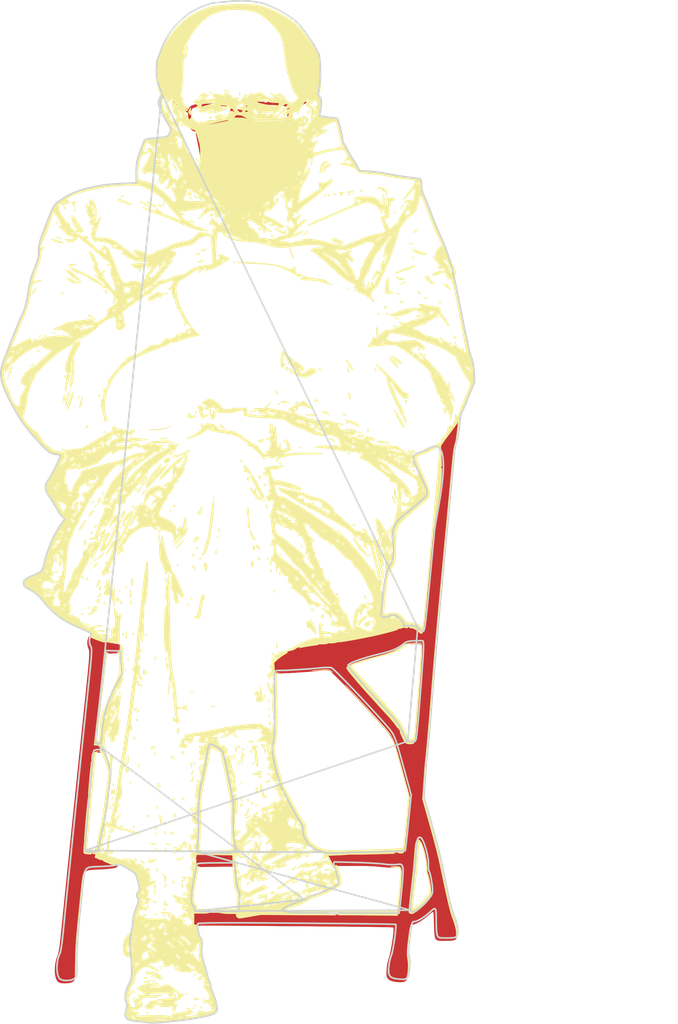
<source format=kicad_pcb>
(kicad_pcb (version 4) (host pcbnew 4.0.7)
  (layers (0 F.Cu signal) (31 B.Cu signal) (34 B.Paste user) (35 F.Paste user) (36 B.SilkS user) (37 F.SilkS user) (38 B.Mask user) (39 F.Mask user) (44 Edge.Cuts user))
  (net 0 "")
  (module LOGO (layer F.Cu) (at 0 0)
    (fp_text reference "G***" hide)
    (fp_text value "LOGO" hide)
    (fp_poly (pts (xy -31.805541 5.464854) (xy -31.743581 5.488054) (xy -31.651353 5.529389) (xy -31.621449 5.543464) (xy -31.346802 5.661805) (xy -31.065466 5.758380) (xy -30.767315 5.836092) (xy -30.442223 5.897843) (xy -30.321250 5.916074) (xy -30.222611 5.930317) (xy -30.136328 5.943257) (xy -30.072989 5.953275) (xy -30.046083 5.958073) (xy -30.028499 5.964286) (xy -30.016875 5.978822) (xy -30.010265 6.008839) (xy -30.007722 6.061494) (xy -30.008299 6.143945) (xy -30.010204 6.229392) (xy -30.016659 6.491715) (xy -30.304593 6.505524) (xy -30.426400 6.510833) (xy -30.547682 6.515196) (xy -30.654721 6.518175) (xy -30.733800 6.519331) (xy -30.736387 6.519334) (xy -30.880248 6.519334) (xy -30.891991 6.588125) (xy -30.895804 6.617495) (xy -30.904049 6.686324) (xy -30.916430 6.792000) (xy -30.932646 6.931916) (xy -30.952401 7.103461) (xy -30.975395 7.304024) (xy -31.001331 7.530997) (xy -31.029910 7.781770) (xy -31.060835 8.053732) (xy -31.093806 8.344274) (xy -31.128526 8.650786) (xy -31.164696 8.970659) (xy -31.199796 9.281584) (xy -31.237058 9.611652) (xy -31.273150 9.930821) (xy -31.307773 10.236479) (xy -31.340628 10.526017) (xy -31.371418 10.796825) (xy -31.399845 11.046291) (xy -31.425609 11.271807) (xy -31.448414 11.470762) (xy -31.467961 11.640545) (xy -31.483951 11.778548) (xy -31.496087 11.882158) (xy -31.504071 11.948767) (xy -31.507524 11.975318) (xy -31.512362 12.013253) (xy -31.506456 12.037962) (xy -31.482420 12.053466) (xy -31.432871 12.063784) (xy -31.350425 12.072934) (xy -31.323375 12.075552) (xy -31.182501 12.089108) (xy -31.169044 12.241096) (xy -31.160471 12.330575) (xy -31.151289 12.415100) (xy -31.144016 12.472459) (xy -31.132445 12.551834) (xy -31.321647 12.551834) (xy -31.446828 12.556289) (xy -31.545192 12.568970) (xy -31.612072 12.588854) (xy -31.642801 12.614913) (xy -31.644294 12.622696) (xy -31.646500 12.649938) (xy -31.652619 12.713013) (xy -31.662011 12.805666) (xy -31.674037 12.921641) (xy -31.688058 13.054684) (xy -31.696501 13.133917) (xy -31.715870 13.319228) (xy -31.737074 13.529800) (xy -31.759864 13.762712) (xy -31.783992 14.015043) (xy -31.809209 14.283873) (xy -31.835268 14.566280) (xy -31.861920 14.859345) (xy -31.888917 15.160146) (xy -31.916010 15.465763) (xy -31.942951 15.773275) (xy -31.969492 16.079761) (xy -31.995384 16.382301) (xy -32.020379 16.677973) (xy -32.044229 16.963857) (xy -32.066685 17.237033) (xy -32.087499 17.494579) (xy -32.106423 17.733575) (xy -32.123209 17.951100) (xy -32.137607 18.144233) (xy -32.149370 18.310054) (xy -32.158250 18.445642) (xy -32.163998 18.548076) (xy -32.166365 18.614436) (xy -32.165104 18.641800) (xy -32.164834 18.642222) (xy -32.125391 18.659538) (xy -32.047533 18.673294) (xy -31.935059 18.683108) (xy -31.791769 18.688599) (xy -31.691791 18.689662) (xy -31.584306 18.690890) (xy -31.493760 18.693922) (xy -31.427650 18.698351) (xy -31.393475 18.703769) (xy -31.390421 18.706042) (xy -31.400293 18.732216) (xy -31.425182 18.781327) (xy -31.443338 18.814036) (xy -31.473464 18.867552) (xy -31.492522 18.902983) (xy -31.496000 18.910680) (xy -31.477067 18.919271) (xy -31.423239 18.941666) (xy -31.338971 18.976063) (xy -31.228719 19.020659) (xy -31.096938 19.073651) (xy -30.948084 19.133236) (xy -30.808301 19.188978) (xy -30.648139 19.253116) (xy -30.501182 19.312693) (xy -30.371895 19.365842) (xy -30.264743 19.410697) (xy -30.184189 19.445392) (xy -30.134699 19.468062) (xy -30.120385 19.476534) (xy -30.136735 19.494860) (xy -30.177886 19.523999) (xy -30.195149 19.534559) (xy -30.261067 19.561745) (xy -30.362668 19.586185) (xy -30.501183 19.608032) (xy -30.677842 19.627435) (xy -30.893876 19.644547) (xy -31.150517 19.659516) (xy -31.255144 19.664504) (xy -31.451955 19.674021) (xy -31.611271 19.683382) (xy -31.737925 19.693233) (xy -31.836747 19.704224) (xy -31.912569 19.717002) (xy -31.970221 19.732215) (xy -32.014536 19.750512) (xy -32.048023 19.770870) (xy -32.091137 19.807946) (xy -32.127666 19.855548) (xy -32.158896 19.918286) (xy -32.186110 20.000767) (xy -32.210593 20.107600) (xy -32.233629 20.243393) (xy -32.256502 20.412755) (xy -32.277731 20.595167) (xy -32.311076 20.901614) (xy -32.346813 21.239301) (xy -32.384132 21.600006) (xy -32.422220 21.975509) (xy -32.460266 22.357590) (xy -32.497458 22.738027) (xy -32.532984 23.108601) (xy -32.566031 23.461089) (xy -32.595790 23.787272) (xy -32.619466 24.055917) (xy -32.624839 24.136295) (xy -32.630445 24.252990) (xy -32.636098 24.399989) (xy -32.641612 24.571276) (xy -32.646804 24.760838) (xy -32.651486 24.962661) (xy -32.655475 25.170730) (xy -32.657276 25.283584) (xy -32.671344 26.236084) (xy -32.723964 26.341886) (xy -32.799549 26.450261) (xy -32.904044 26.528274) (xy -32.996343 26.565861) (xy -33.070328 26.580990) (xy -33.170318 26.591629) (xy -33.283770 26.597521) (xy -33.398143 26.598408) (xy -33.500896 26.594032) (xy -33.579484 26.584134) (xy -33.602083 26.578330) (xy -33.692516 26.544366) (xy -33.754391 26.508041) (xy -33.800849 26.459706) (xy -33.834855 26.407431) (xy -33.889884 26.280738) (xy -33.927702 26.123130) (xy -33.948460 25.942301) (xy -33.952310 25.745945) (xy -33.939405 25.541756) (xy -33.909894 25.337427) (xy -33.863931 25.140653) (xy -33.806528 24.971114) (xy -33.784007 24.911733) (xy -33.763211 24.849084) (xy -33.743712 24.780157) (xy -33.725086 24.701939) (xy -33.706907 24.611421) (xy -33.688748 24.505592) (xy -33.670184 24.381441) (xy -33.650790 24.235956) (xy -33.630138 24.066128) (xy -33.607804 23.868945) (xy -33.583361 23.641396) (xy -33.556385 23.380471) (xy -33.526448 23.083158) (xy -33.495967 22.775334) (xy -33.462673 22.438648) (xy -33.425201 22.062442) (xy -33.383815 21.649295) (xy -33.338780 21.201787) (xy -33.290362 20.722497) (xy -33.238823 20.214003) (xy -33.184430 19.678886) (xy -33.127447 19.119725) (xy -33.068138 18.539100) (xy -33.006767 17.939588) (xy -32.943601 17.323771) (xy -32.878902 16.694227) (xy -32.812937 16.053535) (xy -32.745969 15.404276) (xy -32.678263 14.749027) (xy -32.610083 14.090369) (xy -32.541695 13.430881) (xy -32.473363 12.773143) (xy -32.405352 12.119733) (xy -32.337926 11.473231) (xy -32.271349 10.836216) (xy -32.258175 10.710334) (xy -32.209818 10.248225) (xy -32.165691 9.826163) (xy -32.125591 9.442091) (xy -32.089317 9.093955) (xy -32.056668 8.779699) (xy -32.027442 8.497268) (xy -32.001436 8.244608) (xy -31.978450 8.019663) (xy -31.958282 7.820378) (xy -31.940729 7.644698) (xy -31.925591 7.490568) (xy -31.912666 7.355933) (xy -31.901751 7.238737) (xy -31.892646 7.136927) (xy -31.885149 7.048445) (xy -31.879057 6.971239) (xy -31.874170 6.903251) (xy -31.870286 6.842428) (xy -31.867202 6.786714) (xy -31.864718 6.734055) (xy -31.862631 6.682394) (xy -31.862469 6.678084) (xy -31.858033 6.549613) (xy -31.856221 6.455279) (xy -31.857669 6.386931) (xy -31.863013 6.336420) (xy -31.872890 6.295596) (xy -31.887936 6.256309) (xy -31.896967 6.236073) (xy -31.954194 6.067228) (xy -31.976271 5.894451) (xy -31.963574 5.725641) (xy -31.916479 5.568700) (xy -31.860349 5.465804) (xy -31.842655 5.458025) (xy -31.805541 5.464854)) (layer F.Cu) (width 0.010000))
    (fp_poly (pts (xy -9.358145 -7.676441) (xy -9.341813 -7.650860) (xy -9.338760 -7.616310) (xy -9.341108 -7.551219) (xy -9.348287 -7.466954) (xy -9.353245 -7.423318) (xy -9.364335 -7.333121) (xy -9.379034 -7.213606) (xy -9.395780 -7.077474) (xy -9.413010 -6.937424) (xy -9.421480 -6.868583) (xy -9.441969 -6.721748) (xy -9.468117 -6.563300) (xy -9.497050 -6.409169) (xy -9.525893 -6.275282) (xy -9.536089 -6.233583) (xy -9.568649 -6.100135) (xy -9.596709 -5.970171) (xy -9.621336 -5.836522) (xy -9.643596 -5.692024) (xy -9.664554 -5.529509) (xy -9.685278 -5.341811) (xy -9.706832 -5.121764) (xy -9.715561 -5.027083) (xy -9.722668 -4.949746) (xy -9.733497 -4.833017) (xy -9.747791 -4.679653) (xy -9.765289 -4.492407) (xy -9.785734 -4.274034) (xy -9.808867 -4.027290) (xy -9.834429 -3.754928) (xy -9.862162 -3.459705) (xy -9.891806 -3.144374) (xy -9.923104 -2.811690) (xy -9.955795 -2.464408) (xy -9.989623 -2.105283) (xy -10.024327 -1.737070) (xy -10.059650 -1.362523) (xy -10.065384 -1.301750) (xy -10.128911 -0.628041) (xy -10.188610 0.005894) (xy -10.244691 0.602421) (xy -10.297365 1.163906) (xy -10.346845 1.692714) (xy -10.393341 2.191213) (xy -10.437066 2.661766) (xy -10.478230 3.106741) (xy -10.517045 3.528504) (xy -10.553722 3.929420) (xy -10.588473 4.311856) (xy -10.621510 4.678177) (xy -10.653044 5.030749) (xy -10.683285 5.371939) (xy -10.712447 5.704111) (xy -10.740739 6.029633) (xy -10.768375 6.350870) (xy -10.795564 6.670187) (xy -10.822519 6.989952) (xy -10.849451 7.312530) (xy -10.876571 7.640286) (xy -10.904092 7.975587) (xy -10.932224 8.320799) (xy -10.961178 8.678288) (xy -10.991167 9.050419) (xy -10.996138 9.112250) (xy -11.031910 9.556501) (xy -11.064644 9.961054) (xy -11.094557 10.328416) (xy -11.121865 10.661098) (xy -11.146785 10.961609) (xy -11.169534 11.232458) (xy -11.190328 11.476153) (xy -11.209385 11.695204) (xy -11.226920 11.892121) (xy -11.243151 12.069412) (xy -11.258295 12.229587) (xy -11.272568 12.375154) (xy -11.286186 12.508623) (xy -11.299367 12.632503) (xy -11.303277 12.668250) (xy -11.331841 12.943858) (xy -11.361072 13.256907) (xy -11.390568 13.602520) (xy -11.419928 13.975818) (xy -11.448750 14.371923) (xy -11.472695 14.725483) (xy -11.515930 15.385717) (xy -11.368494 15.900233) (xy -11.255335 16.295809) (xy -11.153091 16.654964) (xy -11.060701 16.981881) (xy -10.977103 17.280744) (xy -10.901238 17.555735) (xy -10.832043 17.811038) (xy -10.768458 18.050836) (xy -10.709421 18.279312) (xy -10.653870 18.500649) (xy -10.600746 18.719031) (xy -10.548986 18.938640) (xy -10.497530 19.163659) (xy -10.445315 19.398272) (xy -10.391282 19.646662) (xy -10.334368 19.913011) (xy -10.273514 20.201504) (xy -10.255324 20.288250) (xy -10.177347 20.658079) (xy -10.106468 20.988830) (xy -10.042052 21.283048) (xy -9.983463 21.543277) (xy -9.930069 21.772060) (xy -9.881232 21.971941) (xy -9.836320 22.145464) (xy -9.794696 22.295173) (xy -9.755727 22.423612) (xy -9.718776 22.533324) (xy -9.683211 22.626854) (xy -9.655815 22.690667) (xy -9.573697 22.906629) (xy -9.512206 23.141931) (xy -9.474403 23.381237) (xy -9.463352 23.609210) (xy -9.464471 23.648597) (xy -9.471387 23.748243) (xy -9.485796 23.827758) (xy -9.512054 23.889416) (xy -9.554517 23.935489) (xy -9.617539 23.968252) (xy -9.705476 23.989978) (xy -9.822683 24.002941) (xy -9.973516 24.009413) (xy -10.160000 24.011658) (xy -10.327313 24.011617) (xy -10.457699 24.009069) (xy -10.556544 24.002878) (xy -10.629232 23.991906) (xy -10.681149 23.975014) (xy -10.717678 23.951064) (xy -10.744206 23.918920) (xy -10.762935 23.884257) (xy -10.782804 23.835734) (xy -10.799376 23.778398) (xy -10.813118 23.707584) (xy -10.824498 23.618628) (xy -10.833981 23.506867) (xy -10.842034 23.367638) (xy -10.849123 23.196276) (xy -10.855717 22.988118) (xy -10.856934 22.944667) (xy -10.861821 22.784773) (xy -10.867237 22.637501) (xy -10.872904 22.508488) (xy -10.878542 22.403369) (xy -10.883871 22.327781) (xy -10.888611 22.287359) (xy -10.889752 22.283209) (xy -10.914682 22.252060) (xy -10.930995 22.246167) (xy -10.955481 22.259476) (xy -11.004902 22.295984) (xy -11.072734 22.350564) (xy -11.152454 22.418089) (xy -11.177439 22.439864) (xy -11.354441 22.587124) (xy -11.530363 22.718344) (xy -11.700027 22.830365) (xy -11.858255 22.920027) (xy -11.999871 22.984172) (xy -12.119696 23.019641) (xy -12.130928 23.021594) (xy -12.192194 23.037424) (xy -12.227592 23.067070) (xy -12.245530 23.101621) (xy -12.261640 23.156064) (xy -12.280995 23.248166) (xy -12.302901 23.373432) (xy -12.326663 23.527373) (xy -12.351587 23.705496) (xy -12.376978 23.903309) (xy -12.401292 24.108834) (xy -12.422802 24.300420) (xy -12.439360 24.456149) (xy -12.451111 24.582188) (xy -12.458202 24.684704) (xy -12.460777 24.769865) (xy -12.458982 24.843839) (xy -12.452962 24.912793) (xy -12.442862 24.982895) (xy -12.428829 25.060312) (xy -12.424276 25.083825) (xy -12.404287 25.193618) (xy -12.391740 25.286480) (xy -12.385724 25.376833) (xy -12.385327 25.479101) (xy -12.389641 25.607705) (xy -12.390282 25.622250) (xy -12.406663 25.863543) (xy -12.432611 26.064619) (xy -12.468423 26.226569) (xy -12.514398 26.350483) (xy -12.570835 26.437451) (xy -12.625916 26.482401) (xy -12.710604 26.513445) (xy -12.826754 26.528813) (xy -12.977401 26.528745) (xy -13.100039 26.520102) (xy -13.285079 26.496305) (xy -13.433004 26.461352) (xy -13.547989 26.413424) (xy -13.634209 26.350703) (xy -13.695840 26.271371) (xy -13.703575 26.257250) (xy -13.722582 26.215383) (xy -13.735206 26.170011) (xy -13.742617 26.111605) (xy -13.745985 26.030638) (xy -13.746479 25.917579) (xy -13.746435 25.908000) (xy -13.737894 25.693898) (xy -13.712838 25.489813) (xy -13.668775 25.281069) (xy -13.603213 25.052986) (xy -13.599120 25.040167) (xy -13.566511 24.927237) (xy -13.533075 24.791056) (xy -13.499553 24.636726) (xy -13.466687 24.469345) (xy -13.435217 24.294013) (xy -13.405886 24.115829) (xy -13.379433 23.939892) (xy -13.356601 23.771303) (xy -13.338131 23.615161) (xy -13.324763 23.476566) (xy -13.317240 23.360616) (xy -13.316303 23.272411) (xy -13.322692 23.217051) (xy -13.331735 23.200685) (xy -13.350175 23.196942) (xy -13.394011 23.193249) (xy -13.464339 23.189591) (xy -13.562255 23.185948) (xy -13.688855 23.182306) (xy -13.845234 23.178646) (xy -14.032488 23.174951) (xy -14.251713 23.171205) (xy -14.504005 23.167389) (xy -14.790459 23.163488) (xy -15.112171 23.159484) (xy -15.470237 23.155359) (xy -15.865752 23.151097) (xy -16.299813 23.146681) (xy -16.773515 23.142094) (xy -17.287955 23.137318) (xy -17.536583 23.135070) (xy -18.286244 23.128394) (xy -18.994161 23.122185) (xy -19.660919 23.116441) (xy -20.287103 23.111158) (xy -20.873301 23.106331) (xy -21.420097 23.101958) (xy -21.928079 23.098035) (xy -22.397831 23.094558) (xy -22.829939 23.091523) (xy -23.224990 23.088926) (xy -23.583570 23.086765) (xy -23.906263 23.085035) (xy -24.193657 23.083733) (xy -24.446338 23.082854) (xy -24.664890 23.082396) (xy -24.849900 23.082355) (xy -25.001954 23.082726) (xy -25.121638 23.083506) (xy -25.209538 23.084693) (xy -25.266239 23.086281) (xy -25.271137 23.086506) (xy -25.533857 23.099378) (xy -25.519845 22.838783) (xy -25.514196 22.722256) (xy -25.509637 22.606393) (xy -25.506687 22.505840) (xy -25.505833 22.443927) (xy -25.505833 22.309667) (xy -24.216398 22.309667) (xy -23.985914 22.309873) (xy -23.767545 22.310467) (xy -23.565047 22.311412) (xy -23.382178 22.312672) (xy -23.222695 22.314210) (xy -23.090356 22.315990) (xy -22.988919 22.317975) (xy -22.922140 22.320129) (xy -22.893778 22.322415) (xy -22.893481 22.322515) (xy -22.869720 22.349204) (xy -22.860328 22.409054) (xy -22.860000 22.428348) (xy -22.846804 22.510471) (xy -22.811239 22.571771) (xy -22.759342 22.603443) (xy -22.738291 22.605899) (xy -22.708545 22.602316) (xy -22.642739 22.592242) (xy -22.546492 22.576608) (xy -22.425423 22.556345) (xy -22.285149 22.532383) (xy -22.131290 22.505654) (xy -22.098000 22.499815) (xy -21.494750 22.393833) (xy -17.312446 22.408154) (xy -16.754394 22.409959) (xy -16.235011 22.411421) (xy -15.754572 22.412539) (xy -15.313354 22.413315) (xy -14.911633 22.413748) (xy -14.549685 22.413840) (xy -14.227787 22.413590) (xy -13.946216 22.413000) (xy -13.705247 22.412069) (xy -13.505157 22.410798) (xy -13.346222 22.409187) (xy -13.228718 22.407238) (xy -13.152922 22.404949) (xy -13.119111 22.402322) (xy -13.117233 22.401588) (xy -13.110168 22.372701) (xy -13.099891 22.306299) (xy -13.086874 22.207039) (xy -13.081676 22.163684) (xy -12.337485 22.163684) (xy -12.335686 22.226404) (xy -12.330095 22.270020) (xy -12.320901 22.297074) (xy -12.314766 22.305434) (xy -12.262357 22.328846) (xy -12.187611 22.319496) (xy -12.094347 22.277910) (xy -12.088026 22.274273) (xy -11.894830 22.146122) (xy -11.698013 21.986628) (xy -11.507456 21.804570) (xy -11.333042 21.608728) (xy -11.317892 21.590000) (xy -11.227245 21.470889) (xy -11.163600 21.369939) (xy -11.122691 21.276771) (xy -11.100253 21.181008) (xy -11.092019 21.072273) (xy -11.091679 21.039667) (xy -11.099309 20.865503) (xy -11.120721 20.667548) (xy -11.153519 20.459234) (xy -11.195303 20.253993) (xy -11.243678 20.065257) (xy -11.291908 19.917834) (xy -11.308944 19.856531) (xy -11.321423 19.772243) (xy -11.330043 19.658483) (xy -11.335386 19.513410) (xy -11.345264 19.306748) (xy -11.365329 19.120513) (xy -11.397296 18.936267) (xy -11.438135 18.753689) (xy -11.485205 18.575554) (xy -11.536448 18.407473) (xy -11.589808 18.255060) (xy -11.643228 18.123924) (xy -11.694652 18.019678) (xy -11.742024 17.947933) (xy -11.769083 17.921791) (xy -11.814191 17.901607) (xy -11.853728 17.909618) (xy -11.888200 17.947679) (xy -11.918115 18.017640) (xy -11.943982 18.121353) (xy -11.966308 18.260671) (xy -11.985600 18.437446) (xy -12.002367 18.653530) (xy -12.011635 18.806584) (xy -12.022982 18.979796) (xy -12.039753 19.190301) (xy -12.061497 19.433464) (xy -12.087764 19.704655) (xy -12.118105 19.999240) (xy -12.152068 20.312588) (xy -12.189205 20.640066) (xy -12.192592 20.669250) (xy -12.227960 20.976283) (xy -12.258019 21.243882) (xy -12.282957 21.474589) (xy -12.302965 21.670945) (xy -12.318232 21.835491) (xy -12.328947 21.970769) (xy -12.335302 22.079320) (xy -12.337485 22.163684) (xy -13.081676 22.163684) (xy -13.071592 22.079579) (xy -13.054517 21.928575) (xy -13.036123 21.758684) (xy -13.016884 21.574565) (xy -12.997273 21.380873) (xy -12.977764 21.182267) (xy -12.958830 20.983404) (xy -12.940944 20.788941) (xy -12.924581 20.603535) (xy -12.910213 20.431843) (xy -12.898314 20.278523) (xy -12.891453 20.180791) (xy -12.882371 19.983842) (xy -12.883945 19.825993) (xy -12.896351 19.705328) (xy -12.919764 19.619931) (xy -12.946853 19.575369) (xy -12.963999 19.559728) (xy -12.986885 19.549275) (xy -13.022694 19.543455) (xy -13.078606 19.541715) (xy -13.161803 19.543501) (xy -13.279466 19.548259) (xy -13.291445 19.548790) (xy -13.533039 19.553017) (xy -13.769392 19.542569) (xy -13.917083 19.529232) (xy -14.101397 19.510429) (xy -14.268932 19.494660) (xy -14.425731 19.481691) (xy -14.577838 19.471286) (xy -14.731295 19.463212) (xy -14.892146 19.457235) (xy -15.066434 19.453119) (xy -15.260203 19.450630) (xy -15.479495 19.449535) (xy -15.730354 19.449598) (xy -15.951983 19.450301) (xy -17.034383 19.454684) (xy -17.206108 19.123530) (xy -17.261809 19.014967) (xy -17.309970 18.918905) (xy -17.347431 18.841827) (xy -17.371031 18.790218) (xy -17.377833 18.771216) (xy -17.357988 18.760653) (xy -17.302908 18.756591) (xy -17.234958 18.758595) (xy -17.170991 18.760335) (xy -17.073332 18.760349) (xy -16.950582 18.758762) (xy -16.811341 18.755699) (xy -16.664212 18.751287) (xy -16.615833 18.749572) (xy -16.514352 18.746051) (xy -16.375294 18.741562) (xy -16.203400 18.736245) (xy -16.003413 18.730237) (xy -15.780074 18.723677) (xy -15.538125 18.716703) (xy -15.282309 18.709453) (xy -15.017366 18.702067) (xy -14.748038 18.694681) (xy -14.562666 18.689672) (xy -14.304788 18.682620) (xy -14.056821 18.675591) (xy -13.822389 18.668703) (xy -13.605115 18.662075) (xy -13.408621 18.655822) (xy -13.236531 18.650065) (xy -13.092468 18.644920) (xy -12.980055 18.640505) (xy -12.902913 18.636939) (xy -12.865697 18.634454) (xy -12.794705 18.624149) (xy -12.755467 18.609513) (xy -12.737407 18.585870) (xy -12.734579 18.576495) (xy -12.727228 18.533895) (xy -12.716111 18.451536) (xy -12.701489 18.331803) (xy -12.683621 18.177077) (xy -12.662765 17.989742) (xy -12.639182 17.772183) (xy -12.613130 17.526780) (xy -12.584870 17.255919) (xy -12.554659 16.961982) (xy -12.522759 16.647353) (xy -12.500709 16.427557) (xy -12.385676 15.276198) (xy -12.721344 14.046307) (xy -12.820650 13.682841) (xy -12.909949 13.357543) (xy -12.990275 13.067711) (xy -13.062662 12.810646) (xy -13.128141 12.583645) (xy -13.187748 12.384010) (xy -13.242514 12.209038) (xy -13.293474 12.056030) (xy -13.341661 11.922284) (xy -13.388108 11.805099) (xy -13.433848 11.701775) (xy -13.479915 11.609611) (xy -13.527341 11.525906) (xy -13.577161 11.447960) (xy -13.630408 11.373071) (xy -13.688114 11.298539) (xy -13.751314 11.221663) (xy -13.821040 11.139743) (xy -13.843270 11.113913) (xy -14.002187 10.931462) (xy -14.181541 10.729033) (xy -14.378054 10.510112) (xy -14.588452 10.278190) (xy -14.809459 10.036753) (xy -15.037799 9.789290) (xy -15.270198 9.539289) (xy -15.503378 9.290240) (xy -15.734066 9.045629) (xy -15.958984 8.808946) (xy -16.174858 8.583679) (xy -16.378413 8.373316) (xy -16.566372 8.181345) (xy -16.735460 8.011255) (xy -16.882401 7.866534) (xy -16.982963 7.770279) (xy -17.210322 7.556500) (xy -17.453286 7.556500) (xy -17.552049 7.558622) (xy -17.681522 7.564526) (xy -17.830319 7.573523) (xy -17.987054 7.584920) (xy -18.140341 7.598027) (xy -18.145583 7.598516) (xy -18.348689 7.616514) (xy -18.570296 7.634401) (xy -18.803837 7.651778) (xy -19.042747 7.668247) (xy -19.280457 7.683412) (xy -19.510401 7.696873) (xy -19.726011 7.708233) (xy -19.920722 7.717093) (xy -20.087964 7.723058) (xy -20.221173 7.725727) (xy -20.247129 7.725834) (xy -20.554993 7.725834) (xy -20.583826 7.656826) (xy -20.597648 7.601057) (xy -20.608866 7.509330) (xy -20.616167 7.398164) (xy -16.129000 7.398164) (xy -16.115199 7.430853) (xy -16.075564 7.491677) (xy -16.012743 7.577457) (xy -15.929385 7.685011) (xy -15.828139 7.811157) (xy -15.711655 7.952716) (xy -15.582580 8.106505) (xy -15.443566 8.269343) (xy -15.297259 8.438050) (xy -15.146310 8.609445) (xy -14.993368 8.780345) (xy -14.841081 8.947571) (xy -14.816666 8.974084) (xy -14.720306 9.079110) (xy -14.604832 9.205850) (xy -14.479244 9.344373) (xy -14.352543 9.484745) (xy -14.233732 9.617032) (xy -14.210688 9.642788) (xy -14.100751 9.765244) (xy -13.986660 9.891433) (xy -13.875838 10.013208) (xy -13.775708 10.122423) (xy -13.693691 10.210932) (xy -13.670938 10.235193) (xy -13.545428 10.369916) (xy -13.443250 10.483579) (xy -13.357421 10.584669) (xy -13.280960 10.681679) (xy -13.206886 10.783097) (xy -13.136630 10.884951) (xy -13.071946 10.982067) (xy -13.017594 11.068029) (xy -12.968565 11.151988) (xy -12.919852 11.243092) (xy -12.866448 11.350492) (xy -12.803343 11.483339) (xy -12.769950 11.554931) (xy -12.697983 11.702905) (xy -12.636231 11.814132) (xy -12.582272 11.892266) (xy -12.533683 11.940965) (xy -12.501983 11.959330) (xy -12.457756 11.969002) (xy -12.387241 11.976129) (xy -12.313708 11.978992) (xy -12.228141 11.976851) (xy -12.173246 11.966916) (xy -12.137714 11.946864) (xy -12.132215 11.941716) (xy -12.116429 11.918139) (xy -12.100926 11.877964) (xy -12.085444 11.818986) (xy -12.069726 11.738998) (xy -12.053509 11.635793) (xy -12.036536 11.507165) (xy -12.018544 11.350908) (xy -11.999276 11.164815) (xy -11.978469 10.946679) (xy -11.955866 10.694295) (xy -11.931205 10.405455) (xy -11.904226 10.077954) (xy -11.886107 9.853084) (xy -11.845861 9.347065) (xy -11.809384 8.882013) (xy -11.776599 8.456735) (xy -11.747428 8.070037) (xy -11.721795 7.720729) (xy -11.699622 7.407617) (xy -11.680832 7.129509) (xy -11.665348 6.885213) (xy -11.653093 6.673536) (xy -11.643989 6.493287) (xy -11.637959 6.343272) (xy -11.634926 6.222299) (xy -11.634813 6.129177) (xy -11.637543 6.062712) (xy -11.639443 6.043084) (xy -11.652250 5.937250) (xy -11.938000 5.930955) (xy -12.122709 5.930821) (xy -12.289010 5.938469) (xy -12.430917 5.953285) (xy -12.542443 5.974657) (xy -12.614176 6.000152) (xy -12.656540 6.025352) (xy -12.723291 6.068786) (xy -12.804513 6.123879) (xy -12.873230 6.171917) (xy -13.018519 6.268603) (xy -13.168452 6.354742) (xy -13.328996 6.432706) (xy -13.506116 6.504869) (xy -13.705780 6.573603) (xy -13.933953 6.641281) (xy -14.196603 6.710275) (xy -14.276916 6.730099) (xy -14.550384 6.799161) (xy -14.811572 6.869719) (xy -15.057567 6.940722) (xy -15.285456 7.011119) (xy -15.492325 7.079860) (xy -15.675262 7.145893) (xy -15.831353 7.208168) (xy -15.957685 7.265634) (xy -16.051345 7.317240) (xy -16.109419 7.361936) (xy -16.129000 7.398164) (xy -20.616167 7.398164) (xy -20.616837 7.387975) (xy -20.619788 7.303759) (xy -20.626916 7.019699) (xy -20.447000 6.863392) (xy -20.288589 6.737463) (xy -20.104665 6.610710) (xy -19.905100 6.488639) (xy -19.699765 6.376755) (xy -19.498531 6.280564) (xy -19.311270 6.205572) (xy -19.208750 6.172767) (xy -19.040918 6.129943) (xy -18.842418 6.087715) (xy -18.611317 6.045778) (xy -18.345679 6.003826) (xy -18.043568 5.961554) (xy -17.703051 5.918657) (xy -17.322191 5.874830) (xy -17.314333 5.873962) (xy -16.905919 5.823872) (xy -16.470891 5.761279) (xy -16.017244 5.687772) (xy -15.552972 5.604940) (xy -15.086071 5.514372) (xy -14.624537 5.417658) (xy -14.176363 5.316387) (xy -13.749546 5.212148) (xy -13.352081 5.106530) (xy -13.123333 5.040885) (xy -12.984401 5.000623) (xy -12.873978 4.971472) (xy -12.780401 4.951197) (xy -12.692002 4.937565) (xy -12.597118 4.928343) (xy -12.504558 4.922409) (xy -12.353259 4.916673) (xy -12.233315 4.920425) (xy -12.134238 4.936734) (xy -12.045538 4.968671) (xy -11.956727 5.019306) (xy -11.857316 5.091710) (xy -11.816882 5.123721) (xy -11.735265 5.188127) (xy -11.679672 5.228439) (xy -11.643919 5.248037) (xy -11.621821 5.250300) (xy -11.607193 5.238604) (xy -11.607015 5.238362) (xy -11.597216 5.221380) (xy -11.587299 5.196093) (xy -11.577070 5.160760) (xy -11.566334 5.113642) (xy -11.554895 5.052998) (xy -11.542560 4.977087) (xy -11.529133 4.884169) (xy -11.514419 4.772505) (xy -11.498224 4.640353) (xy -11.480353 4.485974) (xy -11.460611 4.307627) (xy -11.438802 4.103571) (xy -11.414733 3.872067) (xy -11.388209 3.611375) (xy -11.359034 3.319753) (xy -11.327014 2.995462) (xy -11.291954 2.636761) (xy -11.253659 2.241910) (xy -11.211935 1.809168) (xy -11.166586 1.336796) (xy -11.144984 1.111250) (xy -11.109264 0.739557) (xy -11.077006 0.407274) (xy -11.047909 0.111649) (xy -11.021670 -0.150073) (xy -10.997989 -0.380647) (xy -10.976563 -0.582828) (xy -10.957092 -0.759368) (xy -10.939274 -0.913024) (xy -10.922807 -1.046549) (xy -10.907390 -1.162697) (xy -10.892721 -1.264223) (xy -10.878499 -1.353881) (xy -10.869266 -1.407583) (xy -10.797518 -1.814940) (xy -10.733741 -2.184096) (xy -10.677461 -2.518331) (xy -10.628201 -2.820926) (xy -10.585486 -3.095161) (xy -10.548840 -3.344318) (xy -10.517789 -3.571676) (xy -10.491857 -3.780517) (xy -10.470568 -3.974121) (xy -10.453446 -4.155768) (xy -10.440017 -4.328740) (xy -10.435172 -4.402666) (xy -10.428835 -4.516627) (xy -10.424816 -4.622580) (xy -10.423254 -4.727841) (xy -10.424285 -4.839725) (xy -10.428048 -4.965548) (xy -10.434678 -5.112625) (xy -10.444313 -5.288272) (xy -10.455168 -5.468735) (xy -10.498088 -6.164386) (xy -9.995012 -6.833985) (xy -9.882514 -6.984814) (xy -9.777015 -7.128354) (xy -9.681517 -7.260362) (xy -9.599023 -7.376597) (xy -9.532536 -7.472819) (xy -9.485057 -7.544786) (xy -9.459591 -7.588258) (xy -9.457254 -7.593541) (xy -9.424914 -7.653636) (xy -9.389762 -7.682320) (xy -9.358145 -7.676441)) (layer F.Cu) (width 0.010000))
    (fp_poly (pts (xy -23.987491 18.732599) (xy -23.775926 18.732959) (xy -23.600111 18.733677) (xy -23.456754 18.734846) (xy -23.342565 18.736564) (xy -23.254253 18.738925) (xy -23.188524 18.742025) (xy -23.142089 18.745960) (xy -23.111656 18.750825) (xy -23.093933 18.756716) (xy -23.085630 18.763728) (xy -23.084514 18.765981) (xy -23.080185 18.797689) (xy -23.076478 18.863808) (xy -23.073660 18.956419) (xy -23.071999 19.067602) (xy -23.071666 19.146981) (xy -23.071666 19.494500) (xy -23.406867 19.494500) (xy -23.506359 19.494879) (xy -23.640884 19.495956) (xy -23.803146 19.497643) (xy -23.985851 19.499853) (xy -24.181707 19.502497) (xy -24.383417 19.505488) (xy -24.574421 19.508580) (xy -25.406774 19.522660) (xy -25.392954 19.376288) (xy -25.387195 19.292785) (xy -25.382580 19.183156) (xy -25.379684 19.063604) (xy -25.378984 18.981209) (xy -25.378833 18.732500) (xy -24.238098 18.732500) (xy -23.987491 18.732599)) (layer F.Cu) (width 0.010000))
    (fp_poly (pts (xy -19.315564 -22.875563) (xy -19.290660 -22.846425) (xy -19.282075 -22.830671) (xy -19.280814 -22.813263) (xy -19.290092 -22.790125) (xy -19.313124 -22.757181) (xy -19.353123 -22.710354) (xy -19.413305 -22.645567) (xy -19.496885 -22.558746) (xy -19.604570 -22.448375) (xy -19.949583 -22.095648) (xy -22.403201 -21.336000) (xy -22.943809 -21.337729) (xy -23.484416 -21.339458) (xy -24.108833 -21.771472) (xy -24.266793 -21.880627) (xy -24.425781 -21.990251) (xy -24.579441 -22.095977) (xy -24.721414 -22.193440) (xy -24.845343 -22.278272) (xy -24.944871 -22.346107) (xy -24.992381 -22.378285) (xy -25.108213 -22.459079) (xy -25.190875 -22.522681) (xy -25.238981 -22.567956) (xy -25.251672 -22.590789) (xy -25.236909 -22.630101) (xy -25.193427 -22.639954) (xy -25.123127 -22.620117) (xy -25.098809 -22.609169) (xy -25.023410 -22.576759) (xy -24.908893 -22.532968) (xy -24.756764 -22.478315) (xy -24.568532 -22.413322) (xy -24.345702 -22.338508) (xy -24.089782 -22.254394) (xy -23.806302 -22.162790) (xy -23.196854 -21.967295) (xy -22.655405 -22.011166) (xy -22.113957 -22.055037) (xy -21.603270 -22.194265) (xy -21.466010 -22.232702) (xy -21.296536 -22.281800) (xy -21.102892 -22.339135) (xy -20.893124 -22.402283) (xy -20.675277 -22.468821) (xy -20.457396 -22.536323) (xy -20.247527 -22.602367) (xy -20.224750 -22.609606) (xy -20.041255 -22.667929) (xy -19.870170 -22.722196) (xy -19.715723 -22.771074) (xy -19.582142 -22.813229) (xy -19.473654 -22.847330) (xy -19.394487 -22.872043) (xy -19.348868 -22.886036) (xy -19.339339 -22.888734) (xy -19.315564 -22.875563)) (layer F.Cu) (width 0.010000))
    (fp_poly (pts (xy -20.398176 -23.807800) (xy -20.104213 -23.805335) (xy -19.888544 -23.802166) (xy -18.959671 -23.786247) (xy -18.974011 -23.614298) (xy -18.982393 -23.532881) (xy -18.991982 -23.468620) (xy -19.001047 -23.432490) (xy -19.003300 -23.428867) (xy -19.025222 -23.418021) (xy -19.082172 -23.392228) (xy -19.170257 -23.353190) (xy -19.285583 -23.302608) (xy -19.424255 -23.242186) (xy -19.582381 -23.173624) (xy -19.756067 -23.098625) (xy -19.928416 -23.024475) (xy -20.838583 -22.633564) (xy -21.822833 -22.608587) (xy -22.142591 -22.600468) (xy -22.422775 -22.593377) (xy -22.666132 -22.587293) (xy -22.875408 -22.582194) (xy -23.053351 -22.578061) (xy -23.202707 -22.574871) (xy -23.326222 -22.572605) (xy -23.426643 -22.571242) (xy -23.506718 -22.570759) (xy -23.569191 -22.571138) (xy -23.616811 -22.572356) (xy -23.652323 -22.574393) (xy -23.678475 -22.577229) (xy -23.698013 -22.580841) (xy -23.713684 -22.585209) (xy -23.728234 -22.590313) (xy -23.738416 -22.594024) (xy -23.785363 -22.609762) (xy -23.864753 -22.635206) (xy -23.968507 -22.667817) (xy -24.088544 -22.705054) (xy -24.214666 -22.743732) (xy -24.364688 -22.791410) (xy -24.508866 -22.840821) (xy -24.641776 -22.889767) (xy -24.757999 -22.936053) (xy -24.852112 -22.977481) (xy -24.918694 -23.011855) (xy -24.952323 -23.036978) (xy -24.955335 -23.043835) (xy -24.936526 -23.060110) (xy -24.883721 -23.090118) (xy -24.802103 -23.131564) (xy -24.696856 -23.182148) (xy -24.573165 -23.239574) (xy -24.436213 -23.301545) (xy -24.291185 -23.365762) (xy -24.143263 -23.429929) (xy -23.997632 -23.491748) (xy -23.859476 -23.548921) (xy -23.733979 -23.599152) (xy -23.626325 -23.640142) (xy -23.547916 -23.667580) (xy -23.293916 -23.750526) (xy -22.055666 -23.784305) (xy -21.672109 -23.794003) (xy -21.322692 -23.801134) (xy -20.999305 -23.805766) (xy -20.693836 -23.807965) (xy -20.398176 -23.807800)) (layer F.Cu) (width 0.010000))
    (fp_poly (pts (xy -26.633358 -27.162148) (xy -26.580991 -27.131264) (xy -26.504980 -27.082089) (xy -26.410538 -27.018044) (xy -26.302875 -26.942545) (xy -26.247665 -26.902975) (xy -26.135166 -26.822176) (xy -26.033388 -26.749821) (xy -25.947595 -26.689592) (xy -25.883050 -26.645170) (xy -25.845016 -26.620236) (xy -25.837807 -26.616301) (xy -25.814814 -26.628167) (xy -25.785808 -26.668536) (xy -25.773369 -26.692834) (xy -25.713876 -26.779895) (xy -25.623544 -26.846197) (xy -25.498968 -26.893847) (xy -25.419686 -26.911923) (xy -25.361797 -26.919359) (xy -25.267558 -26.927283) (xy -25.142949 -26.935481) (xy -24.993948 -26.943735) (xy -24.826533 -26.951828) (xy -24.646682 -26.959544) (xy -24.460373 -26.966666) (xy -24.273586 -26.972976) (xy -24.092298 -26.978259) (xy -23.922488 -26.982297) (xy -23.770133 -26.984873) (xy -23.641214 -26.985771) (xy -23.541707 -26.984773) (xy -23.483206 -26.982155) (xy -23.374171 -26.965530) (xy -23.289967 -26.932854) (xy -23.264085 -26.917199) (xy -23.200428 -26.859274) (xy -23.144522 -26.781078) (xy -23.105630 -26.698033) (xy -23.092833 -26.632096) (xy -23.087892 -26.602036) (xy -23.064900 -26.594661) (xy -23.024041 -26.601737) (xy -22.977978 -26.607341) (xy -22.899550 -26.612028) (xy -22.798723 -26.615385) (xy -22.685464 -26.617000) (xy -22.653621 -26.617083) (xy -22.351992 -26.617083) (xy -22.351878 -26.670000) (xy -22.332578 -26.791670) (xy -22.279580 -26.902691) (xy -22.199428 -26.994189) (xy -22.098670 -27.057293) (xy -22.054994 -27.072348) (xy -22.011704 -27.077624) (xy -21.931687 -27.081112) (xy -21.820503 -27.082941) (xy -21.683717 -27.083239) (xy -21.526890 -27.082135) (xy -21.355584 -27.079758) (xy -21.175361 -27.076235) (xy -20.991784 -27.071695) (xy -20.810415 -27.066267) (xy -20.636816 -27.060080) (xy -20.476549 -27.053261) (xy -20.335177 -27.045939) (xy -20.218262 -27.038242) (xy -20.131366 -27.030300) (xy -20.108333 -27.027381) (xy -19.939808 -26.991525) (xy -19.808274 -26.936677) (xy -19.712525 -26.862099) (xy -19.651357 -26.767055) (xy -19.641877 -26.741690) (xy -19.620024 -26.675476) (xy -19.181554 -26.915851) (xy -19.056981 -26.983653) (xy -18.944253 -27.044074) (xy -18.848817 -27.094270) (xy -18.776121 -27.131398) (xy -18.731611 -27.152614) (xy -18.720545 -27.156530) (xy -18.697420 -27.139457) (xy -18.669710 -27.097075) (xy -18.665166 -27.087964) (xy -18.632324 -27.019095) (xy -19.113916 -26.755362) (xy -19.595507 -26.491629) (xy -19.608319 -26.385023) (xy -19.614090 -26.315083) (xy -19.618556 -26.219338) (xy -19.621034 -26.114310) (xy -19.621316 -26.072041) (xy -19.621500 -25.865666) (xy -19.327760 -25.865666) (xy -19.316541 -25.775708) (xy -19.312373 -25.730862) (xy -19.306346 -25.650316) (xy -19.298891 -25.540644) (xy -19.290442 -25.408418) (xy -19.281431 -25.260210) (xy -19.272437 -25.105219) (xy -19.239554 -24.524688) (xy -19.092905 -24.269136) (xy -19.032595 -24.160462) (xy -18.991641 -24.078743) (xy -18.971346 -24.026811) (xy -18.972719 -24.007556) (xy -18.999412 -24.010421) (xy -19.062043 -24.021451) (xy -19.155237 -24.039568) (xy -19.273622 -24.063691) (xy -19.411824 -24.092741) (xy -19.564469 -24.125638) (xy -19.611966 -24.136027) (xy -20.224750 -24.270524) (xy -21.791459 -24.235325) (xy -23.358169 -24.200126) (xy -24.179912 -23.815813) (xy -24.353842 -23.734621) (xy -24.515887 -23.659270) (xy -24.662038 -23.591601) (xy -24.788286 -23.533459) (xy -24.890623 -23.486685) (xy -24.965041 -23.453123) (xy -25.007529 -23.434613) (xy -25.016012 -23.431500) (xy -25.023026 -23.451560) (xy -25.036911 -23.508763) (xy -25.056730 -23.598644) (xy -25.081551 -23.716739) (xy -25.110440 -23.858583) (xy -25.142461 -24.019711) (xy -25.176681 -24.195658) (xy -25.185410 -24.241125) (xy -25.220624 -24.424798) (xy -25.254076 -24.598878) (xy -25.284762 -24.758167) (xy -25.311676 -24.897468) (xy -25.333815 -25.011581) (xy -25.350174 -25.095308) (xy -25.359749 -25.143453) (xy -25.360555 -25.147369) (xy -25.377970 -25.210251) (xy -25.403612 -25.245694) (xy -25.448477 -25.268503) (xy -25.451265 -25.269520) (xy -25.578144 -25.335168) (xy -25.682148 -25.428902) (xy -25.751553 -25.536666) (xy -25.770794 -25.582625) (xy -25.785276 -25.629706) (xy -25.796100 -25.685804) (xy -25.804367 -25.758813) (xy -25.811179 -25.856626) (xy -25.817637 -25.987137) (xy -25.819113 -26.020880) (xy -25.824844 -26.141679) (xy -25.830831 -26.247007) (xy -25.831543 -26.257250) (xy -25.657493 -26.257250) (xy -25.653896 -26.068139) (xy -25.647480 -25.916115) (xy -25.637272 -25.795974) (xy -25.622296 -25.702508) (xy -25.601578 -25.630514) (xy -25.574143 -25.574784) (xy -25.539018 -25.530113) (xy -25.517540 -25.509659) (xy -25.447164 -25.447868) (xy -25.111374 -25.540963) (xy -24.996636 -25.572306) (xy -24.850852 -25.611410) (xy -24.684014 -25.655637) (xy -24.506112 -25.702349) (xy -24.327137 -25.748907) (xy -24.193500 -25.783346) (xy -24.038268 -25.824066) (xy -23.892519 -25.864008) (xy -23.762475 -25.901332) (xy -23.654356 -25.934202) (xy -23.574386 -25.960778) (xy -23.528786 -25.979223) (xy -23.526750 -25.980326) (xy -23.456954 -26.020451) (xy -23.376277 -26.067950) (xy -23.339958 -26.089717) (xy -23.283655 -26.123733) (xy -22.209938 -26.123733) (xy -22.129990 -26.052908) (xy -22.076273 -26.007304) (xy -22.030761 -25.972016) (xy -22.015812 -25.962018) (xy -21.988048 -25.957227) (xy -21.922758 -25.951652) (xy -21.824743 -25.945473) (xy -21.698800 -25.938871) (xy -21.549727 -25.932025) (xy -21.382322 -25.925115) (xy -21.201384 -25.918321) (xy -21.011710 -25.911824) (xy -20.818099 -25.905802) (xy -20.625348 -25.900436) (xy -20.438257 -25.895906) (xy -20.261622 -25.892391) (xy -20.100243 -25.890072) (xy -20.095724 -25.890023) (xy -19.797365 -25.886833) (xy -19.784780 -26.225224) (xy -19.780489 -26.387014) (xy -19.781886 -26.512586) (xy -19.790089 -26.607807) (xy -19.806213 -26.678545) (xy -19.831374 -26.730669) (xy -19.866689 -26.770045) (xy -19.892070 -26.789224) (xy -19.927315 -26.808679) (xy -19.973443 -26.825506) (xy -20.033999 -26.840033) (xy -20.112526 -26.852593) (xy -20.212570 -26.863515) (xy -20.337673 -26.873130) (xy -20.491380 -26.881768) (xy -20.677235 -26.889761) (xy -20.898782 -26.897438) (xy -21.124333 -26.904146) (xy -21.340694 -26.909975) (xy -21.518819 -26.914125) (xy -21.662773 -26.916573) (xy -21.776622 -26.917295) (xy -21.864431 -26.916269) (xy -21.930265 -26.913472) (xy -21.978190 -26.908881) (xy -22.012269 -26.902473) (xy -22.023916 -26.899075) (xy -22.076679 -26.876079) (xy -22.116692 -26.842719) (xy -22.146086 -26.793074) (xy -22.166995 -26.721224) (xy -22.181552 -26.621247) (xy -22.191889 -26.487225) (xy -22.195292 -26.423325) (xy -22.209938 -26.123733) (xy -23.283655 -26.123733) (xy -23.237833 -26.151416) (xy -23.248192 -26.388180) (xy -23.249737 -26.412492) (xy -23.071666 -26.412492) (xy -23.071666 -26.228455) (xy -23.003015 -26.248144) (xy -22.890110 -26.264526) (xy -22.748512 -26.258744) (xy -22.585371 -26.231158) (xy -22.563666 -26.226158) (xy -22.485837 -26.207875) (xy -22.424268 -26.193712) (xy -22.390347 -26.186283) (xy -22.387985 -26.185851) (xy -22.379891 -26.203447) (xy -22.376336 -26.251779) (xy -22.377402 -26.304007) (xy -22.382995 -26.373628) (xy -22.393782 -26.412386) (xy -22.414781 -26.431752) (xy -22.436666 -26.439480) (xy -22.498742 -26.449206) (xy -22.589521 -26.454524) (xy -22.695615 -26.455540) (xy -22.803635 -26.452355) (xy -22.900193 -26.445072) (xy -22.964791 -26.435413) (xy -23.071666 -26.412492) (xy -23.249737 -26.412492) (xy -23.256511 -26.519058) (xy -23.270064 -26.615312) (xy -23.291533 -26.684576) (xy -23.323597 -26.734481) (xy -23.368937 -26.772661) (xy -23.387179 -26.783935) (xy -23.405788 -26.794152) (xy -23.425813 -26.802413) (xy -23.451329 -26.808783) (xy -23.486414 -26.813324) (xy -23.535144 -26.816102) (xy -23.601593 -26.817181) (xy -23.689838 -26.816624) (xy -23.803956 -26.814496) (xy -23.948021 -26.810861) (xy -24.126111 -26.805783) (xy -24.342302 -26.799327) (xy -24.350262 -26.799087) (xy -24.545269 -26.792792) (xy -24.731108 -26.785992) (xy -24.902623 -26.778932) (xy -25.054660 -26.771860) (xy -25.182060 -26.765022) (xy -25.279670 -26.758666) (xy -25.342331 -26.753037) (xy -25.357239 -26.750904) (xy -25.461096 -26.727489) (xy -25.538556 -26.696796) (xy -25.593250 -26.652854) (xy -25.628813 -26.589690) (xy -25.648875 -26.501332) (xy -25.657070 -26.381809) (xy -25.657493 -26.257250) (xy -25.831543 -26.257250) (xy -25.836599 -26.329909) (xy -25.841673 -26.383431) (xy -25.845112 -26.400656) (xy -25.864399 -26.414721) (xy -25.913335 -26.449951) (xy -25.987121 -26.502906) (xy -26.080960 -26.570145) (xy -26.190051 -26.648227) (xy -26.278416 -26.711420) (xy -26.396468 -26.795969) (xy -26.503449 -26.872888) (xy -26.594410 -26.938592) (xy -26.664402 -26.989499) (xy -26.708476 -27.022027) (xy -26.721430 -27.032100) (xy -26.726114 -27.061053) (xy -26.711340 -27.105344) (xy -26.684987 -27.147986) (xy -26.656867 -27.171324) (xy -26.633358 -27.162148)) (layer F.Cu) (width 0.010000))
  )
  (module LOGO (layer F.Cu) (at 0 0)
    (fp_text reference "G***" hide)
    (fp_text value "LOGO" hide)
  )
  (module LOGO (layer F.Cu) (at 0 0)
    (fp_text reference "G***" hide)
    (fp_text value "LOGO" hide)
  )
  (module LOGO (layer F.Cu) (at 0 0)
    (fp_text reference "G***" hide)
    (fp_text value "LOGO" hide)
  )
  (module LOGO (layer F.Cu) (at 0 0)
    (fp_text reference "G***" hide)
    (fp_text value "LOGO" hide)
  )
  (module LOGO (layer F.Cu) (at 0 0)
    (fp_text reference "G***" hide)
    (fp_text value "LOGO" hide)
  )
  (gr_line (start -31.476900 11.975000) (end -31.144500 11.971500) (layer Edge.Cuts) (width 0.1))
  (gr_line (start -31.144500 11.971500) (end -31.099600 11.482400) (layer Edge.Cuts) (width 0.1))
  (gr_line (start -31.099600 11.482400) (end -31.073500 11.236700) (layer Edge.Cuts) (width 0.1))
  (gr_line (start -31.073500 11.236700) (end -31.043500 10.990300) (layer Edge.Cuts) (width 0.1))
  (gr_line (start -31.043500 10.990300) (end -31.007600 10.742400) (layer Edge.Cuts) (width 0.1))
  (gr_line (start -31.007600 10.742400) (end -30.965000 10.492700) (layer Edge.Cuts) (width 0.1))
  (gr_line (start -30.965000 10.492700) (end -30.914100 10.240700) (layer Edge.Cuts) (width 0.1))
  (gr_line (start -30.914100 10.240700) (end -30.853400 9.986500) (layer Edge.Cuts) (width 0.1))
  (gr_line (start -30.853400 9.986500) (end -30.782000 9.729300) (layer Edge.Cuts) (width 0.1))
  (gr_line (start -30.782000 9.729300) (end -30.698300 9.469100) (layer Edge.Cuts) (width 0.1))
  (gr_line (start -30.698300 9.469100) (end -30.601000 9.205400) (layer Edge.Cuts) (width 0.1))
  (gr_line (start -30.601000 9.205400) (end -30.488700 8.937900) (layer Edge.Cuts) (width 0.1))
  (gr_line (start -30.488700 8.937900) (end -30.359800 8.666200) (layer Edge.Cuts) (width 0.1))
  (gr_line (start -30.359800 8.666200) (end -30.213700 8.389900) (layer Edge.Cuts) (width 0.1))
  (gr_line (start -30.213700 8.389900) (end -30.048200 8.108900) (layer Edge.Cuts) (width 0.1))
  (gr_line (start -30.048200 8.108900) (end -29.862500 7.822600) (layer Edge.Cuts) (width 0.1))
  (gr_line (start -29.862500 7.822600) (end -29.984100 6.365900) (layer Edge.Cuts) (width 0.1))
  (gr_line (start -29.984100 6.365900) (end -30.832600 6.334300) (layer Edge.Cuts) (width 0.1))
  (gr_line (start -30.832600 6.334300) (end -31.476900 11.975000) (layer Edge.Cuts) (width 0.1))
  (gr_line (start -31.476900 11.975000) (end -18.789100 21.500900) (layer Edge.Cuts) (width 0.1))
  (gr_line (start -18.789100 21.500900) (end -18.778800 21.504700) (layer Edge.Cuts) (width 0.1))
  (gr_line (start -18.778800 21.504700) (end -18.762000 21.502700) (layer Edge.Cuts) (width 0.1))
  (gr_line (start -18.762000 21.502700) (end -18.713100 21.483400) (layer Edge.Cuts) (width 0.1))
  (gr_line (start -18.713100 21.483400) (end -18.649200 21.445800) (layer Edge.Cuts) (width 0.1))
  (gr_line (start -18.649200 21.445800) (end -18.577500 21.394200) (layer Edge.Cuts) (width 0.1))
  (gr_line (start -18.577500 21.394200) (end -18.500800 21.339800) (layer Edge.Cuts) (width 0.1))
  (gr_line (start -18.500800 21.339800) (end -18.423600 21.295200) (layer Edge.Cuts) (width 0.1))
  (gr_line (start -18.423600 21.295200) (end -18.354900 21.265100) (layer Edge.Cuts) (width 0.1))
  (gr_line (start -18.354900 21.265100) (end -18.326500 21.256800) (layer Edge.Cuts) (width 0.1))
  (gr_line (start -18.326500 21.256800) (end -18.303700 21.253800) (layer Edge.Cuts) (width 0.1))
  (gr_line (start -18.303700 21.253800) (end -18.256600 21.247800) (layer Edge.Cuts) (width 0.1))
  (gr_line (start -18.256600 21.247800) (end -18.187400 21.230700) (layer Edge.Cuts) (width 0.1))
  (gr_line (start -18.187400 21.230700) (end -17.995400 21.168300) (layer Edge.Cuts) (width 0.1))
  (gr_line (start -17.995400 21.168300) (end -17.753700 21.077800) (layer Edge.Cuts) (width 0.1))
  (gr_line (start -17.753700 21.077800) (end -17.489000 20.970500) (layer Edge.Cuts) (width 0.1))
  (gr_line (start -17.489000 20.970500) (end -17.227800 20.857500) (layer Edge.Cuts) (width 0.1))
  (gr_line (start -17.227800 20.857500) (end -16.996200 20.749400) (layer Edge.Cuts) (width 0.1))
  (gr_line (start -16.996200 20.749400) (end -16.820900 20.657900) (layer Edge.Cuts) (width 0.1))
  (gr_line (start -16.820900 20.657900) (end -16.762800 20.621600) (layer Edge.Cuts) (width 0.1))
  (gr_line (start -16.762800 20.621600) (end -16.728400 20.593500) (layer Edge.Cuts) (width 0.1))
  (gr_line (start -16.728400 20.593500) (end -16.707400 20.562400) (layer Edge.Cuts) (width 0.1))
  (gr_line (start -16.707400 20.562400) (end -16.693100 20.524300) (layer Edge.Cuts) (width 0.1))
  (gr_line (start -16.693100 20.524300) (end -16.685300 20.480200) (layer Edge.Cuts) (width 0.1))
  (gr_line (start -16.685300 20.480200) (end -16.682800 20.431000) (layer Edge.Cuts) (width 0.1))
  (gr_line (start -16.682800 20.431000) (end -16.685300 20.377600) (layer Edge.Cuts) (width 0.1))
  (gr_line (start -16.685300 20.377600) (end -16.691800 20.320700) (layer Edge.Cuts) (width 0.1))
  (gr_line (start -16.691800 20.320700) (end -16.714300 20.200400) (layer Edge.Cuts) (width 0.1))
  (gr_line (start -16.714300 20.200400) (end -16.745400 20.077800) (layer Edge.Cuts) (width 0.1))
  (gr_line (start -16.745400 20.077800) (end -16.779000 19.959500) (layer Edge.Cuts) (width 0.1))
  (gr_line (start -16.779000 19.959500) (end -16.810100 19.853000) (layer Edge.Cuts) (width 0.1))
  (gr_line (start -16.810100 19.853000) (end -16.832900 19.765700) (layer Edge.Cuts) (width 0.1))
  (gr_line (start -16.832900 19.765700) (end -16.851200 19.694000) (layer Edge.Cuts) (width 0.1))
  (gr_line (start -16.851200 19.694000) (end -16.871500 19.630100) (layer Edge.Cuts) (width 0.1))
  (gr_line (start -16.871500 19.630100) (end -16.912400 19.523600) (layer Edge.Cuts) (width 0.1))
  (gr_line (start -16.912400 19.523600) (end -16.944700 19.441900) (layer Edge.Cuts) (width 0.1))
  (gr_line (start -16.944700 19.441900) (end -16.954200 19.409300) (layer Edge.Cuts) (width 0.1))
  (gr_line (start -16.954200 19.409300) (end -16.957700 19.381700) (layer Edge.Cuts) (width 0.1))
  (gr_line (start -16.957700 19.381700) (end -16.962700 19.361400) (layer Edge.Cuts) (width 0.1))
  (gr_line (start -16.962700 19.361400) (end -16.968200 19.313000) (layer Edge.Cuts) (width 0.1))
  (gr_line (start -16.968200 19.313000) (end -16.966700 19.284200) (layer Edge.Cuts) (width 0.1))
  (gr_line (start -16.966700 19.284200) (end -16.960200 19.255900) (layer Edge.Cuts) (width 0.1))
  (gr_line (start -16.960200 19.255900) (end -16.946700 19.230000) (layer Edge.Cuts) (width 0.1))
  (gr_line (start -16.946700 19.230000) (end -16.924600 19.209200) (layer Edge.Cuts) (width 0.1))
  (gr_line (start -16.924600 19.209200) (end -15.697500 19.237800) (layer Edge.Cuts) (width 0.1))
  (gr_line (start -15.697500 19.237800) (end -15.178100 19.254600) (layer Edge.Cuts) (width 0.1))
  (gr_line (start -15.178100 19.254600) (end -14.671200 19.278900) (layer Edge.Cuts) (width 0.1))
  (gr_line (start -14.671200 19.278900) (end -14.234600 19.308000) (layer Edge.Cuts) (width 0.1))
  (gr_line (start -14.234600 19.308000) (end -14.060800 19.323000) (layer Edge.Cuts) (width 0.1))
  (gr_line (start -14.060800 19.323000) (end -13.926700 19.337800) (layer Edge.Cuts) (width 0.1))
  (gr_line (start -13.926700 19.337800) (end -13.694600 19.362200) (layer Edge.Cuts) (width 0.1))
  (gr_line (start -13.694600 19.362200) (end -13.465000 19.375400) (layer Edge.Cuts) (width 0.1))
  (gr_line (start -13.465000 19.375400) (end -13.264400 19.376700) (layer Edge.Cuts) (width 0.1))
  (gr_line (start -13.264400 19.376700) (end -13.183200 19.372400) (layer Edge.Cuts) (width 0.1))
  (gr_line (start -13.183200 19.372400) (end -13.119000 19.364900) (layer Edge.Cuts) (width 0.1))
  (gr_line (start -13.119000 19.364900) (end -13.045800 19.354200) (layer Edge.Cuts) (width 0.1))
  (gr_line (start -13.045800 19.354200) (end -12.981400 19.348700) (layer Edge.Cuts) (width 0.1))
  (gr_line (start -12.981400 19.348700) (end -12.925700 19.350000) (layer Edge.Cuts) (width 0.1))
  (gr_line (start -12.925700 19.350000) (end -12.878100 19.360200) (layer Edge.Cuts) (width 0.1))
  (gr_line (start -12.878100 19.360200) (end -12.838000 19.380500) (layer Edge.Cuts) (width 0.1))
  (gr_line (start -12.838000 19.380500) (end -12.805600 19.412900) (layer Edge.Cuts) (width 0.1))
  (gr_line (start -12.805600 19.412900) (end -12.780300 19.458800) (layer Edge.Cuts) (width 0.1))
  (gr_line (start -12.780300 19.458800) (end -12.761500 19.519700) (layer Edge.Cuts) (width 0.1))
  (gr_line (start -12.761500 19.519700) (end -12.749200 19.597100) (layer Edge.Cuts) (width 0.1))
  (gr_line (start -12.749200 19.597100) (end -12.742900 19.693100) (layer Edge.Cuts) (width 0.1))
  (gr_line (start -12.742900 19.693100) (end -12.742200 19.809000) (layer Edge.Cuts) (width 0.1))
  (gr_line (start -12.742200 19.809000) (end -12.747000 19.946300) (layer Edge.Cuts) (width 0.1))
  (gr_line (start -12.747000 19.946300) (end -12.770600 20.292500) (layer Edge.Cuts) (width 0.1))
  (gr_line (start -12.770600 20.292500) (end -12.810900 20.744000) (layer Edge.Cuts) (width 0.1))
  (gr_line (start -12.810900 20.744000) (end -12.896600 21.614400) (layer Edge.Cuts) (width 0.1))
  (gr_line (start -12.896600 21.614400) (end -12.952300 22.105700) (layer Edge.Cuts) (width 0.1))
  (gr_line (start -12.952300 22.105700) (end -12.986400 22.327300) (layer Edge.Cuts) (width 0.1))
  (gr_line (start -12.986400 22.327300) (end -17.077800 22.311500) (layer Edge.Cuts) (width 0.1))
  (gr_line (start -17.077800 22.311500) (end -18.108800 22.312000) (layer Edge.Cuts) (width 0.1))
  (gr_line (start -18.108800 22.312000) (end -18.550500 22.310200) (layer Edge.Cuts) (width 0.1))
  (gr_line (start -18.550500 22.310200) (end -18.940400 22.305200) (layer Edge.Cuts) (width 0.1))
  (gr_line (start -18.940400 22.305200) (end -19.275800 22.295700) (layer Edge.Cuts) (width 0.1))
  (gr_line (start -19.275800 22.295700) (end -19.555300 22.280400) (layer Edge.Cuts) (width 0.1))
  (gr_line (start -19.555300 22.280400) (end -19.776400 22.257600) (layer Edge.Cuts) (width 0.1))
  (gr_line (start -19.776400 22.257600) (end -19.864400 22.243100) (layer Edge.Cuts) (width 0.1))
  (gr_line (start -19.864400 22.243100) (end -19.936800 22.226300) (layer Edge.Cuts) (width 0.1))
  (gr_line (start -19.936800 22.226300) (end -19.993700 22.207000) (layer Edge.Cuts) (width 0.1))
  (gr_line (start -19.993700 22.207000) (end -20.034800 22.184900) (layer Edge.Cuts) (width 0.1))
  (gr_line (start -20.034800 22.184900) (end -20.059700 22.160100) (layer Edge.Cuts) (width 0.1))
  (gr_line (start -20.059700 22.160100) (end -20.066000 22.146600) (layer Edge.Cuts) (width 0.1))
  (gr_line (start -20.066000 22.146600) (end -20.068000 22.132300) (layer Edge.Cuts) (width 0.1))
  (gr_line (start -20.068000 22.132300) (end -20.066000 22.117200) (layer Edge.Cuts) (width 0.1))
  (gr_line (start -20.066000 22.117200) (end -20.059700 22.101200) (layer Edge.Cuts) (width 0.1))
  (gr_line (start -20.059700 22.101200) (end -20.034300 22.066900) (layer Edge.Cuts) (width 0.1))
  (gr_line (start -20.034300 22.066900) (end -19.991700 22.029000) (layer Edge.Cuts) (width 0.1))
  (gr_line (start -19.991700 22.029000) (end -19.931600 21.987400) (layer Edge.Cuts) (width 0.1))
  (gr_line (start -19.931600 21.987400) (end -19.853900 21.941800) (layer Edge.Cuts) (width 0.1))
  (gr_line (start -19.853900 21.941800) (end -19.757800 21.892400) (layer Edge.Cuts) (width 0.1))
  (gr_line (start -19.757800 21.892400) (end -19.510900 21.780600) (layer Edge.Cuts) (width 0.1))
  (gr_line (start -19.510900 21.780600) (end -19.188500 21.650500) (layer Edge.Cuts) (width 0.1))
  (gr_line (start -19.188500 21.650500) (end -18.789000 21.501100) (layer Edge.Cuts) (width 0.1))
  (gr_line (start -18.789000 21.501100) (end -18.789000 21.501100) (layer Edge.Cuts) (width 0.1))
  (gr_line (start -18.789000 21.501100) (end -25.401700 22.206000) (layer Edge.Cuts) (width 0.1))
  (gr_line (start -25.401700 22.206000) (end -25.419500 22.179400) (layer Edge.Cuts) (width 0.1))
  (gr_line (start -25.419500 22.179400) (end -25.434100 22.140600) (layer Edge.Cuts) (width 0.1))
  (gr_line (start -25.434100 22.140600) (end -25.443900 22.094700) (layer Edge.Cuts) (width 0.1))
  (gr_line (start -25.443900 22.094700) (end -25.447400 22.047100) (layer Edge.Cuts) (width 0.1))
  (gr_line (start -25.447400 22.047100) (end -25.455700 21.996200) (layer Edge.Cuts) (width 0.1))
  (gr_line (start -25.455700 21.996200) (end -25.478000 21.941500) (layer Edge.Cuts) (width 0.1))
  (gr_line (start -25.478000 21.941500) (end -25.511100 21.889600) (layer Edge.Cuts) (width 0.1))
  (gr_line (start -25.511100 21.889600) (end -25.551700 21.847000) (layer Edge.Cuts) (width 0.1))
  (gr_line (start -25.551700 21.847000) (end -25.579800 21.818400) (layer Edge.Cuts) (width 0.1))
  (gr_line (start -25.579800 21.818400) (end -25.601600 21.782300) (layer Edge.Cuts) (width 0.1))
  (gr_line (start -25.601600 21.782300) (end -25.618100 21.736200) (layer Edge.Cuts) (width 0.1))
  (gr_line (start -25.618100 21.736200) (end -25.628900 21.677300) (layer Edge.Cuts) (width 0.1))
  (gr_line (start -25.628900 21.677300) (end -25.634900 21.602800) (layer Edge.Cuts) (width 0.1))
  (gr_line (start -25.634900 21.602800) (end -25.636200 21.510100) (layer Edge.Cuts) (width 0.1))
  (gr_line (start -25.636200 21.510100) (end -25.626200 21.258600) (layer Edge.Cuts) (width 0.1))
  (gr_line (start -25.626200 21.258600) (end -25.606600 21.043100) (layer Edge.Cuts) (width 0.1))
  (gr_line (start -25.606600 21.043100) (end -25.571800 20.772800) (layer Edge.Cuts) (width 0.1))
  (gr_line (start -25.571800 20.772800) (end -25.525900 20.471300) (layer Edge.Cuts) (width 0.1))
  (gr_line (start -25.525900 20.471300) (end -25.473000 20.162400) (layer Edge.Cuts) (width 0.1))
  (gr_line (start -25.473000 20.162400) (end -25.417900 19.869900) (layer Edge.Cuts) (width 0.1))
  (gr_line (start -25.417900 19.869900) (end -25.364500 19.617400) (layer Edge.Cuts) (width 0.1))
  (gr_line (start -25.364500 19.617400) (end -25.316800 19.428700) (layer Edge.Cuts) (width 0.1))
  (gr_line (start -25.316800 19.428700) (end -25.296800 19.365500) (layer Edge.Cuts) (width 0.1))
  (gr_line (start -25.296800 19.365500) (end -25.279700 19.327400) (layer Edge.Cuts) (width 0.1))
  (gr_line (start -25.279700 19.327400) (end -25.269900 19.320600) (layer Edge.Cuts) (width 0.1))
  (gr_line (start -25.269900 19.320600) (end -25.249600 19.314300) (layer Edge.Cuts) (width 0.1))
  (gr_line (start -25.249600 19.314300) (end -25.179200 19.302300) (layer Edge.Cuts) (width 0.1))
  (gr_line (start -25.179200 19.302300) (end -25.072100 19.291500) (layer Edge.Cuts) (width 0.1))
  (gr_line (start -25.072100 19.291500) (end -24.932500 19.282200) (layer Edge.Cuts) (width 0.1))
  (gr_line (start -24.932500 19.282200) (end -24.570800 19.268900) (layer Edge.Cuts) (width 0.1))
  (gr_line (start -24.570800 19.268900) (end -24.126300 19.264100) (layer Edge.Cuts) (width 0.1))
  (gr_line (start -24.126300 19.264100) (end -23.011800 19.264100) (layer Edge.Cuts) (width 0.1))
  (gr_line (start -23.011800 19.264100) (end -22.969900 19.612300) (layer Edge.Cuts) (width 0.1))
  (gr_line (start -22.969900 19.612300) (end -22.953600 19.771000) (layer Edge.Cuts) (width 0.1))
  (gr_line (start -22.953600 19.771000) (end -22.939800 19.946000) (layer Edge.Cuts) (width 0.1))
  (gr_line (start -22.939800 19.946000) (end -22.930300 20.115700) (layer Edge.Cuts) (width 0.1))
  (gr_line (start -22.930300 20.115700) (end -22.926000 20.259100) (layer Edge.Cuts) (width 0.1))
  (gr_line (start -22.926000 20.259100) (end -22.923000 20.324700) (layer Edge.Cuts) (width 0.1))
  (gr_line (start -22.923000 20.324700) (end -22.915200 20.396900) (layer Edge.Cuts) (width 0.1))
  (gr_line (start -22.915200 20.396900) (end -22.887400 20.551900) (layer Edge.Cuts) (width 0.1))
  (gr_line (start -22.887400 20.551900) (end -22.846600 20.705000) (layer Edge.Cuts) (width 0.1))
  (gr_line (start -22.846600 20.705000) (end -22.822700 20.775000) (layer Edge.Cuts) (width 0.1))
  (gr_line (start -22.822700 20.775000) (end -22.797200 20.837100) (layer Edge.Cuts) (width 0.1))
  (gr_line (start -22.797200 20.837100) (end -22.761100 20.921600) (layer Edge.Cuts) (width 0.1))
  (gr_line (start -22.761100 20.921600) (end -22.733700 21.001100) (layer Edge.Cuts) (width 0.1))
  (gr_line (start -22.733700 21.001100) (end -22.713900 21.081100) (layer Edge.Cuts) (width 0.1))
  (gr_line (start -22.713900 21.081100) (end -22.701700 21.166300) (layer Edge.Cuts) (width 0.1))
  (gr_line (start -22.701700 21.166300) (end -22.696200 21.262300) (layer Edge.Cuts) (width 0.1))
  (gr_line (start -22.696200 21.262300) (end -22.696900 21.374100) (layer Edge.Cuts) (width 0.1))
  (gr_line (start -22.696900 21.374100) (end -22.703700 21.507000) (layer Edge.Cuts) (width 0.1))
  (gr_line (start -22.703700 21.507000) (end -22.715500 21.666100) (layer Edge.Cuts) (width 0.1))
  (gr_line (start -22.715500 21.666100) (end -22.761100 22.215600) (layer Edge.Cuts) (width 0.1))
  (gr_line (start -22.761100 22.215600) (end -24.058700 22.233400) (layer Edge.Cuts) (width 0.1))
  (gr_line (start -24.058700 22.233400) (end -24.566000 22.236900) (layer Edge.Cuts) (width 0.1))
  (gr_line (start -24.566000 22.236900) (end -24.988400 22.232900) (layer Edge.Cuts) (width 0.1))
  (gr_line (start -24.988400 22.232900) (end -25.281700 22.222200) (layer Edge.Cuts) (width 0.1))
  (gr_line (start -25.281700 22.222200) (end -25.366200 22.214700) (layer Edge.Cuts) (width 0.1))
  (gr_line (start -25.366200 22.214700) (end -25.401800 22.205900) (layer Edge.Cuts) (width 0.1))
  (gr_line (start -25.401800 22.205900) (end -25.401800 22.205900) (layer Edge.Cuts) (width 0.1))
  (gr_line (start -25.401800 22.205900) (end -12.291300 22.148000) (layer Edge.Cuts) (width 0.1))
  (gr_line (start -12.291300 22.148000) (end -12.295300 22.098800) (layer Edge.Cuts) (width 0.1))
  (gr_line (start -12.295300 22.098800) (end -12.292500 21.997500) (layer Edge.Cuts) (width 0.1))
  (gr_line (start -12.292500 21.997500) (end -12.267200 21.663100) (layer Edge.Cuts) (width 0.1))
  (gr_line (start -12.267200 21.663100) (end -12.219800 21.193600) (layer Edge.Cuts) (width 0.1))
  (gr_line (start -12.219800 21.193600) (end -12.154900 20.638800) (layer Edge.Cuts) (width 0.1))
  (gr_line (start -12.154900 20.638800) (end -12.085000 20.041700) (layer Edge.Cuts) (width 0.1))
  (gr_line (start -12.085000 20.041700) (end -12.024100 19.456600) (layer Edge.Cuts) (width 0.1))
  (gr_line (start -12.024100 19.456600) (end -11.978400 18.951000) (layer Edge.Cuts) (width 0.1))
  (gr_line (start -11.978400 18.951000) (end -11.954600 18.591500) (layer Edge.Cuts) (width 0.1))
  (gr_line (start -11.954600 18.591500) (end -11.941300 18.343300) (layer Edge.Cuts) (width 0.1))
  (gr_line (start -11.941300 18.343300) (end -11.922500 18.139000) (layer Edge.Cuts) (width 0.1))
  (gr_line (start -11.922500 18.139000) (end -11.897700 17.976600) (layer Edge.Cuts) (width 0.1))
  (gr_line (start -11.897700 17.976600) (end -11.882900 17.910700) (layer Edge.Cuts) (width 0.1))
  (gr_line (start -11.882900 17.910700) (end -11.866100 17.854800) (layer Edge.Cuts) (width 0.1))
  (gr_line (start -11.866100 17.854800) (end -11.847600 17.808100) (layer Edge.Cuts) (width 0.1))
  (gr_line (start -11.847600 17.808100) (end -11.827300 17.771300) (layer Edge.Cuts) (width 0.1))
  (gr_line (start -11.827300 17.771300) (end -11.804700 17.743500) (layer Edge.Cuts) (width 0.1))
  (gr_line (start -11.804700 17.743500) (end -11.780400 17.724400) (layer Edge.Cuts) (width 0.1))
  (gr_line (start -11.780400 17.724400) (end -11.753800 17.714400) (layer Edge.Cuts) (width 0.1))
  (gr_line (start -11.753800 17.714400) (end -11.725000 17.712600) (layer Edge.Cuts) (width 0.1))
  (gr_line (start -11.725000 17.712600) (end -11.693700 17.719100) (layer Edge.Cuts) (width 0.1))
  (gr_line (start -11.693700 17.719100) (end -11.660300 17.733900) (layer Edge.Cuts) (width 0.1))
  (gr_line (start -11.660300 17.733900) (end -11.642800 17.745700) (layer Edge.Cuts) (width 0.1))
  (gr_line (start -11.642800 17.745700) (end -11.624700 17.763200) (layer Edge.Cuts) (width 0.1))
  (gr_line (start -11.624700 17.763200) (end -11.586900 17.813100) (layer Edge.Cuts) (width 0.1))
  (gr_line (start -11.586900 17.813100) (end -11.547500 17.881500) (layer Edge.Cuts) (width 0.1))
  (gr_line (start -11.547500 17.881500) (end -11.507100 17.965800) (layer Edge.Cuts) (width 0.1))
  (gr_line (start -11.507100 17.965800) (end -11.466500 18.063500) (layer Edge.Cuts) (width 0.1))
  (gr_line (start -11.466500 18.063500) (end -11.426400 18.172300) (layer Edge.Cuts) (width 0.1))
  (gr_line (start -11.426400 18.172300) (end -11.350000 18.414000) (layer Edge.Cuts) (width 0.1))
  (gr_line (start -11.350000 18.414000) (end -11.283500 18.671900) (layer Edge.Cuts) (width 0.1))
  (gr_line (start -11.283500 18.671900) (end -11.255700 18.800800) (layer Edge.Cuts) (width 0.1))
  (gr_line (start -11.255700 18.800800) (end -11.232100 18.926600) (layer Edge.Cuts) (width 0.1))
  (gr_line (start -11.232100 18.926600) (end -11.214100 19.047000) (layer Edge.Cuts) (width 0.1))
  (gr_line (start -11.214100 19.047000) (end -11.201800 19.159500) (layer Edge.Cuts) (width 0.1))
  (gr_line (start -11.201800 19.159500) (end -11.196000 19.261800) (layer Edge.Cuts) (width 0.1))
  (gr_line (start -11.196000 19.261800) (end -11.197500 19.351300) (layer Edge.Cuts) (width 0.1))
  (gr_line (start -11.197500 19.351300) (end -11.200800 19.499200) (layer Edge.Cuts) (width 0.1))
  (gr_line (start -11.200800 19.499200) (end -11.192000 19.632000) (layer Edge.Cuts) (width 0.1))
  (gr_line (start -11.192000 19.632000) (end -11.183700 19.688700) (layer Edge.Cuts) (width 0.1))
  (gr_line (start -11.183700 19.688700) (end -11.172900 19.736800) (layer Edge.Cuts) (width 0.1))
  (gr_line (start -11.172900 19.736800) (end -11.160200 19.774700) (layer Edge.Cuts) (width 0.1))
  (gr_line (start -11.160200 19.774700) (end -11.145100 19.801000) (layer Edge.Cuts) (width 0.1))
  (gr_line (start -11.145100 19.801000) (end -11.128600 19.831300) (layer Edge.Cuts) (width 0.1))
  (gr_line (start -11.128600 19.831300) (end -11.109800 19.882500) (layer Edge.Cuts) (width 0.1))
  (gr_line (start -11.109800 19.882500) (end -11.068700 20.035400) (layer Edge.Cuts) (width 0.1))
  (gr_line (start -11.068700 20.035400) (end -11.027000 20.237700) (layer Edge.Cuts) (width 0.1))
  (gr_line (start -11.027000 20.237700) (end -10.990200 20.467800) (layer Edge.Cuts) (width 0.1))
  (gr_line (start -10.990200 20.467800) (end -10.961900 20.683200) (layer Edge.Cuts) (width 0.1))
  (gr_line (start -10.961900 20.683200) (end -10.946600 20.855100) (layer Edge.Cuts) (width 0.1))
  (gr_line (start -10.946600 20.855100) (end -10.944800 20.928300) (layer Edge.Cuts) (width 0.1))
  (gr_line (start -10.944800 20.928300) (end -10.947300 20.995000) (layer Edge.Cuts) (width 0.1))
  (gr_line (start -10.947300 20.995000) (end -10.954600 21.056400) (layer Edge.Cuts) (width 0.1))
  (gr_line (start -10.954600 21.056400) (end -10.967100 21.114300) (layer Edge.Cuts) (width 0.1))
  (gr_line (start -10.967100 21.114300) (end -10.985200 21.170000) (layer Edge.Cuts) (width 0.1))
  (gr_line (start -10.985200 21.170000) (end -11.009200 21.224900) (layer Edge.Cuts) (width 0.1))
  (gr_line (start -11.009200 21.224900) (end -11.039800 21.280300) (layer Edge.Cuts) (width 0.1))
  (gr_line (start -11.039800 21.280300) (end -11.076900 21.337900) (layer Edge.Cuts) (width 0.1))
  (gr_line (start -11.076900 21.337900) (end -11.172900 21.465300) (layer Edge.Cuts) (width 0.1))
  (gr_line (start -11.172900 21.465300) (end -11.300800 21.618700) (layer Edge.Cuts) (width 0.1))
  (gr_line (start -11.300800 21.618700) (end -11.401800 21.728000) (layer Edge.Cuts) (width 0.1))
  (gr_line (start -11.401800 21.728000) (end -11.517400 21.838100) (layer Edge.Cuts) (width 0.1))
  (gr_line (start -11.517400 21.838100) (end -11.641400 21.944100) (layer Edge.Cuts) (width 0.1))
  (gr_line (start -11.641400 21.944100) (end -11.767000 22.041400) (layer Edge.Cuts) (width 0.1))
  (gr_line (start -11.767000 22.041400) (end -11.888400 22.125100) (layer Edge.Cuts) (width 0.1))
  (gr_line (start -11.888400 22.125100) (end -11.998700 22.190500) (layer Edge.Cuts) (width 0.1))
  (gr_line (start -11.998700 22.190500) (end -12.091700 22.233400) (layer Edge.Cuts) (width 0.1))
  (gr_line (start -12.091700 22.233400) (end -12.129500 22.244900) (layer Edge.Cuts) (width 0.1))
  (gr_line (start -12.129500 22.244900) (end -12.160800 22.248700) (layer Edge.Cuts) (width 0.1))
  (gr_line (start -12.160800 22.248700) (end -12.180100 22.246700) (layer Edge.Cuts) (width 0.1))
  (gr_line (start -12.180100 22.246700) (end -12.199400 22.240700) (layer Edge.Cuts) (width 0.1))
  (gr_line (start -12.199400 22.240700) (end -12.237000 22.219200) (layer Edge.Cuts) (width 0.1))
  (gr_line (start -12.237000 22.219200) (end -12.268900 22.187100) (layer Edge.Cuts) (width 0.1))
  (gr_line (start -12.268900 22.187100) (end -12.291200 22.148000) (layer Edge.Cuts) (width 0.1))
  (gr_line (start -12.291200 22.148000) (end -12.291200 22.148000) (layer Edge.Cuts) (width 0.1))
  (gr_line (start -12.291200 22.148000) (end -25.284300 18.596300) (layer Edge.Cuts) (width 0.1))
  (gr_line (start -25.284300 18.596300) (end -25.291300 18.573200) (layer Edge.Cuts) (width 0.1))
  (gr_line (start -25.291300 18.573200) (end -25.294600 18.534400) (layer Edge.Cuts) (width 0.1))
  (gr_line (start -25.294600 18.534400) (end -25.290800 18.417800) (layer Edge.Cuts) (width 0.1))
  (gr_line (start -25.290800 18.417800) (end -25.274000 18.263600) (layer Edge.Cuts) (width 0.1))
  (gr_line (start -25.274000 18.263600) (end -25.245500 18.088100) (layer Edge.Cuts) (width 0.1))
  (gr_line (start -25.245500 18.088100) (end -25.226900 17.974100) (layer Edge.Cuts) (width 0.1))
  (gr_line (start -25.226900 17.974100) (end -25.212100 17.849000) (layer Edge.Cuts) (width 0.1))
  (gr_line (start -25.212100 17.849000) (end -25.201300 17.713400) (layer Edge.Cuts) (width 0.1))
  (gr_line (start -25.201300 17.713400) (end -25.194300 17.567000) (layer Edge.Cuts) (width 0.1))
  (gr_line (start -25.194300 17.567000) (end -25.191300 17.410300) (layer Edge.Cuts) (width 0.1))
  (gr_line (start -25.191300 17.410300) (end -25.192100 17.243800) (layer Edge.Cuts) (width 0.1))
  (gr_line (start -25.192100 17.243800) (end -25.205100 16.882100) (layer Edge.Cuts) (width 0.1))
  (gr_line (start -25.205100 16.882100) (end -25.215900 16.554000) (layer Edge.Cuts) (width 0.1))
  (gr_line (start -25.215900 16.554000) (end -25.214900 16.204000) (layer Edge.Cuts) (width 0.1))
  (gr_line (start -25.214900 16.204000) (end -25.202900 15.844000) (layer Edge.Cuts) (width 0.1))
  (gr_line (start -25.202900 15.844000) (end -25.180600 15.486800) (layer Edge.Cuts) (width 0.1))
  (gr_line (start -25.180600 15.486800) (end -25.149200 15.143900) (layer Edge.Cuts) (width 0.1))
  (gr_line (start -25.149200 15.143900) (end -25.109400 14.827800) (layer Edge.Cuts) (width 0.1))
  (gr_line (start -25.109400 14.827800) (end -25.062500 14.550300) (layer Edge.Cuts) (width 0.1))
  (gr_line (start -25.062500 14.550300) (end -25.036400 14.429700) (layer Edge.Cuts) (width 0.1))
  (gr_line (start -25.036400 14.429700) (end -25.009100 14.323400) (layer Edge.Cuts) (width 0.1))
  (gr_line (start -25.009100 14.323400) (end -24.962000 14.132100) (layer Edge.Cuts) (width 0.1))
  (gr_line (start -24.962000 14.132100) (end -24.903300 13.855900) (layer Edge.Cuts) (width 0.1))
  (gr_line (start -24.903300 13.855900) (end -24.840600 13.531500) (layer Edge.Cuts) (width 0.1))
  (gr_line (start -24.840600 13.531500) (end -24.781700 13.195800) (layer Edge.Cuts) (width 0.1))
  (gr_line (start -24.781700 13.195800) (end -24.670200 12.540500) (layer Edge.Cuts) (width 0.1))
  (gr_line (start -24.670200 12.540500) (end -24.631800 12.334700) (layer Edge.Cuts) (width 0.1))
  (gr_line (start -24.631800 12.334700) (end -24.600800 12.194100) (layer Edge.Cuts) (width 0.1))
  (gr_line (start -24.600800 12.194100) (end -24.574200 12.105800) (layer Edge.Cuts) (width 0.1))
  (gr_line (start -24.574200 12.105800) (end -24.561400 12.077500) (layer Edge.Cuts) (width 0.1))
  (gr_line (start -24.561400 12.077500) (end -24.548600 12.058000) (layer Edge.Cuts) (width 0.1))
  (gr_line (start -24.548600 12.058000) (end -24.535300 12.045400) (layer Edge.Cuts) (width 0.1))
  (gr_line (start -24.535300 12.045400) (end -24.521300 12.038400) (layer Edge.Cuts) (width 0.1))
  (gr_line (start -24.521300 12.038400) (end -24.488700 12.034400) (layer Edge.Cuts) (width 0.1))
  (gr_line (start -24.488700 12.034400) (end -24.454100 12.038400) (layer Edge.Cuts) (width 0.1))
  (gr_line (start -24.454100 12.038400) (end -24.411500 12.049700) (layer Edge.Cuts) (width 0.1))
  (gr_line (start -24.411500 12.049700) (end -24.308200 12.091300) (layer Edge.Cuts) (width 0.1))
  (gr_line (start -24.308200 12.091300) (end -24.189600 12.152500) (layer Edge.Cuts) (width 0.1))
  (gr_line (start -24.189600 12.152500) (end -24.065500 12.226700) (layer Edge.Cuts) (width 0.1))
  (gr_line (start -24.065500 12.226700) (end -23.946200 12.307400) (layer Edge.Cuts) (width 0.1))
  (gr_line (start -23.946200 12.307400) (end -23.842400 12.388400) (layer Edge.Cuts) (width 0.1))
  (gr_line (start -23.842400 12.388400) (end -23.764000 12.462800) (layer Edge.Cuts) (width 0.1))
  (gr_line (start -23.764000 12.462800) (end -23.737400 12.495400) (layer Edge.Cuts) (width 0.1))
  (gr_line (start -23.737400 12.495400) (end -23.721100 12.524000) (layer Edge.Cuts) (width 0.1))
  (gr_line (start -23.721100 12.524000) (end -23.701600 12.583400) (layer Edge.Cuts) (width 0.1))
  (gr_line (start -23.701600 12.583400) (end -23.674700 12.681200) (layer Edge.Cuts) (width 0.1))
  (gr_line (start -23.674700 12.681200) (end -23.604800 12.971700) (layer Edge.Cuts) (width 0.1))
  (gr_line (start -23.604800 12.971700) (end -23.518600 13.358500) (layer Edge.Cuts) (width 0.1))
  (gr_line (start -23.518600 13.358500) (end -23.424100 13.803200) (layer Edge.Cuts) (width 0.1))
  (gr_line (start -23.424100 13.803200) (end -23.329600 14.269000) (layer Edge.Cuts) (width 0.1))
  (gr_line (start -23.329600 14.269000) (end -23.242100 14.717500) (layer Edge.Cuts) (width 0.1))
  (gr_line (start -23.242100 14.717500) (end -23.170100 15.111600) (layer Edge.Cuts) (width 0.1))
  (gr_line (start -23.170100 15.111600) (end -23.121000 15.413400) (layer Edge.Cuts) (width 0.1))
  (gr_line (start -23.121000 15.413400) (end -23.103700 15.552300) (layer Edge.Cuts) (width 0.1))
  (gr_line (start -23.103700 15.552300) (end -23.089900 15.703200) (layer Edge.Cuts) (width 0.1))
  (gr_line (start -23.089900 15.703200) (end -23.079900 15.864400) (layer Edge.Cuts) (width 0.1))
  (gr_line (start -23.079900 15.864400) (end -23.073100 16.034100) (layer Edge.Cuts) (width 0.1))
  (gr_line (start -23.073100 16.034100) (end -23.070600 16.392000) (layer Edge.Cuts) (width 0.1))
  (gr_line (start -23.070600 16.392000) (end -23.083100 16.763100) (layer Edge.Cuts) (width 0.1))
  (gr_line (start -23.083100 16.763100) (end -23.093400 16.982900) (layer Edge.Cuts) (width 0.1))
  (gr_line (start -23.093400 16.982900) (end -23.099200 17.171900) (layer Edge.Cuts) (width 0.1))
  (gr_line (start -23.099200 17.171900) (end -23.099700 17.335400) (layer Edge.Cuts) (width 0.1))
  (gr_line (start -23.099700 17.335400) (end -23.094700 17.479300) (layer Edge.Cuts) (width 0.1))
  (gr_line (start -23.094700 17.479300) (end -23.083900 17.609400) (layer Edge.Cuts) (width 0.1))
  (gr_line (start -23.083900 17.609400) (end -23.066800 17.731400) (layer Edge.Cuts) (width 0.1))
  (gr_line (start -23.066800 17.731400) (end -23.043500 17.851000) (layer Edge.Cuts) (width 0.1))
  (gr_line (start -23.043500 17.851000) (end -23.013200 17.974100) (layer Edge.Cuts) (width 0.1))
  (gr_line (start -23.013200 17.974100) (end -22.952800 18.213500) (layer Edge.Cuts) (width 0.1))
  (gr_line (start -22.952800 18.213500) (end -22.938300 18.293700) (layer Edge.Cuts) (width 0.1))
  (gr_line (start -22.938300 18.293700) (end -22.934000 18.355600) (layer Edge.Cuts) (width 0.1))
  (gr_line (start -22.934000 18.355600) (end -22.940300 18.404500) (layer Edge.Cuts) (width 0.1))
  (gr_line (start -22.940300 18.404500) (end -22.957300 18.446400) (layer Edge.Cuts) (width 0.1))
  (gr_line (start -22.957300 18.446400) (end -22.984900 18.486700) (layer Edge.Cuts) (width 0.1))
  (gr_line (start -22.984900 18.486700) (end -23.023700 18.531400) (layer Edge.Cuts) (width 0.1))
  (gr_line (start -23.023700 18.531400) (end -23.066900 18.573500) (layer Edge.Cuts) (width 0.1))
  (gr_line (start -23.066900 18.573500) (end -23.090700 18.590800) (layer Edge.Cuts) (width 0.1))
  (gr_line (start -23.090700 18.590800) (end -23.118000 18.605800) (layer Edge.Cuts) (width 0.1))
  (gr_line (start -23.118000 18.605800) (end -23.149800 18.618600) (layer Edge.Cuts) (width 0.1))
  (gr_line (start -23.149800 18.618600) (end -23.187900 18.629600) (layer Edge.Cuts) (width 0.1))
  (gr_line (start -23.187900 18.629600) (end -23.287200 18.646400) (layer Edge.Cuts) (width 0.1))
  (gr_line (start -23.287200 18.646400) (end -23.426800 18.657500) (layer Edge.Cuts) (width 0.1))
  (gr_line (start -23.426800 18.657500) (end -23.617400 18.663800) (layer Edge.Cuts) (width 0.1))
  (gr_line (start -23.617400 18.663800) (end -24.193400 18.667300) (layer Edge.Cuts) (width 0.1))
  (gr_line (start -24.193400 18.667300) (end -24.642900 18.662500) (layer Edge.Cuts) (width 0.1))
  (gr_line (start -24.642900 18.662500) (end -24.979800 18.648700) (layer Edge.Cuts) (width 0.1))
  (gr_line (start -24.979800 18.648700) (end -25.103700 18.638600) (layer Edge.Cuts) (width 0.1))
  (gr_line (start -25.103700 18.638600) (end -25.196400 18.626600) (layer Edge.Cuts) (width 0.1))
  (gr_line (start -25.196400 18.626600) (end -25.256800 18.612300) (layer Edge.Cuts) (width 0.1))
  (gr_line (start -25.256800 18.612300) (end -25.274900 18.604500) (layer Edge.Cuts) (width 0.1))
  (gr_line (start -25.274900 18.604500) (end -25.284400 18.596200) (layer Edge.Cuts) (width 0.1))
  (gr_line (start -25.284400 18.596200) (end -25.284400 18.596200) (layer Edge.Cuts) (width 0.1))
  (gr_line (start -25.284400 18.596200) (end -17.576400 18.618800) (layer Edge.Cuts) (width 0.1))
  (gr_line (start -17.576400 18.618800) (end -17.620200 18.597700) (layer Edge.Cuts) (width 0.1))
  (gr_line (start -17.620200 18.597700) (end -17.670600 18.578900) (layer Edge.Cuts) (width 0.1))
  (gr_line (start -17.670600 18.578900) (end -17.730800 18.562900) (layer Edge.Cuts) (width 0.1))
  (gr_line (start -17.730800 18.562900) (end -17.803000 18.549300) (layer Edge.Cuts) (width 0.1))
  (gr_line (start -17.803000 18.549300) (end -17.891500 18.530000) (layer Edge.Cuts) (width 0.1))
  (gr_line (start -17.891500 18.530000) (end -17.947100 18.514000) (layer Edge.Cuts) (width 0.1))
  (gr_line (start -17.947100 18.514000) (end -18.007300 18.492900) (layer Edge.Cuts) (width 0.1))
  (gr_line (start -18.007300 18.492900) (end -18.070000 18.465900) (layer Edge.Cuts) (width 0.1))
  (gr_line (start -18.070000 18.465900) (end -18.132400 18.431500) (layer Edge.Cuts) (width 0.1))
  (gr_line (start -18.132400 18.431500) (end -18.192800 18.389200) (layer Edge.Cuts) (width 0.1))
  (gr_line (start -18.192800 18.389200) (end -18.248400 18.338000) (layer Edge.Cuts) (width 0.1))
  (gr_line (start -18.248400 18.338000) (end -18.412600 18.226700) (layer Edge.Cuts) (width 0.1))
  (gr_line (start -18.412600 18.226700) (end -18.470300 18.180800) (layer Edge.Cuts) (width 0.1))
  (gr_line (start -18.470300 18.180800) (end -18.513200 18.138700) (layer Edge.Cuts) (width 0.1))
  (gr_line (start -18.513200 18.138700) (end -18.623000 17.932700) (layer Edge.Cuts) (width 0.1))
  (gr_line (start -18.623000 17.932700) (end -18.749100 17.719100) (layer Edge.Cuts) (width 0.1))
  (gr_line (start -18.749100 17.719100) (end -18.786900 17.616600) (layer Edge.Cuts) (width 0.1))
  (gr_line (start -18.786900 17.616600) (end -18.814000 17.530800) (layer Edge.Cuts) (width 0.1))
  (gr_line (start -18.814000 17.530800) (end -18.832300 17.459100) (layer Edge.Cuts) (width 0.1))
  (gr_line (start -18.832300 17.459100) (end -18.843100 17.399500) (layer Edge.Cuts) (width 0.1))
  (gr_line (start -18.843100 17.399500) (end -18.848100 17.349600) (layer Edge.Cuts) (width 0.1))
  (gr_line (start -18.848100 17.349600) (end -18.849100 17.307000) (layer Edge.Cuts) (width 0.1))
  (gr_line (start -18.849100 17.307000) (end -18.845600 17.234300) (layer Edge.Cuts) (width 0.1))
  (gr_line (start -18.845600 17.234300) (end -18.845300 17.163300) (layer Edge.Cuts) (width 0.1))
  (gr_line (start -18.845300 17.163300) (end -18.850800 17.123000) (layer Edge.Cuts) (width 0.1))
  (gr_line (start -18.850800 17.123000) (end -18.861800 17.075800) (layer Edge.Cuts) (width 0.1))
  (gr_line (start -18.861800 17.075800) (end -18.880600 17.019900) (layer Edge.Cuts) (width 0.1))
  (gr_line (start -18.880600 17.019900) (end -18.908200 16.953000) (layer Edge.Cuts) (width 0.1))
  (gr_line (start -18.908200 16.953000) (end -18.946600 16.872800) (layer Edge.Cuts) (width 0.1))
  (gr_line (start -18.946600 16.872800) (end -18.997400 16.776800) (layer Edge.Cuts) (width 0.1))
  (gr_line (start -18.997400 16.776800) (end -19.081900 16.655900) (layer Edge.Cuts) (width 0.1))
  (gr_line (start -19.081900 16.655900) (end -19.181400 16.498300) (layer Edge.Cuts) (width 0.1))
  (gr_line (start -19.181400 16.498300) (end -19.296000 16.303700) (layer Edge.Cuts) (width 0.1))
  (gr_line (start -19.296000 16.303700) (end -19.426100 16.071300) (layer Edge.Cuts) (width 0.1))
  (gr_line (start -19.426100 16.071300) (end -19.572000 15.800900) (layer Edge.Cuts) (width 0.1))
  (gr_line (start -19.572000 15.800900) (end -19.734200 15.491500) (layer Edge.Cuts) (width 0.1))
  (gr_line (start -19.734200 15.491500) (end -20.108200 14.753800) (layer Edge.Cuts) (width 0.1))
  (gr_line (start -20.108200 14.753800) (end -20.166600 14.623600) (layer Edge.Cuts) (width 0.1))
  (gr_line (start -20.166600 14.623600) (end -20.229000 14.459500) (layer Edge.Cuts) (width 0.1))
  (gr_line (start -20.229000 14.459500) (end -20.294500 14.266900) (layer Edge.Cuts) (width 0.1))
  (gr_line (start -20.294500 14.266900) (end -20.360900 14.051600) (layer Edge.Cuts) (width 0.1))
  (gr_line (start -20.360900 14.051600) (end -20.426600 13.819000) (layer Edge.Cuts) (width 0.1))
  (gr_line (start -20.426600 13.819000) (end -20.490300 13.574300) (layer Edge.Cuts) (width 0.1))
  (gr_line (start -20.490300 13.574300) (end -20.550200 13.323600) (layer Edge.Cuts) (width 0.1))
  (gr_line (start -20.550200 13.323600) (end -20.604600 13.071700) (layer Edge.Cuts) (width 0.1))
  (gr_line (start -20.604600 13.071700) (end -20.656000 12.811500) (layer Edge.Cuts) (width 0.1))
  (gr_line (start -20.656000 12.811500) (end -20.694100 12.596900) (layer Edge.Cuts) (width 0.1))
  (gr_line (start -20.694100 12.596900) (end -20.718900 12.422400) (layer Edge.Cuts) (width 0.1))
  (gr_line (start -20.718900 12.422400) (end -20.730900 12.283300) (layer Edge.Cuts) (width 0.1))
  (gr_line (start -20.730900 12.283300) (end -20.730400 12.174200) (layer Edge.Cuts) (width 0.1))
  (gr_line (start -20.730400 12.174200) (end -20.725600 12.129600) (layer Edge.Cuts) (width 0.1))
  (gr_line (start -20.725600 12.129600) (end -20.717600 12.090500) (layer Edge.Cuts) (width 0.1))
  (gr_line (start -20.717600 12.090500) (end -20.706300 12.056400) (layer Edge.Cuts) (width 0.1))
  (gr_line (start -20.706300 12.056400) (end -20.692300 12.026800) (layer Edge.Cuts) (width 0.1))
  (gr_line (start -20.692300 12.026800) (end -20.675200 12.000800) (layer Edge.Cuts) (width 0.1))
  (gr_line (start -20.675200 12.000800) (end -20.655200 11.977900) (layer Edge.Cuts) (width 0.1))
  (gr_line (start -20.655200 11.977900) (end -20.643900 11.960100) (layer Edge.Cuts) (width 0.1))
  (gr_line (start -20.643900 11.960100) (end -20.633600 11.929600) (layer Edge.Cuts) (width 0.1))
  (gr_line (start -20.633600 11.929600) (end -20.615600 11.826800) (layer Edge.Cuts) (width 0.1))
  (gr_line (start -20.615600 11.826800) (end -20.601300 11.661300) (layer Edge.Cuts) (width 0.1))
  (gr_line (start -20.601300 11.661300) (end -20.590300 11.425900) (layer Edge.Cuts) (width 0.1))
  (gr_line (start -20.590300 11.425900) (end -20.582000 11.112600) (layer Edge.Cuts) (width 0.1))
  (gr_line (start -20.582000 11.112600) (end -20.576500 10.713500) (layer Edge.Cuts) (width 0.1))
  (gr_line (start -20.576500 10.713500) (end -20.572500 9.626800) (layer Edge.Cuts) (width 0.1))
  (gr_line (start -20.572500 9.626800) (end -20.572200 8.794000) (layer Edge.Cuts) (width 0.1))
  (gr_line (start -20.572200 8.794000) (end -20.569700 8.175100) (layer Edge.Cuts) (width 0.1))
  (gr_line (start -20.569700 8.175100) (end -20.561700 7.781500) (layer Edge.Cuts) (width 0.1))
  (gr_line (start -20.561700 7.781500) (end -20.554400 7.672700) (layer Edge.Cuts) (width 0.1))
  (gr_line (start -20.554400 7.672700) (end -20.544900 7.624800) (layer Edge.Cuts) (width 0.1))
  (gr_line (start -20.544900 7.624800) (end -20.527100 7.604300) (layer Edge.Cuts) (width 0.1))
  (gr_line (start -20.527100 7.604300) (end -20.503000 7.587500) (layer Edge.Cuts) (width 0.1))
  (gr_line (start -20.503000 7.587500) (end -20.473700 7.574400) (layer Edge.Cuts) (width 0.1))
  (gr_line (start -20.473700 7.574400) (end -20.439400 7.564200) (layer Edge.Cuts) (width 0.1))
  (gr_line (start -20.439400 7.564200) (end -20.357100 7.551400) (layer Edge.Cuts) (width 0.1))
  (gr_line (start -20.357100 7.551400) (end -20.260600 7.546400) (layer Edge.Cuts) (width 0.1))
  (gr_line (start -20.260600 7.546400) (end -20.039500 7.546600) (layer Edge.Cuts) (width 0.1))
  (gr_line (start -20.039500 7.546600) (end -19.922700 7.545600) (layer Edge.Cuts) (width 0.1))
  (gr_line (start -19.922700 7.545600) (end -19.807200 7.540100) (layer Edge.Cuts) (width 0.1))
  (gr_line (start -19.807200 7.540100) (end -19.464700 7.518100) (layer Edge.Cuts) (width 0.1))
  (gr_line (start -19.464700 7.518100) (end -19.036300 7.494000) (layer Edge.Cuts) (width 0.1))
  (gr_line (start -19.036300 7.494000) (end -18.490100 7.455900) (layer Edge.Cuts) (width 0.1))
  (gr_line (start -18.490100 7.455900) (end -18.162400 7.427800) (layer Edge.Cuts) (width 0.1))
  (gr_line (start -18.162400 7.427800) (end -17.793400 7.392000) (layer Edge.Cuts) (width 0.1))
  (gr_line (start -17.793400 7.392000) (end -17.548500 7.371900) (layer Edge.Cuts) (width 0.1))
  (gr_line (start -17.548500 7.371900) (end -17.338700 7.364900) (layer Edge.Cuts) (width 0.1))
  (gr_line (start -17.338700 7.364900) (end -17.252400 7.366200) (layer Edge.Cuts) (width 0.1))
  (gr_line (start -17.252400 7.366200) (end -17.181500 7.371000) (layer Edge.Cuts) (width 0.1))
  (gr_line (start -17.181500 7.371000) (end -17.127800 7.378800) (layer Edge.Cuts) (width 0.1))
  (gr_line (start -17.127800 7.378800) (end -17.093500 7.389800) (layer Edge.Cuts) (width 0.1))
  (gr_line (start -17.093500 7.389800) (end -17.029300 7.437700) (layer Edge.Cuts) (width 0.1))
  (gr_line (start -17.029300 7.437700) (end -16.921300 7.534700) (layer Edge.Cuts) (width 0.1))
  (gr_line (start -16.921300 7.534700) (end -16.774400 7.675400) (layer Edge.Cuts) (width 0.1))
  (gr_line (start -16.774400 7.675400) (end -16.593400 7.854400) (layer Edge.Cuts) (width 0.1))
  (gr_line (start -16.593400 7.854400) (end -16.150200 8.306100) (layer Edge.Cuts) (width 0.1))
  (gr_line (start -16.150200 8.306100) (end -15.632300 8.847600) (layer Edge.Cuts) (width 0.1))
  (gr_line (start -15.632300 8.847600) (end -15.079500 9.435900) (layer Edge.Cuts) (width 0.1))
  (gr_line (start -15.079500 9.435900) (end -14.532800 10.028500) (layer Edge.Cuts) (width 0.1))
  (gr_line (start -14.532800 10.028500) (end -14.032200 10.583000) (layer Edge.Cuts) (width 0.1))
  (gr_line (start -14.032200 10.583000) (end -13.618000 11.057100) (layer Edge.Cuts) (width 0.1))
  (gr_line (start -13.618000 11.057100) (end -13.495200 11.207500) (layer Edge.Cuts) (width 0.1))
  (gr_line (start -13.495200 11.207500) (end -13.441500 11.281400) (layer Edge.Cuts) (width 0.1))
  (gr_line (start -13.441500 11.281400) (end -13.391400 11.358600) (layer Edge.Cuts) (width 0.1))
  (gr_line (start -13.391400 11.358600) (end -13.343500 11.443100) (layer Edge.Cuts) (width 0.1))
  (gr_line (start -13.343500 11.443100) (end -13.296600 11.537900) (layer Edge.Cuts) (width 0.1))
  (gr_line (start -13.296600 11.537900) (end -13.249500 11.646200) (layer Edge.Cuts) (width 0.1))
  (gr_line (start -13.249500 11.646200) (end -13.201100 11.772000) (layer Edge.Cuts) (width 0.1))
  (gr_line (start -13.201100 11.772000) (end -13.150000 11.918200) (layer Edge.Cuts) (width 0.1))
  (gr_line (start -13.150000 11.918200) (end -13.094800 12.088100) (layer Edge.Cuts) (width 0.1))
  (gr_line (start -13.094800 12.088100) (end -12.967800 12.513500) (layer Edge.Cuts) (width 0.1))
  (gr_line (start -12.967800 12.513500) (end -12.810100 13.075300) (layer Edge.Cuts) (width 0.1))
  (gr_line (start -12.810100 13.075300) (end -12.611500 13.800800) (layer Edge.Cuts) (width 0.1))
  (gr_line (start -12.611500 13.800800) (end -12.248300 15.135900) (layer Edge.Cuts) (width 0.1))
  (gr_line (start -12.248300 15.135900) (end -12.416000 16.815000) (layer Edge.Cuts) (width 0.1))
  (gr_line (start -12.416000 16.815000) (end -12.483200 17.469000) (layer Edge.Cuts) (width 0.1))
  (gr_line (start -12.483200 17.469000) (end -12.542300 18.008800) (layer Edge.Cuts) (width 0.1))
  (gr_line (start -12.542300 18.008800) (end -12.587000 18.378000) (layer Edge.Cuts) (width 0.1))
  (gr_line (start -12.587000 18.378000) (end -12.602000 18.481300) (layer Edge.Cuts) (width 0.1))
  (gr_line (start -12.602000 18.481300) (end -12.610800 18.521200) (layer Edge.Cuts) (width 0.1))
  (gr_line (start -12.610800 18.521200) (end -12.631100 18.527000) (layer Edge.Cuts) (width 0.1))
  (gr_line (start -12.631100 18.527000) (end -12.678000 18.533000) (layer Edge.Cuts) (width 0.1))
  (gr_line (start -12.678000 18.533000) (end -12.840700 18.545500) (layer Edge.Cuts) (width 0.1))
  (gr_line (start -12.840700 18.545500) (end -13.074600 18.556800) (layer Edge.Cuts) (width 0.1))
  (gr_line (start -13.074600 18.556800) (end -13.355300 18.565600) (layer Edge.Cuts) (width 0.1))
  (gr_line (start -13.355300 18.565600) (end -15.804000 18.634000) (layer Edge.Cuts) (width 0.1))
  (gr_line (start -15.804000 18.634000) (end -15.870400 18.630700) (layer Edge.Cuts) (width 0.1))
  (gr_line (start -15.870400 18.630700) (end -15.953700 18.630700) (layer Edge.Cuts) (width 0.1))
  (gr_line (start -15.953700 18.630700) (end -16.160200 18.637700) (layer Edge.Cuts) (width 0.1))
  (gr_line (start -16.160200 18.637700) (end -16.671600 18.663300) (layer Edge.Cuts) (width 0.1))
  (gr_line (start -16.671600 18.663300) (end -16.940100 18.671800) (layer Edge.Cuts) (width 0.1))
  (gr_line (start -16.940100 18.671800) (end -17.192500 18.670500) (layer Edge.Cuts) (width 0.1))
  (gr_line (start -17.192500 18.670500) (end -17.307100 18.664700) (layer Edge.Cuts) (width 0.1))
  (gr_line (start -17.307100 18.664700) (end -17.410600 18.654400) (layer Edge.Cuts) (width 0.1))
  (gr_line (start -17.410600 18.654400) (end -17.501400 18.639400) (layer Edge.Cuts) (width 0.1))
  (gr_line (start -17.501400 18.639400) (end -17.576600 18.618800) (layer Edge.Cuts) (width 0.1))
  (gr_line (start -17.576600 18.618800) (end -17.576600 18.618800) (layer Edge.Cuts) (width 0.1))
  (gr_line (start -17.576600 18.618800) (end -32.117700 18.513300) (layer Edge.Cuts) (width 0.1))
  (gr_line (start -32.117700 18.513300) (end -32.118000 18.432300) (layer Edge.Cuts) (width 0.1))
  (gr_line (start -32.118000 18.432300) (end -32.106900 18.233300) (layer Edge.Cuts) (width 0.1))
  (gr_line (start -32.106900 18.233300) (end -32.056500 17.549400) (layer Edge.Cuts) (width 0.1))
  (gr_line (start -32.056500 17.549400) (end -31.978600 16.595300) (layer Edge.Cuts) (width 0.1))
  (gr_line (start -31.978600 16.595300) (end -31.884300 15.504600) (layer Edge.Cuts) (width 0.1))
  (gr_line (start -31.884300 15.504600) (end -31.786100 14.410800) (layer Edge.Cuts) (width 0.1))
  (gr_line (start -31.786100 14.410800) (end -31.695600 13.448000) (layer Edge.Cuts) (width 0.1))
  (gr_line (start -31.695600 13.448000) (end -31.624100 12.749600) (layer Edge.Cuts) (width 0.1))
  (gr_line (start -31.624100 12.749600) (end -31.599300 12.541000) (layer Edge.Cuts) (width 0.1))
  (gr_line (start -31.599300 12.541000) (end -31.584000 12.449000) (layer Edge.Cuts) (width 0.1))
  (gr_line (start -31.584000 12.449000) (end -31.572500 12.431900) (layer Edge.Cuts) (width 0.1))
  (gr_line (start -31.572500 12.431900) (end -31.552200 12.416200) (layer Edge.Cuts) (width 0.1))
  (gr_line (start -31.552200 12.416200) (end -31.523600 12.402100) (layer Edge.Cuts) (width 0.1))
  (gr_line (start -31.523600 12.402100) (end -31.487700 12.389800) (layer Edge.Cuts) (width 0.1))
  (gr_line (start -31.487700 12.389800) (end -31.399200 12.372500) (layer Edge.Cuts) (width 0.1))
  (gr_line (start -31.399200 12.372500) (end -31.294400 12.366000) (layer Edge.Cuts) (width 0.1))
  (gr_line (start -31.294400 12.366000) (end -31.188400 12.372500) (layer Edge.Cuts) (width 0.1))
  (gr_line (start -31.188400 12.372500) (end -31.091900 12.390300) (layer Edge.Cuts) (width 0.1))
  (gr_line (start -31.091900 12.390300) (end -31.050500 12.402600) (layer Edge.Cuts) (width 0.1))
  (gr_line (start -31.050500 12.402600) (end -31.015400 12.416900) (layer Edge.Cuts) (width 0.1))
  (gr_line (start -31.015400 12.416900) (end -30.987900 12.432400) (layer Edge.Cuts) (width 0.1))
  (gr_line (start -30.987900 12.432400) (end -30.969600 12.449000) (layer Edge.Cuts) (width 0.1))
  (gr_line (start -30.969600 12.449000) (end -30.952500 12.477100) (layer Edge.Cuts) (width 0.1))
  (gr_line (start -30.952500 12.477100) (end -30.929400 12.525200) (layer Edge.Cuts) (width 0.1))
  (gr_line (start -30.929400 12.525200) (end -30.869300 12.671100) (layer Edge.Cuts) (width 0.1))
  (gr_line (start -30.869300 12.671100) (end -30.796800 12.865900) (layer Edge.Cuts) (width 0.1))
  (gr_line (start -30.796800 12.865900) (end -30.720600 13.088700) (layer Edge.Cuts) (width 0.1))
  (gr_line (start -30.720600 13.088700) (end -30.667500 13.254700) (layer Edge.Cuts) (width 0.1))
  (gr_line (start -30.667500 13.254700) (end -30.626400 13.395600) (layer Edge.Cuts) (width 0.1))
  (gr_line (start -30.626400 13.395600) (end -30.596500 13.518400) (layer Edge.Cuts) (width 0.1))
  (gr_line (start -30.596500 13.518400) (end -30.577000 13.630500) (layer Edge.Cuts) (width 0.1))
  (gr_line (start -30.577000 13.630500) (end -30.566700 13.739300) (layer Edge.Cuts) (width 0.1))
  (gr_line (start -30.566700 13.739300) (end -30.564700 13.851600) (layer Edge.Cuts) (width 0.1))
  (gr_line (start -30.564700 13.851600) (end -30.569700 13.974900) (layer Edge.Cuts) (width 0.1))
  (gr_line (start -30.569700 13.974900) (end -30.581200 14.116800) (layer Edge.Cuts) (width 0.1))
  (gr_line (start -30.581200 14.116800) (end -30.618300 14.465700) (layer Edge.Cuts) (width 0.1))
  (gr_line (start -30.618300 14.465700) (end -30.671200 14.896700) (layer Edge.Cuts) (width 0.1))
  (gr_line (start -30.671200 14.896700) (end -30.734400 15.372200) (layer Edge.Cuts) (width 0.1))
  (gr_line (start -30.734400 15.372200) (end -30.802600 15.855000) (layer Edge.Cuts) (width 0.1))
  (gr_line (start -30.802600 15.855000) (end -30.870300 16.307500) (layer Edge.Cuts) (width 0.1))
  (gr_line (start -30.870300 16.307500) (end -30.931900 16.692100) (layer Edge.Cuts) (width 0.1))
  (gr_line (start -30.931900 16.692100) (end -30.982300 16.971600) (layer Edge.Cuts) (width 0.1))
  (gr_line (start -30.982300 16.971600) (end -31.001400 17.060300) (layer Edge.Cuts) (width 0.1))
  (gr_line (start -31.001400 17.060300) (end -31.015700 17.108400) (layer Edge.Cuts) (width 0.1))
  (gr_line (start -31.015700 17.108400) (end -31.047000 17.207000) (layer Edge.Cuts) (width 0.1))
  (gr_line (start -31.047000 17.207000) (end -31.089400 17.377400) (layer Edge.Cuts) (width 0.1))
  (gr_line (start -31.089400 17.377400) (end -31.137200 17.595800) (layer Edge.Cuts) (width 0.1))
  (gr_line (start -31.137200 17.595800) (end -31.185100 17.837900) (layer Edge.Cuts) (width 0.1))
  (gr_line (start -31.185100 17.837900) (end -31.234000 18.076300) (layer Edge.Cuts) (width 0.1))
  (gr_line (start -31.234000 18.076300) (end -31.284100 18.283900) (layer Edge.Cuts) (width 0.1))
  (gr_line (start -31.284100 18.283900) (end -31.329800 18.438600) (layer Edge.Cuts) (width 0.1))
  (gr_line (start -31.329800 18.438600) (end -31.349100 18.489000) (layer Edge.Cuts) (width 0.1))
  (gr_line (start -31.349100 18.489000) (end -31.364900 18.517800) (layer Edge.Cuts) (width 0.1))
  (gr_line (start -31.364900 18.517800) (end -31.388200 18.537800) (layer Edge.Cuts) (width 0.1))
  (gr_line (start -31.388200 18.537800) (end -31.422300 18.554900) (layer Edge.Cuts) (width 0.1))
  (gr_line (start -31.422300 18.554900) (end -31.465100 18.569200) (layer Edge.Cuts) (width 0.1))
  (gr_line (start -31.465100 18.569200) (end -31.515800 18.581000) (layer Edge.Cuts) (width 0.1))
  (gr_line (start -31.515800 18.581000) (end -31.632600 18.596200) (layer Edge.Cuts) (width 0.1))
  (gr_line (start -31.632600 18.596200) (end -31.759900 18.600700) (layer Edge.Cuts) (width 0.1))
  (gr_line (start -31.759900 18.600700) (end -31.885000 18.594700) (layer Edge.Cuts) (width 0.1))
  (gr_line (start -31.885000 18.594700) (end -31.994800 18.577900) (layer Edge.Cuts) (width 0.1))
  (gr_line (start -31.994800 18.577900) (end -32.040200 18.565700) (layer Edge.Cuts) (width 0.1))
  (gr_line (start -32.040200 18.565700) (end -32.076800 18.550900) (layer Edge.Cuts) (width 0.1))
  (gr_line (start -32.076800 18.550900) (end -32.103100 18.533300) (layer Edge.Cuts) (width 0.1))
  (gr_line (start -32.103100 18.533300) (end -32.117900 18.513300) (layer Edge.Cuts) (width 0.1))
  (gr_line (start -32.117900 18.513300) (end -32.117900 18.513300) (layer Edge.Cuts) (width 0.1))
  (gr_line (start -32.117900 18.513300) (end -12.454800 11.857900) (layer Edge.Cuts) (width 0.1))
  (gr_line (start -12.454800 11.857900) (end -12.479900 11.842900) (layer Edge.Cuts) (width 0.1))
  (gr_line (start -12.479900 11.842900) (end -12.510700 11.810500) (layer Edge.Cuts) (width 0.1))
  (gr_line (start -12.510700 11.810500) (end -12.546100 11.762900) (layer Edge.Cuts) (width 0.1))
  (gr_line (start -12.546100 11.762900) (end -12.584700 11.702500) (layer Edge.Cuts) (width 0.1))
  (gr_line (start -12.584700 11.702500) (end -12.666700 11.549800) (layer Edge.Cuts) (width 0.1))
  (gr_line (start -12.666700 11.549800) (end -12.746900 11.368600) (layer Edge.Cuts) (width 0.1))
  (gr_line (start -12.746900 11.368600) (end -12.817300 11.210900) (layer Edge.Cuts) (width 0.1))
  (gr_line (start -12.817300 11.210900) (end -12.902800 11.048200) (layer Edge.Cuts) (width 0.1))
  (gr_line (start -12.902800 11.048200) (end -13.002600 10.882200) (layer Edge.Cuts) (width 0.1))
  (gr_line (start -13.002600 10.882200) (end -13.114900 10.715000) (layer Edge.Cuts) (width 0.1))
  (gr_line (start -13.114900 10.715000) (end -13.238500 10.548300) (layer Edge.Cuts) (width 0.1))
  (gr_line (start -13.238500 10.548300) (end -13.372100 10.384100) (layer Edge.Cuts) (width 0.1))
  (gr_line (start -13.372100 10.384100) (end -13.514500 10.223900) (layer Edge.Cuts) (width 0.1))
  (gr_line (start -13.514500 10.223900) (end -13.664400 10.070000) (layer Edge.Cuts) (width 0.1))
  (gr_line (start -13.664400 10.070000) (end -13.860100 9.861900) (layer Edge.Cuts) (width 0.1))
  (gr_line (start -13.860100 9.861900) (end -14.129900 9.558900) (layer Edge.Cuts) (width 0.1))
  (gr_line (start -14.129900 9.558900) (end -14.428700 9.222700) (layer Edge.Cuts) (width 0.1))
  (gr_line (start -14.428700 9.222700) (end -14.693700 8.934700) (layer Edge.Cuts) (width 0.1))
  (gr_line (start -14.693700 8.934700) (end -14.922500 8.687500) (layer Edge.Cuts) (width 0.1))
  (gr_line (start -14.922500 8.687500) (end -15.133900 8.449100) (layer Edge.Cuts) (width 0.1))
  (gr_line (start -15.133900 8.449100) (end -15.714200 7.777800) (layer Edge.Cuts) (width 0.1))
  (gr_line (start -15.714200 7.777800) (end -15.862300 7.599300) (layer Edge.Cuts) (width 0.1))
  (gr_line (start -15.862300 7.599300) (end -15.983700 7.438800) (layer Edge.Cuts) (width 0.1))
  (gr_line (start -15.983700 7.438800) (end -16.065600 7.313800) (layer Edge.Cuts) (width 0.1))
  (gr_line (start -16.065600 7.313800) (end -16.088000 7.269900) (layer Edge.Cuts) (width 0.1))
  (gr_line (start -16.088000 7.269900) (end -16.095800 7.241600) (layer Edge.Cuts) (width 0.1))
  (gr_line (start -16.095800 7.241600) (end -16.093000 7.229000) (layer Edge.Cuts) (width 0.1))
  (gr_line (start -16.093000 7.229000) (end -16.085500 7.215500) (layer Edge.Cuts) (width 0.1))
  (gr_line (start -16.085500 7.215500) (end -16.055900 7.185200) (layer Edge.Cuts) (width 0.1))
  (gr_line (start -16.055900 7.185200) (end -16.007700 7.151100) (layer Edge.Cuts) (width 0.1))
  (gr_line (start -16.007700 7.151100) (end -15.942600 7.113500) (layer Edge.Cuts) (width 0.1))
  (gr_line (start -15.942600 7.113500) (end -15.861300 7.073100) (layer Edge.Cuts) (width 0.1))
  (gr_line (start -15.861300 7.073100) (end -15.765100 7.030500) (layer Edge.Cuts) (width 0.1))
  (gr_line (start -15.765100 7.030500) (end -15.532700 6.939200) (layer Edge.Cuts) (width 0.1))
  (gr_line (start -15.532700 6.939200) (end -15.254400 6.843200) (layer Edge.Cuts) (width 0.1))
  (gr_line (start -15.254400 6.843200) (end -14.940100 6.746000) (layer Edge.Cuts) (width 0.1))
  (gr_line (start -14.940100 6.746000) (end -14.598200 6.650400) (layer Edge.Cuts) (width 0.1))
  (gr_line (start -14.598200 6.650400) (end -14.238400 6.560700) (layer Edge.Cuts) (width 0.1))
  (gr_line (start -14.238400 6.560700) (end -13.954900 6.490800) (layer Edge.Cuts) (width 0.1))
  (gr_line (start -13.954900 6.490800) (end -13.710000 6.423300) (layer Edge.Cuts) (width 0.1))
  (gr_line (start -13.710000 6.423300) (end -13.497700 6.355600) (layer Edge.Cuts) (width 0.1))
  (gr_line (start -13.497700 6.355600) (end -13.311200 6.284700) (layer Edge.Cuts) (width 0.1))
  (gr_line (start -13.311200 6.284700) (end -13.143900 6.208000) (layer Edge.Cuts) (width 0.1))
  (gr_line (start -13.143900 6.208000) (end -12.989800 6.122800) (layer Edge.Cuts) (width 0.1))
  (gr_line (start -12.989800 6.122800) (end -12.841900 6.026300) (layer Edge.Cuts) (width 0.1))
  (gr_line (start -12.841900 6.026300) (end -12.693700 5.916000) (layer Edge.Cuts) (width 0.1))
  (gr_line (start -12.693700 5.916000) (end -12.624000 5.865600) (layer Edge.Cuts) (width 0.1))
  (gr_line (start -12.624000 5.865600) (end -12.561100 5.828700) (layer Edge.Cuts) (width 0.1))
  (gr_line (start -12.561100 5.828700) (end -12.503700 5.803100) (layer Edge.Cuts) (width 0.1))
  (gr_line (start -12.503700 5.803100) (end -12.450300 5.786100) (layer Edge.Cuts) (width 0.1))
  (gr_line (start -12.450300 5.786100) (end -12.399400 5.775600) (layer Edge.Cuts) (width 0.1))
  (gr_line (start -12.399400 5.775600) (end -12.349500 5.768800) (layer Edge.Cuts) (width 0.1))
  (gr_line (start -12.349500 5.768800) (end -12.246700 5.757000) (layer Edge.Cuts) (width 0.1))
  (gr_line (start -12.246700 5.757000) (end -12.093300 5.747000) (layer Edge.Cuts) (width 0.1))
  (gr_line (start -12.093300 5.747000) (end -11.906600 5.740000) (layer Edge.Cuts) (width 0.1))
  (gr_line (start -11.906600 5.740000) (end -11.551600 5.734200) (layer Edge.Cuts) (width 0.1))
  (gr_line (start -11.551600 5.734200) (end -11.535800 5.754700) (layer Edge.Cuts) (width 0.1))
  (gr_line (start -11.535800 5.754700) (end -11.522500 5.781000) (layer Edge.Cuts) (width 0.1))
  (gr_line (start -11.522500 5.781000) (end -11.511700 5.815400) (layer Edge.Cuts) (width 0.1))
  (gr_line (start -11.511700 5.815400) (end -11.503200 5.860000) (layer Edge.Cuts) (width 0.1))
  (gr_line (start -11.503200 5.860000) (end -11.493900 5.989100) (layer Edge.Cuts) (width 0.1))
  (gr_line (start -11.493900 5.989100) (end -11.495200 6.186600) (layer Edge.Cuts) (width 0.1))
  (gr_line (start -11.495200 6.186600) (end -11.507800 6.471200) (layer Edge.Cuts) (width 0.1))
  (gr_line (start -11.507800 6.471200) (end -11.531800 6.860500) (layer Edge.Cuts) (width 0.1))
  (gr_line (start -11.531800 6.860500) (end -11.617300 8.027600) (layer Edge.Cuts) (width 0.1))
  (gr_line (start -11.617300 8.027600) (end -11.768700 9.974200) (layer Edge.Cuts) (width 0.1))
  (gr_line (start -11.768700 9.974200) (end -11.824400 10.636000) (layer Edge.Cuts) (width 0.1))
  (gr_line (start -11.824400 10.636000) (end -11.870000 11.124300) (layer Edge.Cuts) (width 0.1))
  (gr_line (start -11.870000 11.124300) (end -11.908300 11.464500) (layer Edge.Cuts) (width 0.1))
  (gr_line (start -11.908300 11.464500) (end -11.941700 11.681900) (layer Edge.Cuts) (width 0.1))
  (gr_line (start -11.941700 11.681900) (end -11.957500 11.752300) (layer Edge.Cuts) (width 0.1))
  (gr_line (start -11.957500 11.752300) (end -11.973000 11.801900) (layer Edge.Cuts) (width 0.1))
  (gr_line (start -11.973000 11.801900) (end -11.988800 11.833300) (layer Edge.Cuts) (width 0.1))
  (gr_line (start -11.988800 11.833300) (end -12.004800 11.850100) (layer Edge.Cuts) (width 0.1))
  (gr_line (start -12.004800 11.850100) (end -12.040400 11.867400) (layer Edge.Cuts) (width 0.1))
  (gr_line (start -12.040400 11.867400) (end -12.084600 11.880200) (layer Edge.Cuts) (width 0.1))
  (gr_line (start -12.084600 11.880200) (end -12.136200 11.888200) (layer Edge.Cuts) (width 0.1))
  (gr_line (start -12.136200 11.888200) (end -12.193600 11.891500) (layer Edge.Cuts) (width 0.1))
  (gr_line (start -12.193600 11.891500) (end -12.255500 11.890200) (layer Edge.Cuts) (width 0.1))
  (gr_line (start -12.255500 11.890200) (end -12.320700 11.884200) (layer Edge.Cuts) (width 0.1))
  (gr_line (start -12.320700 11.884200) (end -12.387600 11.873400) (layer Edge.Cuts) (width 0.1))
  (gr_line (start -12.387600 11.873400) (end -12.454800 11.857800) (layer Edge.Cuts) (width 0.1))
  (gr_line (start -12.454800 11.857800) (end -12.454800 11.857800) (layer Edge.Cuts) (width 0.1))
  (gr_line (start -12.454800 11.857800) (end -11.850200 4.937700) (layer Edge.Cuts) (width 0.1))
  (gr_line (start -11.850200 4.937700) (end -11.909100 4.898600) (layer Edge.Cuts) (width 0.1))
  (gr_line (start -11.909100 4.898600) (end -11.965000 4.868000) (layer Edge.Cuts) (width 0.1))
  (gr_line (start -11.965000 4.868000) (end -12.021600 4.845200) (layer Edge.Cuts) (width 0.1))
  (gr_line (start -12.021600 4.845200) (end -12.081600 4.829700) (layer Edge.Cuts) (width 0.1))
  (gr_line (start -12.081600 4.829700) (end -12.148000 4.820900) (layer Edge.Cuts) (width 0.1))
  (gr_line (start -12.148000 4.820900) (end -12.223900 4.818100) (layer Edge.Cuts) (width 0.1))
  (gr_line (start -12.223900 4.818100) (end -12.312900 4.820600) (layer Edge.Cuts) (width 0.1))
  (gr_line (start -12.312900 4.820600) (end -12.417700 4.828400) (layer Edge.Cuts) (width 0.1))
  (gr_line (start -12.417700 4.828400) (end -12.588700 4.839400) (layer Edge.Cuts) (width 0.1))
  (gr_line (start -12.588700 4.839400) (end -12.648300 4.839700) (layer Edge.Cuts) (width 0.1))
  (gr_line (start -12.648300 4.839700) (end -12.691700 4.836400) (layer Edge.Cuts) (width 0.1))
  (gr_line (start -12.691700 4.836400) (end -12.720000 4.829100) (layer Edge.Cuts) (width 0.1))
  (gr_line (start -12.720000 4.829100) (end -12.734100 4.817800) (layer Edge.Cuts) (width 0.1))
  (gr_line (start -12.734100 4.817800) (end -12.734600 4.802300) (layer Edge.Cuts) (width 0.1))
  (gr_line (start -12.734600 4.802300) (end -12.722600 4.782700) (layer Edge.Cuts) (width 0.1))
  (gr_line (start -12.722600 4.782700) (end -12.711500 4.763400) (layer Edge.Cuts) (width 0.1))
  (gr_line (start -12.711500 4.763400) (end -12.706700 4.740300) (layer Edge.Cuts) (width 0.1))
  (gr_line (start -12.706700 4.740300) (end -12.708000 4.713800) (layer Edge.Cuts) (width 0.1))
  (gr_line (start -12.708000 4.713800) (end -12.714800 4.684400) (layer Edge.Cuts) (width 0.1))
  (gr_line (start -12.714800 4.684400) (end -12.744400 4.618000) (layer Edge.Cuts) (width 0.1))
  (gr_line (start -12.744400 4.618000) (end -12.792500 4.544300) (layer Edge.Cuts) (width 0.1))
  (gr_line (start -12.792500 4.544300) (end -12.857500 4.466800) (layer Edge.Cuts) (width 0.1))
  (gr_line (start -12.857500 4.466800) (end -12.936400 4.388400) (layer Edge.Cuts) (width 0.1))
  (gr_line (start -12.936400 4.388400) (end -13.027200 4.312700) (layer Edge.Cuts) (width 0.1))
  (gr_line (start -13.027200 4.312700) (end -13.127200 4.242700) (layer Edge.Cuts) (width 0.1))
  (gr_line (start -13.127200 4.242700) (end -13.185100 4.206900) (layer Edge.Cuts) (width 0.1))
  (gr_line (start -13.185100 4.206900) (end -13.234200 4.181300) (layer Edge.Cuts) (width 0.1))
  (gr_line (start -13.234200 4.181300) (end -13.278600 4.165800) (layer Edge.Cuts) (width 0.1))
  (gr_line (start -13.278600 4.165800) (end -13.322500 4.160300) (layer Edge.Cuts) (width 0.1))
  (gr_line (start -13.322500 4.160300) (end -13.370600 4.164600) (layer Edge.Cuts) (width 0.1))
  (gr_line (start -13.370600 4.164600) (end -13.427000 4.178600) (layer Edge.Cuts) (width 0.1))
  (gr_line (start -13.427000 4.178600) (end -13.581700 4.235800) (layer Edge.Cuts) (width 0.1))
  (gr_line (start -13.581700 4.235800) (end -13.698000 4.275100) (layer Edge.Cuts) (width 0.1))
  (gr_line (start -13.698000 4.275100) (end -13.812600 4.301000) (layer Edge.Cuts) (width 0.1))
  (gr_line (start -13.812600 4.301000) (end -13.912300 4.311200) (layer Edge.Cuts) (width 0.1))
  (gr_line (start -13.912300 4.311200) (end -13.952700 4.309900) (layer Edge.Cuts) (width 0.1))
  (gr_line (start -13.952700 4.309900) (end -13.984300 4.303600) (layer Edge.Cuts) (width 0.1))
  (gr_line (start -13.984300 4.303600) (end -14.022900 4.289100) (layer Edge.Cuts) (width 0.1))
  (gr_line (start -14.022900 4.289100) (end -14.052200 4.270600) (layer Edge.Cuts) (width 0.1))
  (gr_line (start -14.052200 4.270600) (end -14.072800 4.244500) (layer Edge.Cuts) (width 0.1))
  (gr_line (start -14.072800 4.244500) (end -14.085100 4.207900) (layer Edge.Cuts) (width 0.1))
  (gr_line (start -14.085100 4.207900) (end -14.089900 4.157200) (layer Edge.Cuts) (width 0.1))
  (gr_line (start -14.089900 4.157200) (end -14.087900 4.089300) (layer Edge.Cuts) (width 0.1))
  (gr_line (start -14.087900 4.089300) (end -14.066300 3.887000) (layer Edge.Cuts) (width 0.1))
  (gr_line (start -14.066300 3.887000) (end -14.032700 3.602200) (layer Edge.Cuts) (width 0.1))
  (gr_line (start -14.032700 3.602200) (end -14.018400 3.445100) (layer Edge.Cuts) (width 0.1))
  (gr_line (start -14.018400 3.445100) (end -13.994600 3.203900) (layer Edge.Cuts) (width 0.1))
  (gr_line (start -13.994600 3.203900) (end -13.984100 3.090600) (layer Edge.Cuts) (width 0.1))
  (gr_line (start -13.984100 3.090600) (end -13.978100 2.975300) (layer Edge.Cuts) (width 0.1))
  (gr_line (start -13.978100 2.975300) (end -13.966100 2.839900) (layer Edge.Cuts) (width 0.1))
  (gr_line (start -13.966100 2.839900) (end -13.937000 2.621800) (layer Edge.Cuts) (width 0.1))
  (gr_line (start -13.937000 2.621800) (end -13.894900 2.351300) (layer Edge.Cuts) (width 0.1))
  (gr_line (start -13.894900 2.351300) (end -13.844700 2.058500) (layer Edge.Cuts) (width 0.1))
  (gr_line (start -13.844700 2.058500) (end -13.809100 1.870000) (layer Edge.Cuts) (width 0.1))
  (gr_line (start -13.809100 1.870000) (end -13.774800 1.707600) (layer Edge.Cuts) (width 0.1))
  (gr_line (start -13.774800 1.707600) (end -13.740700 1.568700) (layer Edge.Cuts) (width 0.1))
  (gr_line (start -13.740700 1.568700) (end -13.705800 1.449600) (layer Edge.Cuts) (width 0.1))
  (gr_line (start -13.705800 1.449600) (end -13.669200 1.347800) (layer Edge.Cuts) (width 0.1))
  (gr_line (start -13.669200 1.347800) (end -13.630100 1.260100) (layer Edge.Cuts) (width 0.1))
  (gr_line (start -13.630100 1.260100) (end -13.587000 1.183100) (layer Edge.Cuts) (width 0.1))
  (gr_line (start -13.587000 1.183100) (end -13.539600 1.114500) (layer Edge.Cuts) (width 0.1))
  (gr_line (start -13.539600 1.114500) (end -13.501000 1.059100) (layer Edge.Cuts) (width 0.1))
  (gr_line (start -13.501000 1.059100) (end -13.466200 0.999100) (layer Edge.Cuts) (width 0.1))
  (gr_line (start -13.466200 0.999100) (end -13.434800 0.934700) (layer Edge.Cuts) (width 0.1))
  (gr_line (start -13.434800 0.934700) (end -13.407500 0.865300) (layer Edge.Cuts) (width 0.1))
  (gr_line (start -13.407500 0.865300) (end -13.384000 0.790800) (layer Edge.Cuts) (width 0.1))
  (gr_line (start -13.384000 0.790800) (end -13.363900 0.711400) (layer Edge.Cuts) (width 0.1))
  (gr_line (start -13.363900 0.711400) (end -13.347600 0.626900) (layer Edge.Cuts) (width 0.1))
  (gr_line (start -13.347600 0.626900) (end -13.335100 0.536900) (layer Edge.Cuts) (width 0.1))
  (gr_line (start -13.335100 0.536900) (end -13.326300 0.441400) (layer Edge.Cuts) (width 0.1))
  (gr_line (start -13.326300 0.441400) (end -13.321000 0.340400) (layer Edge.Cuts) (width 0.1))
  (gr_line (start -13.321000 0.340400) (end -13.321200 0.120800) (layer Edge.Cuts) (width 0.1))
  (gr_line (start -13.321200 0.120800) (end -13.335800 -0.122900) (layer Edge.Cuts) (width 0.1))
  (gr_line (start -13.335800 -0.122900) (end -13.364600 -0.391600) (layer Edge.Cuts) (width 0.1))
  (gr_line (start -13.364600 -0.391600) (end -13.380400 -0.573400) (layer Edge.Cuts) (width 0.1))
  (gr_line (start -13.380400 -0.573400) (end -13.382400 -0.738600) (layer Edge.Cuts) (width 0.1))
  (gr_line (start -13.382400 -0.738600) (end -13.371100 -0.889000) (layer Edge.Cuts) (width 0.1))
  (gr_line (start -13.371100 -0.889000) (end -13.347300 -1.026100) (layer Edge.Cuts) (width 0.1))
  (gr_line (start -13.347300 -1.026100) (end -13.311200 -1.152200) (layer Edge.Cuts) (width 0.1))
  (gr_line (start -13.311200 -1.152200) (end -13.263600 -1.268300) (layer Edge.Cuts) (width 0.1))
  (gr_line (start -13.263600 -1.268300) (end -13.204900 -1.376300) (layer Edge.Cuts) (width 0.1))
  (gr_line (start -13.204900 -1.376300) (end -13.135500 -1.477800) (layer Edge.Cuts) (width 0.1))
  (gr_line (start -13.135500 -1.477800) (end -13.056300 -1.574600) (layer Edge.Cuts) (width 0.1))
  (gr_line (start -13.056300 -1.574600) (end -12.967500 -1.668400) (layer Edge.Cuts) (width 0.1))
  (gr_line (start -12.967500 -1.668400) (end -12.869500 -1.760600) (layer Edge.Cuts) (width 0.1))
  (gr_line (start -12.869500 -1.760600) (end -12.763500 -1.853100) (layer Edge.Cuts) (width 0.1))
  (gr_line (start -12.763500 -1.853100) (end -12.527600 -2.045400) (layer Edge.Cuts) (width 0.1))
  (gr_line (start -12.527600 -2.045400) (end -12.264300 -2.258700) (layer Edge.Cuts) (width 0.1))
  (gr_line (start -12.264300 -2.258700) (end -11.850200 -2.608900) (layer Edge.Cuts) (width 0.1))
  (gr_line (start -11.850200 -2.608900) (end -11.684500 -2.756300) (layer Edge.Cuts) (width 0.1))
  (gr_line (start -11.684500 -2.756300) (end -11.546400 -2.885200) (layer Edge.Cuts) (width 0.1))
  (gr_line (start -11.546400 -2.885200) (end -11.436100 -2.995000) (layer Edge.Cuts) (width 0.1))
  (gr_line (start -11.436100 -2.995000) (end -11.354100 -3.085700) (layer Edge.Cuts) (width 0.1))
  (gr_line (start -11.354100 -3.085700) (end -11.300500 -3.157200) (layer Edge.Cuts) (width 0.1))
  (gr_line (start -11.300500 -3.157200) (end -11.284400 -3.185700) (layer Edge.Cuts) (width 0.1))
  (gr_line (start -11.284400 -3.185700) (end -11.275600 -3.209100) (layer Edge.Cuts) (width 0.1))
  (gr_line (start -11.275600 -3.209100) (end -11.267800 -3.255400) (layer Edge.Cuts) (width 0.1))
  (gr_line (start -11.267800 -3.255400) (end -11.267100 -3.306100) (layer Edge.Cuts) (width 0.1))
  (gr_line (start -11.267100 -3.306100) (end -11.273400 -3.361500) (layer Edge.Cuts) (width 0.1))
  (gr_line (start -11.273400 -3.361500) (end -11.286900 -3.422100) (layer Edge.Cuts) (width 0.1))
  (gr_line (start -11.286900 -3.422100) (end -11.308000 -3.488800) (layer Edge.Cuts) (width 0.1))
  (gr_line (start -11.308000 -3.488800) (end -11.336600 -3.562300) (layer Edge.Cuts) (width 0.1))
  (gr_line (start -11.336600 -3.562300) (end -11.373200 -3.642700) (layer Edge.Cuts) (width 0.1))
  (gr_line (start -11.373200 -3.642700) (end -11.417300 -3.731000) (layer Edge.Cuts) (width 0.1))
  (gr_line (start -11.417300 -3.731000) (end -11.482700 -3.873900) (layer Edge.Cuts) (width 0.1))
  (gr_line (start -11.482700 -3.873900) (end -11.565900 -4.069900) (layer Edge.Cuts) (width 0.1))
  (gr_line (start -11.565900 -4.069900) (end -11.691500 -4.343400) (layer Edge.Cuts) (width 0.1))
  (gr_line (start -11.691500 -4.343400) (end -11.778000 -4.517100) (layer Edge.Cuts) (width 0.1))
  (gr_line (start -11.778000 -4.517100) (end -11.884600 -4.719200) (layer Edge.Cuts) (width 0.1))
  (gr_line (start -11.884600 -4.719200) (end -11.994900 -4.970600) (layer Edge.Cuts) (width 0.1))
  (gr_line (start -11.994900 -4.970600) (end -12.036700 -5.076400) (layer Edge.Cuts) (width 0.1))
  (gr_line (start -12.036700 -5.076400) (end -12.069600 -5.170700) (layer Edge.Cuts) (width 0.1))
  (gr_line (start -12.069600 -5.170700) (end -12.093100 -5.253900) (layer Edge.Cuts) (width 0.1))
  (gr_line (start -12.093100 -5.253900) (end -12.107200 -5.327300) (layer Edge.Cuts) (width 0.1))
  (gr_line (start -12.107200 -5.327300) (end -12.111700 -5.392000) (layer Edge.Cuts) (width 0.1))
  (gr_line (start -12.111700 -5.392000) (end -12.106200 -5.448700) (layer Edge.Cuts) (width 0.1))
  (gr_line (start -12.106200 -5.448700) (end -12.090900 -5.498800) (layer Edge.Cuts) (width 0.1))
  (gr_line (start -12.090900 -5.498800) (end -12.065100 -5.542900) (layer Edge.Cuts) (width 0.1))
  (gr_line (start -12.065100 -5.542900) (end -12.029000 -5.582000) (layer Edge.Cuts) (width 0.1))
  (gr_line (start -12.029000 -5.582000) (end -11.982300 -5.617600) (layer Edge.Cuts) (width 0.1))
  (gr_line (start -11.982300 -5.617600) (end -11.924700 -5.650200) (layer Edge.Cuts) (width 0.1))
  (gr_line (start -11.924700 -5.650200) (end -11.856000 -5.681100) (layer Edge.Cuts) (width 0.1))
  (gr_line (start -11.856000 -5.681100) (end -11.776300 -5.710900) (layer Edge.Cuts) (width 0.1))
  (gr_line (start -11.776300 -5.710900) (end -11.685000 -5.741000) (layer Edge.Cuts) (width 0.1))
  (gr_line (start -11.685000 -5.741000) (end -11.550100 -5.791100) (layer Edge.Cuts) (width 0.1))
  (gr_line (start -11.550100 -5.791100) (end -11.378900 -5.865800) (layer Edge.Cuts) (width 0.1))
  (gr_line (start -11.378900 -5.865800) (end -11.193200 -5.954800) (layer Edge.Cuts) (width 0.1))
  (gr_line (start -11.193200 -5.954800) (end -11.015200 -6.048300) (layer Edge.Cuts) (width 0.1))
  (gr_line (start -11.015200 -6.048300) (end -10.948800 -6.070600) (layer Edge.Cuts) (width 0.1))
  (gr_line (start -10.948800 -6.070600) (end -10.885800 -6.085700) (layer Edge.Cuts) (width 0.1))
  (gr_line (start -10.885800 -6.085700) (end -10.826700 -6.093500) (layer Edge.Cuts) (width 0.1))
  (gr_line (start -10.826700 -6.093500) (end -10.771000 -6.094200) (layer Edge.Cuts) (width 0.1))
  (gr_line (start -10.771000 -6.094200) (end -10.718900 -6.088400) (layer Edge.Cuts) (width 0.1))
  (gr_line (start -10.718900 -6.088400) (end -10.670300 -6.075900) (layer Edge.Cuts) (width 0.1))
  (gr_line (start -10.670300 -6.075900) (end -10.625100 -6.057100) (layer Edge.Cuts) (width 0.1))
  (gr_line (start -10.625100 -6.057100) (end -10.583000 -6.032000) (layer Edge.Cuts) (width 0.1))
  (gr_line (start -10.583000 -6.032000) (end -10.544200 -6.000900) (layer Edge.Cuts) (width 0.1))
  (gr_line (start -10.544200 -6.000900) (end -10.508300 -5.964100) (layer Edge.Cuts) (width 0.1))
  (gr_line (start -10.508300 -5.964100) (end -10.475500 -5.922000) (layer Edge.Cuts) (width 0.1))
  (gr_line (start -10.475500 -5.922000) (end -10.445600 -5.874100) (layer Edge.Cuts) (width 0.1))
  (gr_line (start -10.445600 -5.874100) (end -10.418600 -5.821200) (layer Edge.Cuts) (width 0.1))
  (gr_line (start -10.418600 -5.821200) (end -10.394500 -5.763300) (layer Edge.Cuts) (width 0.1))
  (gr_line (start -10.394500 -5.763300) (end -10.372700 -5.700900) (layer Edge.Cuts) (width 0.1))
  (gr_line (start -10.372700 -5.700900) (end -10.353900 -5.633400) (layer Edge.Cuts) (width 0.1))
  (gr_line (start -10.353900 -5.633400) (end -10.323100 -5.486300) (layer Edge.Cuts) (width 0.1))
  (gr_line (start -10.323100 -5.486300) (end -10.301800 -5.323100) (layer Edge.Cuts) (width 0.1))
  (gr_line (start -10.301800 -5.323100) (end -10.289200 -5.145600) (layer Edge.Cuts) (width 0.1))
  (gr_line (start -10.289200 -5.145600) (end -10.284400 -4.955300) (layer Edge.Cuts) (width 0.1))
  (gr_line (start -10.284400 -4.955300) (end -10.286900 -4.754300) (layer Edge.Cuts) (width 0.1))
  (gr_line (start -10.286900 -4.754300) (end -10.296200 -4.543500) (layer Edge.Cuts) (width 0.1))
  (gr_line (start -10.296200 -4.543500) (end -10.311300 -4.325100) (layer Edge.Cuts) (width 0.1))
  (gr_line (start -10.311300 -4.325100) (end -10.331800 -4.100300) (layer Edge.Cuts) (width 0.1))
  (gr_line (start -10.331800 -4.100300) (end -10.385700 -3.638200) (layer Edge.Cuts) (width 0.1))
  (gr_line (start -10.385700 -3.638200) (end -10.452700 -3.170200) (layer Edge.Cuts) (width 0.1))
  (gr_line (start -10.452700 -3.170200) (end -10.527400 -2.709500) (layer Edge.Cuts) (width 0.1))
  (gr_line (start -10.527400 -2.709500) (end -10.604100 -2.268500) (layer Edge.Cuts) (width 0.1))
  (gr_line (start -10.604100 -2.268500) (end -10.742400 -1.496900) (layer Edge.Cuts) (width 0.1))
  (gr_line (start -10.742400 -1.496900) (end -10.793600 -1.192300) (layer Edge.Cuts) (width 0.1))
  (gr_line (start -10.793600 -1.192300) (end -10.825200 -0.958700) (layer Edge.Cuts) (width 0.1))
  (gr_line (start -10.825200 -0.958700) (end -11.176600 2.736900) (layer Edge.Cuts) (width 0.1))
  (gr_line (start -11.176600 2.736900) (end -11.284700 3.814800) (layer Edge.Cuts) (width 0.1))
  (gr_line (start -11.284700 3.814800) (end -11.360400 4.501900) (layer Edge.Cuts) (width 0.1))
  (gr_line (start -11.360400 4.501900) (end -11.389000 4.727500) (layer Edge.Cuts) (width 0.1))
  (gr_line (start -11.389000 4.727500) (end -11.412800 4.890000) (layer Edge.Cuts) (width 0.1))
  (gr_line (start -11.412800 4.890000) (end -11.433600 5.000500) (layer Edge.Cuts) (width 0.1))
  (gr_line (start -11.433600 5.000500) (end -11.451900 5.070700) (layer Edge.Cuts) (width 0.1))
  (gr_line (start -11.451900 5.070700) (end -11.469400 5.111800) (layer Edge.Cuts) (width 0.1))
  (gr_line (start -11.469400 5.111800) (end -11.487000 5.135600) (layer Edge.Cuts) (width 0.1))
  (gr_line (start -11.487000 5.135600) (end -11.505800 5.153700) (layer Edge.Cuts) (width 0.1))
  (gr_line (start -11.505800 5.153700) (end -11.527300 5.177000) (layer Edge.Cuts) (width 0.1))
  (gr_line (start -11.527300 5.177000) (end -11.570700 5.158500) (layer Edge.Cuts) (width 0.1))
  (gr_line (start -11.570700 5.158500) (end -11.606100 5.138400) (layer Edge.Cuts) (width 0.1))
  (gr_line (start -11.606100 5.138400) (end -11.667700 5.090000) (layer Edge.Cuts) (width 0.1))
  (gr_line (start -11.667700 5.090000) (end -11.739900 5.025100) (layer Edge.Cuts) (width 0.1))
  (gr_line (start -11.739900 5.025100) (end -11.850200 4.937600) (layer Edge.Cuts) (width 0.1))
  (gr_line (start -11.850200 4.937600) (end -11.850200 4.937600) (layer Edge.Cuts) (width 0.1))
  (gr_line (start -11.850200 4.937600) (end -27.438900 -27.564900) (layer Edge.Cuts) (width 0.1))
  (gr_line (start -27.438900 -27.564900) (end -27.433400 -27.543100) (layer Edge.Cuts) (width 0.1))
  (gr_line (start -27.433400 -27.543100) (end -27.434000 -27.520600) (layer Edge.Cuts) (width 0.1))
  (gr_line (start -27.434000 -27.520600) (end -27.439800 -27.497500) (layer Edge.Cuts) (width 0.1))
  (gr_line (start -27.439800 -27.497500) (end -27.450000 -27.473400) (layer Edge.Cuts) (width 0.1))
  (gr_line (start -27.450000 -27.473400) (end -27.480900 -27.421600) (layer Edge.Cuts) (width 0.1))
  (gr_line (start -27.480900 -27.421600) (end -27.520200 -27.363600) (layer Edge.Cuts) (width 0.1))
  (gr_line (start -27.520200 -27.363600) (end -27.561600 -27.297700) (layer Edge.Cuts) (width 0.1))
  (gr_line (start -27.561600 -27.297700) (end -27.598900 -27.222800) (layer Edge.Cuts) (width 0.1))
  (gr_line (start -27.598900 -27.222800) (end -27.614200 -27.181100) (layer Edge.Cuts) (width 0.1))
  (gr_line (start -27.614200 -27.181100) (end -27.626000 -27.136800) (layer Edge.Cuts) (width 0.1))
  (gr_line (start -27.626000 -27.136800) (end -27.633800 -27.089100) (layer Edge.Cuts) (width 0.1))
  (gr_line (start -27.633800 -27.089100) (end -27.636600 -27.038300) (layer Edge.Cuts) (width 0.1))
  (gr_line (start -27.636600 -27.038300) (end -27.634600 -26.989600) (layer Edge.Cuts) (width 0.1))
  (gr_line (start -27.634600 -26.989600) (end -27.628600 -26.937700) (layer Edge.Cuts) (width 0.1))
  (gr_line (start -27.628600 -26.937700) (end -27.604000 -26.823200) (layer Edge.Cuts) (width 0.1))
  (gr_line (start -27.604000 -26.823200) (end -27.561900 -26.692600) (layer Edge.Cuts) (width 0.1))
  (gr_line (start -27.561900 -26.692600) (end -27.502000 -26.544400) (layer Edge.Cuts) (width 0.1))
  (gr_line (start -27.502000 -26.544400) (end -27.423000 -26.376700) (layer Edge.Cuts) (width 0.1))
  (gr_line (start -27.423000 -26.376700) (end -27.324300 -26.187700) (layer Edge.Cuts) (width 0.1))
  (gr_line (start -27.324300 -26.187700) (end -27.205200 -25.975600) (layer Edge.Cuts) (width 0.1))
  (gr_line (start -27.205200 -25.975600) (end -27.064800 -25.738700) (layer Edge.Cuts) (width 0.1))
  (gr_line (start -27.064800 -25.738700) (end -27.003400 -25.635400) (layer Edge.Cuts) (width 0.1))
  (gr_line (start -27.003400 -25.635400) (end -26.957300 -25.552200) (layer Edge.Cuts) (width 0.1))
  (gr_line (start -26.957300 -25.552200) (end -26.925900 -25.484000) (layer Edge.Cuts) (width 0.1))
  (gr_line (start -26.925900 -25.484000) (end -26.907900 -25.425900) (layer Edge.Cuts) (width 0.1))
  (gr_line (start -26.907900 -25.425900) (end -26.902400 -25.372700) (layer Edge.Cuts) (width 0.1))
  (gr_line (start -26.902400 -25.372700) (end -26.908200 -25.320300) (layer Edge.Cuts) (width 0.1))
  (gr_line (start -26.908200 -25.320300) (end -26.924500 -25.263200) (layer Edge.Cuts) (width 0.1))
  (gr_line (start -26.924500 -25.263200) (end -26.949800 -25.196700) (layer Edge.Cuts) (width 0.1))
  (gr_line (start -26.949800 -25.196700) (end -26.986900 -25.113800) (layer Edge.Cuts) (width 0.1))
  (gr_line (start -26.986900 -25.113800) (end -27.006200 -25.079400) (layer Edge.Cuts) (width 0.1))
  (gr_line (start -27.006200 -25.079400) (end -27.027500 -25.049300) (layer Edge.Cuts) (width 0.1))
  (gr_line (start -27.027500 -25.049300) (end -27.051800 -25.023300) (layer Edge.Cuts) (width 0.1))
  (gr_line (start -27.051800 -25.023300) (end -27.080600 -25.000500) (layer Edge.Cuts) (width 0.1))
  (gr_line (start -27.080600 -25.000500) (end -27.114700 -24.980700) (layer Edge.Cuts) (width 0.1))
  (gr_line (start -27.114700 -24.980700) (end -27.155600 -24.963600) (layer Edge.Cuts) (width 0.1))
  (gr_line (start -27.155600 -24.963600) (end -27.203700 -24.948800) (layer Edge.Cuts) (width 0.1))
  (gr_line (start -27.203700 -24.948800) (end -27.260900 -24.935800) (layer Edge.Cuts) (width 0.1))
  (gr_line (start -27.260900 -24.935800) (end -27.405800 -24.913500) (layer Edge.Cuts) (width 0.1))
  (gr_line (start -27.405800 -24.913500) (end -27.599300 -24.893700) (layer Edge.Cuts) (width 0.1))
  (gr_line (start -27.599300 -24.893700) (end -27.850200 -24.873100) (layer Edge.Cuts) (width 0.1))
  (gr_line (start -27.850200 -24.873100) (end -28.079600 -24.849500) (layer Edge.Cuts) (width 0.1))
  (gr_line (start -28.079600 -24.849500) (end -28.275600 -24.819200) (layer Edge.Cuts) (width 0.1))
  (gr_line (start -28.275600 -24.819200) (end -28.354900 -24.802400) (layer Edge.Cuts) (width 0.1))
  (gr_line (start -28.354900 -24.802400) (end -28.418000 -24.785600) (layer Edge.Cuts) (width 0.1))
  (gr_line (start -28.418000 -24.785600) (end -28.462700 -24.768800) (layer Edge.Cuts) (width 0.1))
  (gr_line (start -28.462700 -24.768800) (end -28.485700 -24.752800) (layer Edge.Cuts) (width 0.1))
  (gr_line (start -28.485700 -24.752800) (end -28.525800 -24.673800) (layer Edge.Cuts) (width 0.1))
  (gr_line (start -28.525800 -24.673800) (end -28.592500 -24.514600) (layer Edge.Cuts) (width 0.1))
  (gr_line (start -28.592500 -24.514600) (end -28.676700 -24.298000) (layer Edge.Cuts) (width 0.1))
  (gr_line (start -28.676700 -24.298000) (end -28.769500 -24.047300) (layer Edge.Cuts) (width 0.1))
  (gr_line (start -28.769500 -24.047300) (end -28.836200 -23.857300) (layer Edge.Cuts) (width 0.1))
  (gr_line (start -28.836200 -23.857300) (end -28.888600 -23.694900) (layer Edge.Cuts) (width 0.1))
  (gr_line (start -28.888600 -23.694900) (end -28.928400 -23.551000) (layer Edge.Cuts) (width 0.1))
  (gr_line (start -28.928400 -23.551000) (end -28.957200 -23.416100) (layer Edge.Cuts) (width 0.1))
  (gr_line (start -28.957200 -23.416100) (end -28.976800 -23.281000) (layer Edge.Cuts) (width 0.1))
  (gr_line (start -28.976800 -23.281000) (end -28.988800 -23.136100) (layer Edge.Cuts) (width 0.1))
  (gr_line (start -28.988800 -23.136100) (end -28.994600 -22.972200) (layer Edge.Cuts) (width 0.1))
  (gr_line (start -28.994600 -22.972200) (end -28.996100 -22.780100) (layer Edge.Cuts) (width 0.1))
  (gr_line (start -28.996100 -22.780100) (end -28.996100 -22.142900) (layer Edge.Cuts) (width 0.1))
  (gr_line (start -28.996100 -22.142900) (end -29.858500 -22.102800) (layer Edge.Cuts) (width 0.1))
  (gr_line (start -29.858500 -22.102800) (end -30.156800 -22.086000) (layer Edge.Cuts) (width 0.1))
  (gr_line (start -30.156800 -22.086000) (end -30.445100 -22.064000) (layer Edge.Cuts) (width 0.1))
  (gr_line (start -30.445100 -22.064000) (end -30.723300 -22.036600) (layer Edge.Cuts) (width 0.1))
  (gr_line (start -30.723300 -22.036600) (end -30.991300 -22.004000) (layer Edge.Cuts) (width 0.1))
  (gr_line (start -30.991300 -22.004000) (end -31.249800 -21.965900) (layer Edge.Cuts) (width 0.1))
  (gr_line (start -31.249800 -21.965900) (end -31.498400 -21.922300) (layer Edge.Cuts) (width 0.1))
  (gr_line (start -31.498400 -21.922300) (end -31.737600 -21.873400) (layer Edge.Cuts) (width 0.1))
  (gr_line (start -31.737600 -21.873400) (end -31.967200 -21.819000) (layer Edge.Cuts) (width 0.1))
  (gr_line (start -31.967200 -21.819000) (end -32.187600 -21.758900) (layer Edge.Cuts) (width 0.1))
  (gr_line (start -32.187600 -21.758900) (end -32.398900 -21.693500) (layer Edge.Cuts) (width 0.1))
  (gr_line (start -32.398900 -21.693500) (end -32.601500 -21.622300) (layer Edge.Cuts) (width 0.1))
  (gr_line (start -32.601500 -21.622300) (end -32.795000 -21.545300) (layer Edge.Cuts) (width 0.1))
  (gr_line (start -32.795000 -21.545300) (end -32.979700 -21.462800) (layer Edge.Cuts) (width 0.1))
  (gr_line (start -32.979700 -21.462800) (end -33.156200 -21.374600) (layer Edge.Cuts) (width 0.1))
  (gr_line (start -33.156200 -21.374600) (end -33.324200 -21.280600) (layer Edge.Cuts) (width 0.1))
  (gr_line (start -33.324200 -21.280600) (end -33.483900 -21.180800) (layer Edge.Cuts) (width 0.1))
  (gr_line (start -33.483900 -21.180800) (end -33.668400 -21.059500) (layer Edge.Cuts) (width 0.1))
  (gr_line (start -33.668400 -21.059500) (end -33.743100 -21.008100) (layer Edge.Cuts) (width 0.1))
  (gr_line (start -33.743100 -21.008100) (end -33.808700 -20.958700) (layer Edge.Cuts) (width 0.1))
  (gr_line (start -33.808700 -20.958700) (end -33.867400 -20.908300) (layer Edge.Cuts) (width 0.1))
  (gr_line (start -33.867400 -20.908300) (end -33.920500 -20.853700) (layer Edge.Cuts) (width 0.1))
  (gr_line (start -33.920500 -20.853700) (end -33.969900 -20.792200) (layer Edge.Cuts) (width 0.1))
  (gr_line (start -33.969900 -20.792200) (end -34.017800 -20.720500) (layer Edge.Cuts) (width 0.1))
  (gr_line (start -34.017800 -20.720500) (end -34.065900 -20.635800) (layer Edge.Cuts) (width 0.1))
  (gr_line (start -34.065900 -20.635800) (end -34.116100 -20.535000) (layer Edge.Cuts) (width 0.1))
  (gr_line (start -34.116100 -20.535000) (end -34.229900 -20.272800) (layer Edge.Cuts) (width 0.1))
  (gr_line (start -34.229900 -20.272800) (end -34.374500 -19.909300) (layer Edge.Cuts) (width 0.1))
  (gr_line (start -34.374500 -19.909300) (end -34.564300 -19.420700) (layer Edge.Cuts) (width 0.1))
  (gr_line (start -34.564300 -19.420700) (end -34.671300 -19.142200) (layer Edge.Cuts) (width 0.1))
  (gr_line (start -34.671300 -19.142200) (end -34.755800 -18.912900) (layer Edge.Cuts) (width 0.1))
  (gr_line (start -34.755800 -18.912900) (end -34.820500 -18.722800) (layer Edge.Cuts) (width 0.1))
  (gr_line (start -34.820500 -18.722800) (end -34.867400 -18.562400) (layer Edge.Cuts) (width 0.1))
  (gr_line (start -34.867400 -18.562400) (end -34.899700 -18.421800) (layer Edge.Cuts) (width 0.1))
  (gr_line (start -34.899700 -18.421800) (end -34.919500 -18.291700) (layer Edge.Cuts) (width 0.1))
  (gr_line (start -34.919500 -18.291700) (end -34.929600 -18.162300) (layer Edge.Cuts) (width 0.1))
  (gr_line (start -34.929600 -18.162300) (end -34.932400 -18.024200) (layer Edge.Cuts) (width 0.1))
  (gr_line (start -34.932400 -18.024200) (end -34.934700 -17.893800) (layer Edge.Cuts) (width 0.1))
  (gr_line (start -34.934700 -17.893800) (end -34.942700 -17.774300) (layer Edge.Cuts) (width 0.1))
  (gr_line (start -34.942700 -17.774300) (end -34.957200 -17.659900) (layer Edge.Cuts) (width 0.1))
  (gr_line (start -34.957200 -17.659900) (end -34.979800 -17.545400) (layer Edge.Cuts) (width 0.1))
  (gr_line (start -34.979800 -17.545400) (end -35.011300 -17.425600) (layer Edge.Cuts) (width 0.1))
  (gr_line (start -35.011300 -17.425600) (end -35.053500 -17.294700) (layer Edge.Cuts) (width 0.1))
  (gr_line (start -35.053500 -17.294700) (end -35.107400 -17.148000) (layer Edge.Cuts) (width 0.1))
  (gr_line (start -35.107400 -17.148000) (end -35.174000 -16.979800) (layer Edge.Cuts) (width 0.1))
  (gr_line (start -35.174000 -16.979800) (end -35.262300 -16.760200) (layer Edge.Cuts) (width 0.1))
  (gr_line (start -35.262300 -16.760200) (end -35.333500 -16.571200) (layer Edge.Cuts) (width 0.1))
  (gr_line (start -35.333500 -16.571200) (end -35.391600 -16.397300) (layer Edge.Cuts) (width 0.1))
  (gr_line (start -35.391600 -16.397300) (end -35.440800 -16.223000) (layer Edge.Cuts) (width 0.1))
  (gr_line (start -35.440800 -16.223000) (end -35.484900 -16.033500) (layer Edge.Cuts) (width 0.1))
  (gr_line (start -35.484900 -16.033500) (end -35.527800 -15.813400) (layer Edge.Cuts) (width 0.1))
  (gr_line (start -35.527800 -15.813400) (end -35.573400 -15.546900) (layer Edge.Cuts) (width 0.1))
  (gr_line (start -35.573400 -15.546900) (end -35.625800 -15.219000) (layer Edge.Cuts) (width 0.1))
  (gr_line (start -35.625800 -15.219000) (end -35.651600 -15.067400) (layer Edge.Cuts) (width 0.1))
  (gr_line (start -35.651600 -15.067400) (end -35.681200 -14.920700) (layer Edge.Cuts) (width 0.1))
  (gr_line (start -35.681200 -14.920700) (end -35.714000 -14.779600) (layer Edge.Cuts) (width 0.1))
  (gr_line (start -35.714000 -14.779600) (end -35.750100 -14.645200) (layer Edge.Cuts) (width 0.1))
  (gr_line (start -35.750100 -14.645200) (end -35.789000 -14.518100) (layer Edge.Cuts) (width 0.1))
  (gr_line (start -35.789000 -14.518100) (end -35.830300 -14.399300) (layer Edge.Cuts) (width 0.1))
  (gr_line (start -35.830300 -14.399300) (end -35.874200 -14.289500) (layer Edge.Cuts) (width 0.1))
  (gr_line (start -35.874200 -14.289500) (end -35.920300 -14.189500) (layer Edge.Cuts) (width 0.1))
  (gr_line (start -35.920300 -14.189500) (end -35.995000 -14.029100) (layer Edge.Cuts) (width 0.1))
  (gr_line (start -35.995000 -14.029100) (end -36.093100 -13.803700) (layer Edge.Cuts) (width 0.1))
  (gr_line (start -36.093100 -13.803700) (end -36.353000 -13.170500) (layer Edge.Cuts) (width 0.1))
  (gr_line (start -36.353000 -13.170500) (end -36.690400 -12.314400) (layer Edge.Cuts) (width 0.1))
  (gr_line (start -36.690400 -12.314400) (end -37.095000 -11.260000) (layer Edge.Cuts) (width 0.1))
  (gr_line (start -37.095000 -11.260000) (end -37.146200 -11.114900) (layer Edge.Cuts) (width 0.1))
  (gr_line (start -37.146200 -11.114900) (end -37.187000 -10.973700) (layer Edge.Cuts) (width 0.1))
  (gr_line (start -37.187000 -10.973700) (end -37.217100 -10.834300) (layer Edge.Cuts) (width 0.1))
  (gr_line (start -37.217100 -10.834300) (end -37.236700 -10.695700) (layer Edge.Cuts) (width 0.1))
  (gr_line (start -37.236700 -10.695700) (end -37.245000 -10.556100) (layer Edge.Cuts) (width 0.1))
  (gr_line (start -37.245000 -10.556100) (end -37.242000 -10.414000) (layer Edge.Cuts) (width 0.1))
  (gr_line (start -37.242000 -10.414000) (end -37.226900 -10.267800) (layer Edge.Cuts) (width 0.1))
  (gr_line (start -37.226900 -10.267800) (end -37.199900 -10.115900) (layer Edge.Cuts) (width 0.1))
  (gr_line (start -37.199900 -10.115900) (end -37.160500 -9.957000) (layer Edge.Cuts) (width 0.1))
  (gr_line (start -37.160500 -9.957000) (end -37.108100 -9.789500) (layer Edge.Cuts) (width 0.1))
  (gr_line (start -37.108100 -9.789500) (end -37.042700 -9.611800) (layer Edge.Cuts) (width 0.1))
  (gr_line (start -37.042700 -9.611800) (end -36.963700 -9.422500) (layer Edge.Cuts) (width 0.1))
  (gr_line (start -36.963700 -9.422500) (end -36.871200 -9.219900) (layer Edge.Cuts) (width 0.1))
  (gr_line (start -36.871200 -9.219900) (end -36.764400 -9.002600) (layer Edge.Cuts) (width 0.1))
  (gr_line (start -36.764400 -9.002600) (end -36.643300 -8.769200) (layer Edge.Cuts) (width 0.1))
  (gr_line (start -36.643300 -8.769200) (end -36.507200 -8.517800) (layer Edge.Cuts) (width 0.1))
  (gr_line (start -36.507200 -8.517800) (end -36.359600 -8.253800) (layer Edge.Cuts) (width 0.1))
  (gr_line (start -36.359600 -8.253800) (end -36.220700 -8.015900) (layer Edge.Cuts) (width 0.1))
  (gr_line (start -36.220700 -8.015900) (end -36.087300 -7.799600) (layer Edge.Cuts) (width 0.1))
  (gr_line (start -36.087300 -7.799600) (end -35.956700 -7.600300) (layer Edge.Cuts) (width 0.1))
  (gr_line (start -35.956700 -7.600300) (end -35.825600 -7.413000) (layer Edge.Cuts) (width 0.1))
  (gr_line (start -35.825600 -7.413000) (end -35.690500 -7.233300) (layer Edge.Cuts) (width 0.1))
  (gr_line (start -35.690500 -7.233300) (end -35.548600 -7.056600) (layer Edge.Cuts) (width 0.1))
  (gr_line (start -35.548600 -7.056600) (end -35.396700 -6.878100) (layer Edge.Cuts) (width 0.1))
  (gr_line (start -35.396700 -6.878100) (end -35.066300 -6.503500) (layer Edge.Cuts) (width 0.1))
  (gr_line (start -35.066300 -6.503500) (end -34.797800 -6.209500) (layer Edge.Cuts) (width 0.1))
  (gr_line (start -34.797800 -6.209500) (end -34.683000 -6.089700) (layer Edge.Cuts) (width 0.1))
  (gr_line (start -34.683000 -6.089700) (end -34.579200 -5.986400) (layer Edge.Cuts) (width 0.1))
  (gr_line (start -34.579200 -5.986400) (end -34.485200 -5.898600) (layer Edge.Cuts) (width 0.1))
  (gr_line (start -34.485200 -5.898600) (end -34.399200 -5.825200) (layer Edge.Cuts) (width 0.1))
  (gr_line (start -34.399200 -5.825200) (end -34.320000 -5.764800) (layer Edge.Cuts) (width 0.1))
  (gr_line (start -34.320000 -5.764800) (end -34.246000 -5.716400) (layer Edge.Cuts) (width 0.1))
  (gr_line (start -34.246000 -5.716400) (end -34.176100 -5.678600) (layer Edge.Cuts) (width 0.1))
  (gr_line (start -34.176100 -5.678600) (end -34.108200 -5.650200) (layer Edge.Cuts) (width 0.1))
  (gr_line (start -34.108200 -5.650200) (end -34.041500 -5.630200) (layer Edge.Cuts) (width 0.1))
  (gr_line (start -34.041500 -5.630200) (end -33.974100 -5.617400) (layer Edge.Cuts) (width 0.1))
  (gr_line (start -33.974100 -5.617400) (end -33.904600 -5.610600) (layer Edge.Cuts) (width 0.1))
  (gr_line (start -33.904600 -5.610600) (end -33.831700 -5.608600) (layer Edge.Cuts) (width 0.1))
  (gr_line (start -33.831700 -5.608600) (end -33.765500 -5.601800) (layer Edge.Cuts) (width 0.1))
  (gr_line (start -33.765500 -5.601800) (end -33.706300 -5.583000) (layer Edge.Cuts) (width 0.1))
  (gr_line (start -33.706300 -5.583000) (end -33.681500 -5.570200) (layer Edge.Cuts) (width 0.1))
  (gr_line (start -33.681500 -5.570200) (end -33.660700 -5.555400) (layer Edge.Cuts) (width 0.1))
  (gr_line (start -33.660700 -5.555400) (end -33.644900 -5.539400) (layer Edge.Cuts) (width 0.1))
  (gr_line (start -33.644900 -5.539400) (end -33.634900 -5.521800) (layer Edge.Cuts) (width 0.1))
  (gr_line (start -33.634900 -5.521800) (end -33.634600 -5.495000) (layer Edge.Cuts) (width 0.1))
  (gr_line (start -33.634600 -5.495000) (end -33.645400 -5.449400) (layer Edge.Cuts) (width 0.1))
  (gr_line (start -33.645400 -5.449400) (end -33.696500 -5.309000) (layer Edge.Cuts) (width 0.1))
  (gr_line (start -33.696500 -5.309000) (end -33.780000 -5.118500) (layer Edge.Cuts) (width 0.1))
  (gr_line (start -33.780000 -5.118500) (end -33.886800 -4.894900) (layer Edge.Cuts) (width 0.1))
  (gr_line (start -33.886800 -4.894900) (end -34.008600 -4.655700) (layer Edge.Cuts) (width 0.1))
  (gr_line (start -34.008600 -4.655700) (end -34.136700 -4.418100) (layer Edge.Cuts) (width 0.1))
  (gr_line (start -34.136700 -4.418100) (end -34.262800 -4.199700) (layer Edge.Cuts) (width 0.1))
  (gr_line (start -34.262800 -4.199700) (end -34.378200 -4.018000) (layer Edge.Cuts) (width 0.1))
  (gr_line (start -34.378200 -4.018000) (end -34.417500 -3.956300) (layer Edge.Cuts) (width 0.1))
  (gr_line (start -34.417500 -3.956300) (end -34.451100 -3.896700) (layer Edge.Cuts) (width 0.1))
  (gr_line (start -34.451100 -3.896700) (end -34.478400 -3.838500) (layer Edge.Cuts) (width 0.1))
  (gr_line (start -34.478400 -3.838500) (end -34.500000 -3.781100) (layer Edge.Cuts) (width 0.1))
  (gr_line (start -34.500000 -3.781100) (end -34.515300 -3.724200) (layer Edge.Cuts) (width 0.1))
  (gr_line (start -34.515300 -3.724200) (end -34.524300 -3.667300) (layer Edge.Cuts) (width 0.1))
  (gr_line (start -34.524300 -3.667300) (end -34.527100 -3.609900) (layer Edge.Cuts) (width 0.1))
  (gr_line (start -34.527100 -3.609900) (end -34.523800 -3.551400) (layer Edge.Cuts) (width 0.1))
  (gr_line (start -34.523800 -3.551400) (end -34.513700 -3.491500) (layer Edge.Cuts) (width 0.1))
  (gr_line (start -34.513700 -3.491500) (end -34.497700 -3.429600) (layer Edge.Cuts) (width 0.1))
  (gr_line (start -34.497700 -3.429600) (end -34.474900 -3.365200) (layer Edge.Cuts) (width 0.1))
  (gr_line (start -34.474900 -3.365200) (end -34.445800 -3.297700) (layer Edge.Cuts) (width 0.1))
  (gr_line (start -34.445800 -3.297700) (end -34.410000 -3.226800) (layer Edge.Cuts) (width 0.1))
  (gr_line (start -34.410000 -3.226800) (end -34.367600 -3.152100) (layer Edge.Cuts) (width 0.1))
  (gr_line (start -34.367600 -3.152100) (end -34.262800 -2.988700) (layer Edge.Cuts) (width 0.1))
  (gr_line (start -34.262800 -2.988700) (end -34.145200 -2.810400) (layer Edge.Cuts) (width 0.1))
  (gr_line (start -34.145200 -2.810400) (end -34.026200 -2.619900) (layer Edge.Cuts) (width 0.1))
  (gr_line (start -34.026200 -2.619900) (end -33.919100 -2.439400) (layer Edge.Cuts) (width 0.1))
  (gr_line (start -33.919100 -2.439400) (end -33.838400 -2.292300) (layer Edge.Cuts) (width 0.1))
  (gr_line (start -33.838400 -2.292300) (end -33.765500 -2.163700) (layer Edge.Cuts) (width 0.1))
  (gr_line (start -33.765500 -2.163700) (end -33.680200 -2.034600) (layer Edge.Cuts) (width 0.1))
  (gr_line (start -33.680200 -2.034600) (end -33.593000 -1.919800) (layer Edge.Cuts) (width 0.1))
  (gr_line (start -33.593000 -1.919800) (end -33.514800 -1.834500) (layer Edge.Cuts) (width 0.1))
  (gr_line (start -33.514800 -1.834500) (end -33.344100 -1.675300) (layer Edge.Cuts) (width 0.1))
  (gr_line (start -33.344100 -1.675300) (end -33.566400 -1.370300) (layer Edge.Cuts) (width 0.1))
  (gr_line (start -33.566400 -1.370300) (end -33.651400 -1.248400) (layer Edge.Cuts) (width 0.1))
  (gr_line (start -33.651400 -1.248400) (end -33.736400 -1.116100) (layer Edge.Cuts) (width 0.1))
  (gr_line (start -33.736400 -1.116100) (end -33.820600 -0.974200) (layer Edge.Cuts) (width 0.1))
  (gr_line (start -33.820600 -0.974200) (end -33.903800 -0.824300) (layer Edge.Cuts) (width 0.1))
  (gr_line (start -33.903800 -0.824300) (end -33.985600 -0.667300) (layer Edge.Cuts) (width 0.1))
  (gr_line (start -33.985600 -0.667300) (end -34.065300 -0.504900) (layer Edge.Cuts) (width 0.1))
  (gr_line (start -34.065300 -0.504900) (end -34.142200 -0.337700) (layer Edge.Cuts) (width 0.1))
  (gr_line (start -34.142200 -0.337700) (end -34.216400 -0.167200) (layer Edge.Cuts) (width 0.1))
  (gr_line (start -34.216400 -0.167200) (end -34.286600 0.005200) (layer Edge.Cuts) (width 0.1))
  (gr_line (start -34.286600 0.005200) (end -34.353100 0.178500) (layer Edge.Cuts) (width 0.1))
  (gr_line (start -34.353100 0.178500) (end -34.414700 0.351400) (layer Edge.Cuts) (width 0.1))
  (gr_line (start -34.414700 0.351400) (end -34.471100 0.522900) (layer Edge.Cuts) (width 0.1))
  (gr_line (start -34.471100 0.522900) (end -34.522300 0.691600) (layer Edge.Cuts) (width 0.1))
  (gr_line (start -34.522300 0.691600) (end -34.566900 0.856300) (layer Edge.Cuts) (width 0.1))
  (gr_line (start -34.566900 0.856300) (end -34.605000 1.016000) (layer Edge.Cuts) (width 0.1))
  (gr_line (start -34.605000 1.016000) (end -34.635800 1.169200) (layer Edge.Cuts) (width 0.1))
  (gr_line (start -34.635800 1.169200) (end -34.659900 1.275500) (layer Edge.Cuts) (width 0.1))
  (gr_line (start -34.659900 1.275500) (end -34.675200 1.322300) (layer Edge.Cuts) (width 0.1))
  (gr_line (start -34.675200 1.322300) (end -34.693000 1.365500) (layer Edge.Cuts) (width 0.1))
  (gr_line (start -34.693000 1.365500) (end -34.714500 1.405600) (layer Edge.Cuts) (width 0.1))
  (gr_line (start -34.714500 1.405600) (end -34.739900 1.442900) (layer Edge.Cuts) (width 0.1))
  (gr_line (start -34.739900 1.442900) (end -34.769900 1.478300) (layer Edge.Cuts) (width 0.1))
  (gr_line (start -34.769900 1.478300) (end -34.805300 1.512100) (layer Edge.Cuts) (width 0.1))
  (gr_line (start -34.805300 1.512100) (end -34.846600 1.544900) (layer Edge.Cuts) (width 0.1))
  (gr_line (start -34.846600 1.544900) (end -34.894000 1.577300) (layer Edge.Cuts) (width 0.1))
  (gr_line (start -34.894000 1.577300) (end -35.010800 1.642200) (layer Edge.Cuts) (width 0.1))
  (gr_line (start -35.010800 1.642200) (end -35.160500 1.711200) (layer Edge.Cuts) (width 0.1))
  (gr_line (start -35.160500 1.711200) (end -35.347500 1.788400) (layer Edge.Cuts) (width 0.1))
  (gr_line (start -35.347500 1.788400) (end -35.465300 1.837200) (layer Edge.Cuts) (width 0.1))
  (gr_line (start -35.465300 1.837200) (end -35.563600 1.881600) (layer Edge.Cuts) (width 0.1))
  (gr_line (start -35.563600 1.881600) (end -35.644100 1.923200) (layer Edge.Cuts) (width 0.1))
  (gr_line (start -35.644100 1.923200) (end -35.708300 1.962800) (layer Edge.Cuts) (width 0.1))
  (gr_line (start -35.708300 1.962800) (end -35.757900 2.001900) (layer Edge.Cuts) (width 0.1))
  (gr_line (start -35.757900 2.001900) (end -35.794700 2.041300) (layer Edge.Cuts) (width 0.1))
  (gr_line (start -35.794700 2.041300) (end -35.820100 2.082200) (layer Edge.Cuts) (width 0.1))
  (gr_line (start -35.820100 2.082200) (end -35.835600 2.125800) (layer Edge.Cuts) (width 0.1))
  (gr_line (start -35.835600 2.125800) (end -35.852400 2.209300) (layer Edge.Cuts) (width 0.1))
  (gr_line (start -35.852400 2.209300) (end -35.855900 2.246400) (layer Edge.Cuts) (width 0.1))
  (gr_line (start -35.855900 2.246400) (end -35.855400 2.280700) (layer Edge.Cuts) (width 0.1))
  (gr_line (start -35.855400 2.280700) (end -35.850600 2.313000) (layer Edge.Cuts) (width 0.1))
  (gr_line (start -35.850600 2.313000) (end -35.841600 2.343900) (layer Edge.Cuts) (width 0.1))
  (gr_line (start -35.841600 2.343900) (end -35.827300 2.373500) (layer Edge.Cuts) (width 0.1))
  (gr_line (start -35.827300 2.373500) (end -35.807800 2.402300) (layer Edge.Cuts) (width 0.1))
  (gr_line (start -35.807800 2.402300) (end -35.782400 2.431100) (layer Edge.Cuts) (width 0.1))
  (gr_line (start -35.782400 2.431100) (end -35.751400 2.460200) (layer Edge.Cuts) (width 0.1))
  (gr_line (start -35.751400 2.460200) (end -35.668900 2.520900) (layer Edge.Cuts) (width 0.1))
  (gr_line (start -35.668900 2.520900) (end -35.558100 2.588500) (layer Edge.Cuts) (width 0.1))
  (gr_line (start -35.558100 2.588500) (end -35.415500 2.667000) (layer Edge.Cuts) (width 0.1))
  (gr_line (start -35.415500 2.667000) (end -35.315900 2.723400) (layer Edge.Cuts) (width 0.1))
  (gr_line (start -35.315900 2.723400) (end -35.220900 2.784100) (layer Edge.Cuts) (width 0.1))
  (gr_line (start -35.220900 2.784100) (end -35.130200 2.849800) (layer Edge.Cuts) (width 0.1))
  (gr_line (start -35.130200 2.849800) (end -35.042400 2.920700) (layer Edge.Cuts) (width 0.1))
  (gr_line (start -35.042400 2.920700) (end -34.957700 2.997700) (layer Edge.Cuts) (width 0.1))
  (gr_line (start -34.957700 2.997700) (end -34.875000 3.080900) (layer Edge.Cuts) (width 0.1))
  (gr_line (start -34.875000 3.080900) (end -34.794000 3.171100) (layer Edge.Cuts) (width 0.1))
  (gr_line (start -34.794000 3.171100) (end -34.713800 3.268900) (layer Edge.Cuts) (width 0.1))
  (gr_line (start -34.713800 3.268900) (end -34.584700 3.429600) (layer Edge.Cuts) (width 0.1))
  (gr_line (start -34.584700 3.429600) (end -34.458300 3.579200) (layer Edge.Cuts) (width 0.1))
  (gr_line (start -34.458300 3.579200) (end -34.333000 3.719100) (layer Edge.Cuts) (width 0.1))
  (gr_line (start -34.333000 3.719100) (end -34.207400 3.850000) (layer Edge.Cuts) (width 0.1))
  (gr_line (start -34.207400 3.850000) (end -34.080600 3.972800) (layer Edge.Cuts) (width 0.1))
  (gr_line (start -34.080600 3.972800) (end -33.950700 4.088600) (layer Edge.Cuts) (width 0.1))
  (gr_line (start -33.950700 4.088600) (end -33.816600 4.198400) (layer Edge.Cuts) (width 0.1))
  (gr_line (start -33.816600 4.198400) (end -33.677000 4.303000) (layer Edge.Cuts) (width 0.1))
  (gr_line (start -33.677000 4.303000) (end -33.530300 4.403500) (layer Edge.Cuts) (width 0.1))
  (gr_line (start -33.530300 4.403500) (end -33.375600 4.501000) (layer Edge.Cuts) (width 0.1))
  (gr_line (start -33.375600 4.501000) (end -33.210900 4.596000) (layer Edge.Cuts) (width 0.1))
  (gr_line (start -33.210900 4.596000) (end -33.035500 4.690000) (layer Edge.Cuts) (width 0.1))
  (gr_line (start -33.035500 4.690000) (end -32.847500 4.784000) (layer Edge.Cuts) (width 0.1))
  (gr_line (start -32.847500 4.784000) (end -32.645900 4.878600) (layer Edge.Cuts) (width 0.1))
  (gr_line (start -32.645900 4.878600) (end -32.429300 4.974800) (layer Edge.Cuts) (width 0.1))
  (gr_line (start -32.429300 4.974800) (end -32.196200 5.073800) (layer Edge.Cuts) (width 0.1))
  (gr_line (start -32.196200 5.073800) (end -31.972300 5.172900) (layer Edge.Cuts) (width 0.1))
  (gr_line (start -31.972300 5.172900) (end -31.888300 5.215200) (layer Edge.Cuts) (width 0.1))
  (gr_line (start -31.888300 5.215200) (end -31.822700 5.253100) (layer Edge.Cuts) (width 0.1))
  (gr_line (start -31.822700 5.253100) (end -31.774800 5.286700) (layer Edge.Cuts) (width 0.1))
  (gr_line (start -31.774800 5.286700) (end -31.745200 5.315700) (layer Edge.Cuts) (width 0.1))
  (gr_line (start -31.745200 5.315700) (end -31.733200 5.340600) (layer Edge.Cuts) (width 0.1))
  (gr_line (start -31.733200 5.340600) (end -31.733900 5.351600) (layer Edge.Cuts) (width 0.1))
  (gr_line (start -31.733900 5.351600) (end -31.739200 5.361400) (layer Edge.Cuts) (width 0.1))
  (gr_line (start -31.739200 5.361400) (end -31.761300 5.393500) (layer Edge.Cuts) (width 0.1))
  (gr_line (start -31.761300 5.393500) (end -31.780800 5.429800) (layer Edge.Cuts) (width 0.1))
  (gr_line (start -31.780800 5.429800) (end -31.812200 5.512300) (layer Edge.Cuts) (width 0.1))
  (gr_line (start -31.812200 5.512300) (end -31.833200 5.604800) (layer Edge.Cuts) (width 0.1))
  (gr_line (start -31.833200 5.604800) (end -31.843500 5.702600) (layer Edge.Cuts) (width 0.1))
  (gr_line (start -31.843500 5.702600) (end -31.843000 5.801400) (layer Edge.Cuts) (width 0.1))
  (gr_line (start -31.843000 5.801400) (end -31.831500 5.896900) (layer Edge.Cuts) (width 0.1))
  (gr_line (start -31.831500 5.896900) (end -31.808700 5.984600) (layer Edge.Cuts) (width 0.1))
  (gr_line (start -31.808700 5.984600) (end -31.792900 6.024200) (layer Edge.Cuts) (width 0.1))
  (gr_line (start -31.792900 6.024200) (end -31.774300 6.060100) (layer Edge.Cuts) (width 0.1))
  (gr_line (start -31.774300 6.060100) (end -31.757000 6.092400) (layer Edge.Cuts) (width 0.1))
  (gr_line (start -31.757000 6.092400) (end -31.742500 6.128300) (layer Edge.Cuts) (width 0.1))
  (gr_line (start -31.742500 6.128300) (end -31.730700 6.171100) (layer Edge.Cuts) (width 0.1))
  (gr_line (start -31.730700 6.171100) (end -31.722400 6.223800) (layer Edge.Cuts) (width 0.1))
  (gr_line (start -31.722400 6.223800) (end -31.717400 6.289700) (layer Edge.Cuts) (width 0.1))
  (gr_line (start -31.717400 6.289700) (end -31.715900 6.372400) (layer Edge.Cuts) (width 0.1))
  (gr_line (start -31.715900 6.372400) (end -31.724400 6.600000) (layer Edge.Cuts) (width 0.1))
  (gr_line (start -31.724400 6.600000) (end -31.749500 6.932900) (layer Edge.Cuts) (width 0.1))
  (gr_line (start -31.749500 6.932900) (end -31.792800 7.397000) (layer Edge.Cuts) (width 0.1))
  (gr_line (start -31.792800 7.397000) (end -31.940000 8.822600) (layer Edge.Cuts) (width 0.1))
  (gr_line (start -31.940000 8.822600) (end -32.393700 13.158200) (layer Edge.Cuts) (width 0.1))
  (gr_line (start -32.393700 13.158200) (end -32.847700 17.553400) (layer Edge.Cuts) (width 0.1))
  (gr_line (start -32.847700 17.553400) (end -33.223000 21.238200) (layer Edge.Cuts) (width 0.1))
  (gr_line (start -33.223000 21.238200) (end -33.440600 23.442700) (layer Edge.Cuts) (width 0.1))
  (gr_line (start -33.440600 23.442700) (end -33.489500 23.906400) (layer Edge.Cuts) (width 0.1))
  (gr_line (start -33.489500 23.906400) (end -33.543100 24.311000) (layer Edge.Cuts) (width 0.1))
  (gr_line (start -33.543100 24.311000) (end -33.569400 24.477700) (layer Edge.Cuts) (width 0.1))
  (gr_line (start -33.569400 24.477700) (end -33.594500 24.613400) (layer Edge.Cuts) (width 0.1))
  (gr_line (start -33.594500 24.613400) (end -33.617600 24.712400) (layer Edge.Cuts) (width 0.1))
  (gr_line (start -33.617600 24.712400) (end -33.637600 24.769500) (layer Edge.Cuts) (width 0.1))
  (gr_line (start -33.637600 24.769500) (end -33.682000 24.862800) (layer Edge.Cuts) (width 0.1))
  (gr_line (start -33.682000 24.862800) (end -33.720600 24.964800) (layer Edge.Cuts) (width 0.1))
  (gr_line (start -33.720600 24.964800) (end -33.752900 25.073600) (layer Edge.Cuts) (width 0.1))
  (gr_line (start -33.752900 25.073600) (end -33.779200 25.187900) (layer Edge.Cuts) (width 0.1))
  (gr_line (start -33.779200 25.187900) (end -33.799600 25.305500) (layer Edge.Cuts) (width 0.1))
  (gr_line (start -33.799600 25.305500) (end -33.813800 25.425100) (layer Edge.Cuts) (width 0.1))
  (gr_line (start -33.813800 25.425100) (end -33.822300 25.544700) (layer Edge.Cuts) (width 0.1))
  (gr_line (start -33.822300 25.544700) (end -33.824800 25.662700) (layer Edge.Cuts) (width 0.1))
  (gr_line (start -33.824800 25.662700) (end -33.821300 25.777300) (layer Edge.Cuts) (width 0.1))
  (gr_line (start -33.821300 25.777300) (end -33.811800 25.886800) (layer Edge.Cuts) (width 0.1))
  (gr_line (start -33.811800 25.886800) (end -33.796300 25.989600) (layer Edge.Cuts) (width 0.1))
  (gr_line (start -33.796300 25.989600) (end -33.775000 26.084100) (layer Edge.Cuts) (width 0.1))
  (gr_line (start -33.775000 26.084100) (end -33.747700 26.168400) (layer Edge.Cuts) (width 0.1))
  (gr_line (start -33.747700 26.168400) (end -33.714300 26.240600) (layer Edge.Cuts) (width 0.1))
  (gr_line (start -33.714300 26.240600) (end -33.675200 26.299200) (layer Edge.Cuts) (width 0.1))
  (gr_line (start -33.675200 26.299200) (end -33.653400 26.323000) (layer Edge.Cuts) (width 0.1))
  (gr_line (start -33.653400 26.323000) (end -33.630100 26.342600) (layer Edge.Cuts) (width 0.1))
  (gr_line (start -33.630100 26.342600) (end -33.590700 26.366600) (layer Edge.Cuts) (width 0.1))
  (gr_line (start -33.590700 26.366600) (end -33.543900 26.386700) (layer Edge.Cuts) (width 0.1))
  (gr_line (start -33.543900 26.386700) (end -33.491200 26.403000) (layer Edge.Cuts) (width 0.1))
  (gr_line (start -33.491200 26.403000) (end -33.433600 26.415300) (layer Edge.Cuts) (width 0.1))
  (gr_line (start -33.433600 26.415300) (end -33.371900 26.424100) (layer Edge.Cuts) (width 0.1))
  (gr_line (start -33.371900 26.424100) (end -33.307200 26.429100) (layer Edge.Cuts) (width 0.1))
  (gr_line (start -33.307200 26.429100) (end -33.173800 26.428600) (layer Edge.Cuts) (width 0.1))
  (gr_line (start -33.173800 26.428600) (end -33.041700 26.414000) (layer Edge.Cuts) (width 0.1))
  (gr_line (start -33.041700 26.414000) (end -32.979100 26.401500) (layer Edge.Cuts) (width 0.1))
  (gr_line (start -32.979100 26.401500) (end -32.919900 26.386000) (layer Edge.Cuts) (width 0.1))
  (gr_line (start -32.919900 26.386000) (end -32.865500 26.367200) (layer Edge.Cuts) (width 0.1))
  (gr_line (start -32.865500 26.367200) (end -32.816600 26.345100) (layer Edge.Cuts) (width 0.1))
  (gr_line (start -32.816600 26.345100) (end -32.774800 26.319800) (layer Edge.Cuts) (width 0.1))
  (gr_line (start -32.774800 26.319800) (end -32.740700 26.291700) (layer Edge.Cuts) (width 0.1))
  (gr_line (start -32.740700 26.291700) (end -32.699100 26.245300) (layer Edge.Cuts) (width 0.1))
  (gr_line (start -32.699100 26.245300) (end -32.667200 26.193400) (layer Edge.Cuts) (width 0.1))
  (gr_line (start -32.667200 26.193400) (end -32.643900 26.126700) (layer Edge.Cuts) (width 0.1))
  (gr_line (start -32.643900 26.126700) (end -32.628100 26.036200) (layer Edge.Cuts) (width 0.1))
  (gr_line (start -32.628100 26.036200) (end -32.618600 25.912200) (layer Edge.Cuts) (width 0.1))
  (gr_line (start -32.618600 25.912200) (end -32.614300 25.745500) (layer Edge.Cuts) (width 0.1))
  (gr_line (start -32.614300 25.745500) (end -32.617300 25.247100) (layer Edge.Cuts) (width 0.1))
  (gr_line (start -32.617300 25.247100) (end -32.617600 24.931500) (layer Edge.Cuts) (width 0.1))
  (gr_line (start -32.617600 24.931500) (end -32.608800 24.593800) (layer Edge.Cuts) (width 0.1))
  (gr_line (start -32.608800 24.593800) (end -32.589000 24.207000) (layer Edge.Cuts) (width 0.1))
  (gr_line (start -32.589000 24.207000) (end -32.555600 23.744000) (layer Edge.Cuts) (width 0.1))
  (gr_line (start -32.555600 23.744000) (end -32.506700 23.178000) (layer Edge.Cuts) (width 0.1))
  (gr_line (start -32.506700 23.178000) (end -32.440100 22.481600) (layer Edge.Cuts) (width 0.1))
  (gr_line (start -32.440100 22.481600) (end -32.245300 20.590700) (layer Edge.Cuts) (width 0.1))
  (gr_line (start -32.245300 20.590700) (end -32.206200 20.230400) (layer Edge.Cuts) (width 0.1))
  (gr_line (start -32.206200 20.230400) (end -32.187400 20.085300) (layer Edge.Cuts) (width 0.1))
  (gr_line (start -32.187400 20.085300) (end -32.166800 19.960900) (layer Edge.Cuts) (width 0.1))
  (gr_line (start -32.166800 19.960900) (end -32.143000 19.855900) (layer Edge.Cuts) (width 0.1))
  (gr_line (start -32.143000 19.855900) (end -32.114700 19.768400) (layer Edge.Cuts) (width 0.1))
  (gr_line (start -32.114700 19.768400) (end -32.079800 19.696700) (layer Edge.Cuts) (width 0.1))
  (gr_line (start -32.079800 19.696700) (end -32.037400 19.639300) (layer Edge.Cuts) (width 0.1))
  (gr_line (start -32.037400 19.639300) (end -32.012600 19.615500) (layer Edge.Cuts) (width 0.1))
  (gr_line (start -32.012600 19.615500) (end -31.985600 19.594400) (layer Edge.Cuts) (width 0.1))
  (gr_line (start -31.985600 19.594400) (end -31.922600 19.560300) (layer Edge.Cuts) (width 0.1))
  (gr_line (start -31.922600 19.560300) (end -31.847400 19.535500) (layer Edge.Cuts) (width 0.1))
  (gr_line (start -31.847400 19.535500) (end -31.758200 19.518000) (layer Edge.Cuts) (width 0.1))
  (gr_line (start -31.758200 19.518000) (end -31.653200 19.506400) (layer Edge.Cuts) (width 0.1))
  (gr_line (start -31.653200 19.506400) (end -31.531100 19.498900) (layer Edge.Cuts) (width 0.1))
  (gr_line (start -31.531100 19.498900) (end -31.229500 19.489400) (layer Edge.Cuts) (width 0.1))
  (gr_line (start -31.229500 19.489400) (end -30.955800 19.477900) (layer Edge.Cuts) (width 0.1))
  (gr_line (start -30.955800 19.477900) (end -30.684800 19.459400) (layer Edge.Cuts) (width 0.1))
  (gr_line (start -30.684800 19.459400) (end -30.447600 19.435800) (layer Edge.Cuts) (width 0.1))
  (gr_line (start -30.447600 19.435800) (end -30.275700 19.410500) (layer Edge.Cuts) (width 0.1))
  (gr_line (start -30.275700 19.410500) (end -30.175900 19.392200) (layer Edge.Cuts) (width 0.1))
  (gr_line (start -30.175900 19.392200) (end -30.092700 19.382100) (layer Edge.Cuts) (width 0.1))
  (gr_line (start -30.092700 19.382100) (end -30.018700 19.382400) (layer Edge.Cuts) (width 0.1))
  (gr_line (start -30.018700 19.382400) (end -29.947300 19.394700) (layer Edge.Cuts) (width 0.1))
  (gr_line (start -29.947300 19.394700) (end -29.870600 19.421000) (layer Edge.Cuts) (width 0.1))
  (gr_line (start -29.870600 19.421000) (end -29.782100 19.463100) (layer Edge.Cuts) (width 0.1))
  (gr_line (start -29.782100 19.463100) (end -29.674000 19.523000) (layer Edge.Cuts) (width 0.1))
  (gr_line (start -29.674000 19.523000) (end -29.539700 19.602500) (layer Edge.Cuts) (width 0.1))
  (gr_line (start -29.539700 19.602500) (end -29.369700 19.707800) (layer Edge.Cuts) (width 0.1))
  (gr_line (start -29.369700 19.707800) (end -29.220000 19.806800) (layer Edge.Cuts) (width 0.1))
  (gr_line (start -29.220000 19.806800) (end -29.107200 19.888500) (layer Edge.Cuts) (width 0.1))
  (gr_line (start -29.107200 19.888500) (end -29.069600 19.919100) (layer Edge.Cuts) (width 0.1))
  (gr_line (start -29.069600 19.919100) (end -29.047100 19.941400) (layer Edge.Cuts) (width 0.1))
  (gr_line (start -29.047100 19.941400) (end -29.031300 19.968200) (layer Edge.Cuts) (width 0.1))
  (gr_line (start -29.031300 19.968200) (end -29.012200 20.011300) (layer Edge.Cuts) (width 0.1))
  (gr_line (start -29.012200 20.011300) (end -28.967600 20.138200) (layer Edge.Cuts) (width 0.1))
  (gr_line (start -28.967600 20.138200) (end -28.919500 20.304100) (layer Edge.Cuts) (width 0.1))
  (gr_line (start -28.919500 20.304100) (end -28.873100 20.491200) (layer Edge.Cuts) (width 0.1))
  (gr_line (start -28.873100 20.491200) (end -28.820500 20.738300) (layer Edge.Cuts) (width 0.1))
  (gr_line (start -28.820500 20.738300) (end -28.806900 20.823600) (layer Edge.Cuts) (width 0.1))
  (gr_line (start -28.806900 20.823600) (end -28.801900 20.889000) (layer Edge.Cuts) (width 0.1))
  (gr_line (start -28.801900 20.889000) (end -28.805400 20.938100) (layer Edge.Cuts) (width 0.1))
  (gr_line (start -28.805400 20.938100) (end -28.816900 20.975000) (layer Edge.Cuts) (width 0.1))
  (gr_line (start -28.816900 20.975000) (end -28.837000 21.004000) (layer Edge.Cuts) (width 0.1))
  (gr_line (start -28.837000 21.004000) (end -28.865100 21.029100) (layer Edge.Cuts) (width 0.1))
  (gr_line (start -28.865100 21.029100) (end -28.903700 21.065000) (layer Edge.Cuts) (width 0.1))
  (gr_line (start -28.903700 21.065000) (end -28.932300 21.107100) (layer Edge.Cuts) (width 0.1))
  (gr_line (start -28.932300 21.107100) (end -28.950600 21.154500) (layer Edge.Cuts) (width 0.1))
  (gr_line (start -28.950600 21.154500) (end -28.958900 21.206100) (layer Edge.Cuts) (width 0.1))
  (gr_line (start -28.958900 21.206100) (end -28.957100 21.261300) (layer Edge.Cuts) (width 0.1))
  (gr_line (start -28.957100 21.261300) (end -28.945000 21.318900) (layer Edge.Cuts) (width 0.1))
  (gr_line (start -28.945000 21.318900) (end -28.922700 21.378300) (layer Edge.Cuts) (width 0.1))
  (gr_line (start -28.922700 21.378300) (end -28.890100 21.438700) (layer Edge.Cuts) (width 0.1))
  (gr_line (start -28.890100 21.438700) (end -28.872600 21.474600) (layer Edge.Cuts) (width 0.1))
  (gr_line (start -28.872600 21.474600) (end -28.863100 21.515400) (layer Edge.Cuts) (width 0.1))
  (gr_line (start -28.863100 21.515400) (end -28.861800 21.563300) (layer Edge.Cuts) (width 0.1))
  (gr_line (start -28.861800 21.563300) (end -28.869300 21.620200) (layer Edge.Cuts) (width 0.1))
  (gr_line (start -28.869300 21.620200) (end -28.886300 21.688700) (layer Edge.Cuts) (width 0.1))
  (gr_line (start -28.886300 21.688700) (end -28.912900 21.770900) (layer Edge.Cuts) (width 0.1))
  (gr_line (start -28.912900 21.770900) (end -28.996900 21.985000) (layer Edge.Cuts) (width 0.1))
  (gr_line (start -28.996900 21.985000) (end -29.040000 22.094800) (layer Edge.Cuts) (width 0.1))
  (gr_line (start -29.040000 22.094800) (end -29.078400 22.206100) (layer Edge.Cuts) (width 0.1))
  (gr_line (start -29.078400 22.206100) (end -29.111900 22.319900) (layer Edge.Cuts) (width 0.1))
  (gr_line (start -29.111900 22.319900) (end -29.140800 22.435700) (layer Edge.Cuts) (width 0.1))
  (gr_line (start -29.140800 22.435700) (end -29.165100 22.554500) (layer Edge.Cuts) (width 0.1))
  (gr_line (start -29.165100 22.554500) (end -29.184900 22.676400) (layer Edge.Cuts) (width 0.1))
  (gr_line (start -29.184900 22.676400) (end -29.200200 22.801500) (layer Edge.Cuts) (width 0.1))
  (gr_line (start -29.200200 22.801500) (end -29.211000 22.930300) (layer Edge.Cuts) (width 0.1))
  (gr_line (start -29.211000 22.930300) (end -29.220000 23.023800) (layer Edge.Cuts) (width 0.1))
  (gr_line (start -29.220000 23.023800) (end -29.233800 23.118600) (layer Edge.Cuts) (width 0.1))
  (gr_line (start -29.233800 23.118600) (end -29.270900 23.314600) (layer Edge.Cuts) (width 0.1))
  (gr_line (start -29.270900 23.314600) (end -29.313500 23.524900) (layer Edge.Cuts) (width 0.1))
  (gr_line (start -29.313500 23.524900) (end -29.353100 23.757300) (layer Edge.Cuts) (width 0.1))
  (gr_line (start -29.353100 23.757300) (end -29.368900 23.884200) (layer Edge.Cuts) (width 0.1))
  (gr_line (start -29.368900 23.884200) (end -29.380900 24.018800) (layer Edge.Cuts) (width 0.1))
  (gr_line (start -29.380900 24.018800) (end -29.387700 24.162700) (layer Edge.Cuts) (width 0.1))
  (gr_line (start -29.387700 24.162700) (end -29.388200 24.316300) (layer Edge.Cuts) (width 0.1))
  (gr_line (start -29.388200 24.316300) (end -29.381400 24.480800) (layer Edge.Cuts) (width 0.1))
  (gr_line (start -29.381400 24.480800) (end -29.366400 24.657300) (layer Edge.Cuts) (width 0.1))
  (gr_line (start -29.366400 24.657300) (end -29.342100 24.846000) (layer Edge.Cuts) (width 0.1))
  (gr_line (start -29.342100 24.846000) (end -29.307000 25.048600) (layer Edge.Cuts) (width 0.1))
  (gr_line (start -29.307000 25.048600) (end -29.280100 25.655000) (layer Edge.Cuts) (width 0.1))
  (gr_line (start -29.280100 25.655000) (end -29.272800 25.842700) (layer Edge.Cuts) (width 0.1))
  (gr_line (start -29.272800 25.842700) (end -29.270300 25.994400) (layer Edge.Cuts) (width 0.1))
  (gr_line (start -29.270300 25.994400) (end -29.274100 26.118500) (layer Edge.Cuts) (width 0.1))
  (gr_line (start -29.274100 26.118500) (end -29.285700 26.223800) (layer Edge.Cuts) (width 0.1))
  (gr_line (start -29.285700 26.223800) (end -29.306000 26.318500) (layer Edge.Cuts) (width 0.1))
  (gr_line (start -29.306000 26.318500) (end -29.336600 26.411500) (layer Edge.Cuts) (width 0.1))
  (gr_line (start -29.336600 26.411500) (end -29.378700 26.511300) (layer Edge.Cuts) (width 0.1))
  (gr_line (start -29.378700 26.511300) (end -29.433800 26.626400) (layer Edge.Cuts) (width 0.1))
  (gr_line (start -29.433800 26.626400) (end -29.515000 26.802300) (layer Edge.Cuts) (width 0.1))
  (gr_line (start -29.515000 26.802300) (end -29.579000 26.967500) (layer Edge.Cuts) (width 0.1))
  (gr_line (start -29.579000 26.967500) (end -29.625600 27.123000) (layer Edge.Cuts) (width 0.1))
  (gr_line (start -29.625600 27.123000) (end -29.655200 27.269100) (layer Edge.Cuts) (width 0.1))
  (gr_line (start -29.655200 27.269100) (end -29.663500 27.338600) (layer Edge.Cuts) (width 0.1))
  (gr_line (start -29.663500 27.338600) (end -29.667800 27.406200) (layer Edge.Cuts) (width 0.1))
  (gr_line (start -29.667800 27.406200) (end -29.667500 27.471700) (layer Edge.Cuts) (width 0.1))
  (gr_line (start -29.667500 27.471700) (end -29.663200 27.535300) (layer Edge.Cuts) (width 0.1))
  (gr_line (start -29.663200 27.535300) (end -29.654400 27.597000) (layer Edge.Cuts) (width 0.1))
  (gr_line (start -29.654400 27.597000) (end -29.641600 27.656900) (layer Edge.Cuts) (width 0.1))
  (gr_line (start -29.641600 27.656900) (end -29.624600 27.715100) (layer Edge.Cuts) (width 0.1))
  (gr_line (start -29.624600 27.715100) (end -29.603500 27.771700) (layer Edge.Cuts) (width 0.1))
  (gr_line (start -29.603500 27.771700) (end -29.569700 27.866700) (layer Edge.Cuts) (width 0.1))
  (gr_line (start -29.569700 27.866700) (end -29.549900 27.953200) (layer Edge.Cuts) (width 0.1))
  (gr_line (start -29.549900 27.953200) (end -29.545400 28.021400) (layer Edge.Cuts) (width 0.1))
  (gr_line (start -29.545400 28.021400) (end -29.549400 28.045700) (layer Edge.Cuts) (width 0.1))
  (gr_line (start -29.549400 28.045700) (end -29.557900 28.062000) (layer Edge.Cuts) (width 0.1))
  (gr_line (start -29.557900 28.062000) (end -29.581400 28.103400) (layer Edge.Cuts) (width 0.1))
  (gr_line (start -29.581400 28.103400) (end -29.607300 28.174300) (layer Edge.Cuts) (width 0.1))
  (gr_line (start -29.607300 28.174300) (end -29.632300 28.264800) (layer Edge.Cuts) (width 0.1))
  (gr_line (start -29.632300 28.264800) (end -29.653600 28.364800) (layer Edge.Cuts) (width 0.1))
  (gr_line (start -29.653600 28.364800) (end -29.663400 28.432300) (layer Edge.Cuts) (width 0.1))
  (gr_line (start -29.663400 28.432300) (end -29.667700 28.494200) (layer Edge.Cuts) (width 0.1))
  (gr_line (start -29.667700 28.494200) (end -29.665900 28.550300) (layer Edge.Cuts) (width 0.1))
  (gr_line (start -29.665900 28.550300) (end -29.657600 28.601500) (layer Edge.Cuts) (width 0.1))
  (gr_line (start -29.657600 28.601500) (end -29.642600 28.647600) (layer Edge.Cuts) (width 0.1))
  (gr_line (start -29.642600 28.647600) (end -29.620300 28.689200) (layer Edge.Cuts) (width 0.1))
  (gr_line (start -29.620300 28.689200) (end -29.590500 28.726300) (layer Edge.Cuts) (width 0.1))
  (gr_line (start -29.590500 28.726300) (end -29.552900 28.759400) (layer Edge.Cuts) (width 0.1))
  (gr_line (start -29.552900 28.759400) (end -29.506700 28.788700) (layer Edge.Cuts) (width 0.1))
  (gr_line (start -29.506700 28.788700) (end -29.452100 28.814800) (layer Edge.Cuts) (width 0.1))
  (gr_line (start -29.452100 28.814800) (end -29.388200 28.837400) (layer Edge.Cuts) (width 0.1))
  (gr_line (start -29.388200 28.837400) (end -29.315000 28.857200) (layer Edge.Cuts) (width 0.1))
  (gr_line (start -29.315000 28.857200) (end -29.231700 28.874500) (layer Edge.Cuts) (width 0.1))
  (gr_line (start -29.231700 28.874500) (end -29.138200 28.889300) (layer Edge.Cuts) (width 0.1))
  (gr_line (start -29.138200 28.889300) (end -28.919100 28.913100) (layer Edge.Cuts) (width 0.1))
  (gr_line (start -28.919100 28.913100) (end -28.532300 28.952400) (layer Edge.Cuts) (width 0.1))
  (gr_line (start -28.532300 28.952400) (end -28.399500 28.970700) (layer Edge.Cuts) (width 0.1))
  (gr_line (start -28.399500 28.970700) (end -28.332500 28.984800) (layer Edge.Cuts) (width 0.1))
  (gr_line (start -28.332500 28.984800) (end -28.332800 28.984800) (layer Edge.Cuts) (width 0.1))
  (gr_line (start -28.332800 28.984800) (end -28.272100 28.997800) (layer Edge.Cuts) (width 0.1))
  (gr_line (start -28.272100 28.997800) (end -28.173600 29.005100) (layer Edge.Cuts) (width 0.1))
  (gr_line (start -28.173600 29.005100) (end -28.041000 29.006400) (layer Edge.Cuts) (width 0.1))
  (gr_line (start -28.041000 29.006400) (end -27.878300 29.002400) (layer Edge.Cuts) (width 0.1))
  (gr_line (start -27.878300 29.002400) (end -27.480200 28.979900) (layer Edge.Cuts) (width 0.1))
  (gr_line (start -27.480200 28.979900) (end -27.012200 28.940500) (layer Edge.Cuts) (width 0.1))
  (gr_line (start -27.012200 28.940500) (end -26.507100 28.887600) (layer Edge.Cuts) (width 0.1))
  (gr_line (start -26.507100 28.887600) (end -25.997900 28.824200) (layer Edge.Cuts) (width 0.1))
  (gr_line (start -25.997900 28.824200) (end -25.517900 28.753200) (layer Edge.Cuts) (width 0.1))
  (gr_line (start -25.517900 28.753200) (end -25.299000 28.716100) (layer Edge.Cuts) (width 0.1))
  (gr_line (start -25.299000 28.716100) (end -25.100000 28.678300) (layer Edge.Cuts) (width 0.1))
  (gr_line (start -25.100000 28.678300) (end -24.829700 28.621400) (layer Edge.Cuts) (width 0.1))
  (gr_line (start -24.829700 28.621400) (end -24.611900 28.570000) (layer Edge.Cuts) (width 0.1))
  (gr_line (start -24.611900 28.570000) (end -24.440400 28.521100) (layer Edge.Cuts) (width 0.1))
  (gr_line (start -24.440400 28.521100) (end -24.309600 28.472500) (layer Edge.Cuts) (width 0.1))
  (gr_line (start -24.309600 28.472500) (end -24.257700 28.447700) (layer Edge.Cuts) (width 0.1))
  (gr_line (start -24.257700 28.447700) (end -24.213800 28.421600) (layer Edge.Cuts) (width 0.1))
  (gr_line (start -24.213800 28.421600) (end -24.177000 28.394500) (layer Edge.Cuts) (width 0.1))
  (gr_line (start -24.177000 28.394500) (end -24.146600 28.365700) (layer Edge.Cuts) (width 0.1))
  (gr_line (start -24.146600 28.365700) (end -24.122300 28.335100) (layer Edge.Cuts) (width 0.1))
  (gr_line (start -24.122300 28.335100) (end -24.102800 28.302300) (layer Edge.Cuts) (width 0.1))
  (gr_line (start -24.102800 28.302300) (end -24.087700 28.267200) (layer Edge.Cuts) (width 0.1))
  (gr_line (start -24.087700 28.267200) (end -24.076200 28.228800) (layer Edge.Cuts) (width 0.1))
  (gr_line (start -24.076200 28.228800) (end -24.070400 28.193700) (layer Edge.Cuts) (width 0.1))
  (gr_line (start -24.070400 28.193700) (end -24.068600 28.150600) (layer Edge.Cuts) (width 0.1))
  (gr_line (start -24.068600 28.150600) (end -24.076600 28.043300) (layer Edge.Cuts) (width 0.1))
  (gr_line (start -24.076600 28.043300) (end -24.098900 27.912500) (layer Edge.Cuts) (width 0.1))
  (gr_line (start -24.098900 27.912500) (end -24.133500 27.763100) (layer Edge.Cuts) (width 0.1))
  (gr_line (start -24.133500 27.763100) (end -24.179400 27.601100) (layer Edge.Cuts) (width 0.1))
  (gr_line (start -24.179400 27.601100) (end -24.235300 27.431200) (layer Edge.Cuts) (width 0.1))
  (gr_line (start -24.235300 27.431200) (end -24.299700 27.259400) (layer Edge.Cuts) (width 0.1))
  (gr_line (start -24.299700 27.259400) (end -24.370900 27.090700) (layer Edge.Cuts) (width 0.1))
  (gr_line (start -24.370900 27.090700) (end -24.410500 26.992200) (layer Edge.Cuts) (width 0.1))
  (gr_line (start -24.410500 26.992200) (end -24.440800 26.896200) (layer Edge.Cuts) (width 0.1))
  (gr_line (start -24.440800 26.896200) (end -24.458900 26.813000) (layer Edge.Cuts) (width 0.1))
  (gr_line (start -24.458900 26.813000) (end -24.462400 26.779900) (layer Edge.Cuts) (width 0.1))
  (gr_line (start -24.462400 26.779900) (end -24.461900 26.754300) (layer Edge.Cuts) (width 0.1))
  (gr_line (start -24.461900 26.754300) (end -24.461100 26.729200) (layer Edge.Cuts) (width 0.1))
  (gr_line (start -24.461100 26.729200) (end -24.464400 26.698400) (layer Edge.Cuts) (width 0.1))
  (gr_line (start -24.464400 26.698400) (end -24.482000 26.623500) (layer Edge.Cuts) (width 0.1))
  (gr_line (start -24.482000 26.623500) (end -24.511100 26.539500) (layer Edge.Cuts) (width 0.1))
  (gr_line (start -24.511100 26.539500) (end -24.549400 26.455700) (layer Edge.Cuts) (width 0.1))
  (gr_line (start -24.549400 26.455700) (end -24.588800 26.372000) (layer Edge.Cuts) (width 0.1))
  (gr_line (start -24.588800 26.372000) (end -24.621100 26.287800) (layer Edge.Cuts) (width 0.1))
  (gr_line (start -24.621100 26.287800) (end -24.642900 26.212600) (layer Edge.Cuts) (width 0.1))
  (gr_line (start -24.642900 26.212600) (end -24.650900 26.156700) (layer Edge.Cuts) (width 0.1))
  (gr_line (start -24.650900 26.156700) (end -24.666200 26.068900) (layer Edge.Cuts) (width 0.1))
  (gr_line (start -24.666200 26.068900) (end -24.707600 25.907800) (layer Edge.Cuts) (width 0.1))
  (gr_line (start -24.707600 25.907800) (end -24.768200 25.696200) (layer Edge.Cuts) (width 0.1))
  (gr_line (start -24.768200 25.696200) (end -24.842400 25.457000) (layer Edge.Cuts) (width 0.1))
  (gr_line (start -24.842400 25.457000) (end -24.896300 25.284600) (layer Edge.Cuts) (width 0.1))
  (gr_line (start -24.896300 25.284600) (end -24.938700 25.136200) (layer Edge.Cuts) (width 0.1))
  (gr_line (start -24.938700 25.136200) (end -24.970100 25.005500) (layer Edge.Cuts) (width 0.1))
  (gr_line (start -24.970100 25.005500) (end -24.991900 24.886500) (layer Edge.Cuts) (width 0.1))
  (gr_line (start -24.991900 24.886500) (end -25.004900 24.772700) (layer Edge.Cuts) (width 0.1))
  (gr_line (start -25.004900 24.772700) (end -25.009900 24.657400) (layer Edge.Cuts) (width 0.1))
  (gr_line (start -25.009900 24.657400) (end -25.008100 24.534500) (layer Edge.Cuts) (width 0.1))
  (gr_line (start -25.008100 24.534500) (end -25.000300 24.397400) (layer Edge.Cuts) (width 0.1))
  (gr_line (start -25.000300 24.397400) (end -24.989000 24.166500) (layer Edge.Cuts) (width 0.1))
  (gr_line (start -24.989000 24.166500) (end -24.989800 24.079000) (layer Edge.Cuts) (width 0.1))
  (gr_line (start -24.989800 24.079000) (end -24.995100 24.007300) (layer Edge.Cuts) (width 0.1))
  (gr_line (start -24.995100 24.007300) (end -25.005600 23.948700) (layer Edge.Cuts) (width 0.1))
  (gr_line (start -25.005600 23.948700) (end -25.021400 23.901000) (layer Edge.Cuts) (width 0.1))
  (gr_line (start -25.021400 23.901000) (end -25.042700 23.862200) (layer Edge.Cuts) (width 0.1))
  (gr_line (start -25.042700 23.862200) (end -25.069800 23.829600) (layer Edge.Cuts) (width 0.1))
  (gr_line (start -25.069800 23.829600) (end -25.092600 23.801300) (layer Edge.Cuts) (width 0.1))
  (gr_line (start -25.092600 23.801300) (end -25.115100 23.762900) (layer Edge.Cuts) (width 0.1))
  (gr_line (start -25.115100 23.762900) (end -25.158500 23.661100) (layer Edge.Cuts) (width 0.1))
  (gr_line (start -25.158500 23.661100) (end -25.197600 23.536000) (layer Edge.Cuts) (width 0.1))
  (gr_line (start -25.197600 23.536000) (end -25.230000 23.399400) (layer Edge.Cuts) (width 0.1))
  (gr_line (start -25.230000 23.399400) (end -25.253300 23.263000) (layer Edge.Cuts) (width 0.1))
  (gr_line (start -25.253300 23.263000) (end -25.265100 23.138700) (layer Edge.Cuts) (width 0.1))
  (gr_line (start -25.265100 23.138700) (end -25.265800 23.084600) (layer Edge.Cuts) (width 0.1))
  (gr_line (start -25.265800 23.084600) (end -25.262800 23.037700) (layer Edge.Cuts) (width 0.1))
  (gr_line (start -25.262800 23.037700) (end -25.255800 22.999800) (layer Edge.Cuts) (width 0.1))
  (gr_line (start -25.255800 22.999800) (end -25.244500 22.972300) (layer Edge.Cuts) (width 0.1))
  (gr_line (start -25.244500 22.972300) (end -25.237000 22.966300) (layer Edge.Cuts) (width 0.1))
  (gr_line (start -25.237000 22.966300) (end -25.222000 22.960800) (layer Edge.Cuts) (width 0.1))
  (gr_line (start -25.222000 22.960800) (end -25.166800 22.950700) (layer Edge.Cuts) (width 0.1))
  (gr_line (start -25.166800 22.950700) (end -25.076100 22.941900) (layer Edge.Cuts) (width 0.1))
  (gr_line (start -25.076100 22.941900) (end -24.946500 22.934400) (layer Edge.Cuts) (width 0.1))
  (gr_line (start -24.946500 22.934400) (end -24.558200 22.923100) (layer Edge.Cuts) (width 0.1))
  (gr_line (start -24.558200 22.923100) (end -23.976100 22.916800) (layer Edge.Cuts) (width 0.1))
  (gr_line (start -23.976100 22.916800) (end -23.175400 22.915000) (layer Edge.Cuts) (width 0.1))
  (gr_line (start -23.175400 22.915000) (end -22.130100 22.918000) (layer Edge.Cuts) (width 0.1))
  (gr_line (start -22.130100 22.918000) (end -19.204800 22.937100) (layer Edge.Cuts) (width 0.1))
  (gr_line (start -19.204800 22.937100) (end -16.877300 22.957400) (layer Edge.Cuts) (width 0.1))
  (gr_line (start -16.877300 22.957400) (end -14.966800 22.978200) (layer Edge.Cuts) (width 0.1))
  (gr_line (start -14.966800 22.978200) (end -13.671300 22.997000) (layer Edge.Cuts) (width 0.1))
  (gr_line (start -13.671300 22.997000) (end -13.315800 23.005000) (layer Edge.Cuts) (width 0.1))
  (gr_line (start -13.315800 23.005000) (end -13.188200 23.011500) (layer Edge.Cuts) (width 0.1))
  (gr_line (start -13.188200 23.011500) (end -13.182900 23.021800) (layer Edge.Cuts) (width 0.1))
  (gr_line (start -13.182900 23.021800) (end -13.179100 23.040100) (layer Edge.Cuts) (width 0.1))
  (gr_line (start -13.179100 23.040100) (end -13.176100 23.099500) (layer Edge.Cuts) (width 0.1))
  (gr_line (start -13.176100 23.099500) (end -13.178600 23.185200) (layer Edge.Cuts) (width 0.1))
  (gr_line (start -13.178600 23.185200) (end -13.186100 23.293500) (layer Edge.Cuts) (width 0.1))
  (gr_line (start -13.186100 23.293500) (end -13.212900 23.561000) (layer Edge.Cuts) (width 0.1))
  (gr_line (start -13.212900 23.561000) (end -13.252300 23.869800) (layer Edge.Cuts) (width 0.1))
  (gr_line (start -13.252300 23.869800) (end -13.299900 24.187000) (layer Edge.Cuts) (width 0.1))
  (gr_line (start -13.299900 24.187000) (end -13.351100 24.480300) (layer Edge.Cuts) (width 0.1))
  (gr_line (start -13.351100 24.480300) (end -13.401200 24.716900) (layer Edge.Cuts) (width 0.1))
  (gr_line (start -13.401200 24.716900) (end -13.424300 24.803900) (layer Edge.Cuts) (width 0.1))
  (gr_line (start -13.424300 24.803900) (end -13.445800 24.864600) (layer Edge.Cuts) (width 0.1))
  (gr_line (start -13.445800 24.864600) (end -13.470100 24.927500) (layer Edge.Cuts) (width 0.1))
  (gr_line (start -13.470100 24.927500) (end -13.495000 25.003200) (layer Edge.Cuts) (width 0.1))
  (gr_line (start -13.495000 25.003200) (end -13.542100 25.181900) (layer Edge.Cuts) (width 0.1))
  (gr_line (start -13.542100 25.181900) (end -13.581700 25.377500) (layer Edge.Cuts) (width 0.1))
  (gr_line (start -13.581700 25.377500) (end -13.608300 25.566700) (layer Edge.Cuts) (width 0.1))
  (gr_line (start -13.608300 25.566700) (end -13.623100 25.766800) (layer Edge.Cuts) (width 0.1))
  (gr_line (start -13.623100 25.766800) (end -13.623600 25.852300) (layer Edge.Cuts) (width 0.1))
  (gr_line (start -13.623600 25.852300) (end -13.618800 25.928700) (layer Edge.Cuts) (width 0.1))
  (gr_line (start -13.618800 25.928700) (end -13.608500 25.996700) (layer Edge.Cuts) (width 0.1))
  (gr_line (start -13.608500 25.996700) (end -13.591900 26.056800) (layer Edge.Cuts) (width 0.1))
  (gr_line (start -13.591900 26.056800) (end -13.569400 26.109500) (layer Edge.Cuts) (width 0.1))
  (gr_line (start -13.569400 26.109500) (end -13.539500 26.155300) (layer Edge.Cuts) (width 0.1))
  (gr_line (start -13.539500 26.155300) (end -13.502700 26.194900) (layer Edge.Cuts) (width 0.1))
  (gr_line (start -13.502700 26.194900) (end -13.458300 26.228800) (layer Edge.Cuts) (width 0.1))
  (gr_line (start -13.458300 26.228800) (end -13.405700 26.257400) (layer Edge.Cuts) (width 0.1))
  (gr_line (start -13.405700 26.257400) (end -13.344500 26.281200) (layer Edge.Cuts) (width 0.1))
  (gr_line (start -13.344500 26.281200) (end -13.274300 26.301000) (layer Edge.Cuts) (width 0.1))
  (gr_line (start -13.274300 26.301000) (end -13.194800 26.317000) (layer Edge.Cuts) (width 0.1))
  (gr_line (start -13.194800 26.317000) (end -13.105600 26.330300) (layer Edge.Cuts) (width 0.1))
  (gr_line (start -13.105600 26.330300) (end -13.006100 26.340800) (layer Edge.Cuts) (width 0.1))
  (gr_line (start -13.006100 26.340800) (end -12.806000 26.353600) (layer Edge.Cuts) (width 0.1))
  (gr_line (start -12.806000 26.353600) (end -12.729600 26.353100) (layer Edge.Cuts) (width 0.1))
  (gr_line (start -12.729600 26.353100) (end -12.666200 26.347600) (layer Edge.Cuts) (width 0.1))
  (gr_line (start -12.666200 26.347600) (end -12.613300 26.337100) (layer Edge.Cuts) (width 0.1))
  (gr_line (start -12.613300 26.337100) (end -12.569400 26.320800) (layer Edge.Cuts) (width 0.1))
  (gr_line (start -12.569400 26.320800) (end -12.532000 26.298700) (layer Edge.Cuts) (width 0.1))
  (gr_line (start -12.532000 26.298700) (end -12.499200 26.270700) (layer Edge.Cuts) (width 0.1))
  (gr_line (start -12.499200 26.270700) (end -12.473100 26.235800) (layer Edge.Cuts) (width 0.1))
  (gr_line (start -12.473100 26.235800) (end -12.448800 26.185700) (layer Edge.Cuts) (width 0.1))
  (gr_line (start -12.448800 26.185700) (end -12.426300 26.122500) (layer Edge.Cuts) (width 0.1))
  (gr_line (start -12.426300 26.122500) (end -12.405400 26.047800) (layer Edge.Cuts) (width 0.1))
  (gr_line (start -12.405400 26.047800) (end -12.386900 25.963800) (layer Edge.Cuts) (width 0.1))
  (gr_line (start -12.386900 25.963800) (end -12.370600 25.872100) (layer Edge.Cuts) (width 0.1))
  (gr_line (start -12.370600 25.872100) (end -12.345800 25.673500) (layer Edge.Cuts) (width 0.1))
  (gr_line (start -12.345800 25.673500) (end -12.332200 25.467700) (layer Edge.Cuts) (width 0.1))
  (gr_line (start -12.332200 25.467700) (end -12.331500 25.269400) (layer Edge.Cuts) (width 0.1))
  (gr_line (start -12.331500 25.269400) (end -12.336300 25.177900) (layer Edge.Cuts) (width 0.1))
  (gr_line (start -12.336300 25.177900) (end -12.344800 25.094000) (layer Edge.Cuts) (width 0.1))
  (gr_line (start -12.344800 25.094000) (end -12.357300 25.019500) (layer Edge.Cuts) (width 0.1))
  (gr_line (start -12.357300 25.019500) (end -12.373900 24.956600) (layer Edge.Cuts) (width 0.1))
  (gr_line (start -12.373900 24.956600) (end -12.392200 24.888400) (layer Edge.Cuts) (width 0.1))
  (gr_line (start -12.392200 24.888400) (end -12.404200 24.809400) (layer Edge.Cuts) (width 0.1))
  (gr_line (start -12.404200 24.809400) (end -12.410200 24.715700) (layer Edge.Cuts) (width 0.1))
  (gr_line (start -12.410200 24.715700) (end -12.410200 24.604100) (layer Edge.Cuts) (width 0.1))
  (gr_line (start -12.410200 24.604100) (end -12.403700 24.470700) (layer Edge.Cuts) (width 0.1))
  (gr_line (start -12.403700 24.470700) (end -12.390900 24.312300) (layer Edge.Cuts) (width 0.1))
  (gr_line (start -12.390900 24.312300) (end -12.346100 23.905700) (layer Edge.Cuts) (width 0.1))
  (gr_line (start -12.346100 23.905700) (end -12.271600 23.329400) (layer Edge.Cuts) (width 0.1))
  (gr_line (start -12.271600 23.329400) (end -12.242000 23.142600) (layer Edge.Cuts) (width 0.1))
  (gr_line (start -12.242000 23.142600) (end -12.214400 23.010800) (layer Edge.Cuts) (width 0.1))
  (gr_line (start -12.214400 23.010800) (end -12.186400 22.924500) (layer Edge.Cuts) (width 0.1))
  (gr_line (start -12.186400 22.924500) (end -12.171600 22.895400) (layer Edge.Cuts) (width 0.1))
  (gr_line (start -12.171600 22.895400) (end -12.155500 22.874400) (layer Edge.Cuts) (width 0.1))
  (gr_line (start -12.155500 22.874400) (end -12.138200 22.860100) (layer Edge.Cuts) (width 0.1))
  (gr_line (start -12.138200 22.860100) (end -12.119400 22.851300) (layer Edge.Cuts) (width 0.1))
  (gr_line (start -12.119400 22.851300) (end -12.098600 22.846800) (layer Edge.Cuts) (width 0.1))
  (gr_line (start -12.098600 22.846800) (end -12.075600 22.845500) (layer Edge.Cuts) (width 0.1))
  (gr_line (start -12.075600 22.845500) (end -12.038700 22.842500) (layer Edge.Cuts) (width 0.1))
  (gr_line (start -12.038700 22.842500) (end -11.995800 22.833200) (layer Edge.Cuts) (width 0.1))
  (gr_line (start -11.995800 22.833200) (end -11.895100 22.798100) (layer Edge.Cuts) (width 0.1))
  (gr_line (start -11.895100 22.798100) (end -11.778000 22.742900) (layer Edge.Cuts) (width 0.1))
  (gr_line (start -11.778000 22.742900) (end -11.649200 22.671200) (layer Edge.Cuts) (width 0.1))
  (gr_line (start -11.649200 22.671200) (end -11.514300 22.585300) (layer Edge.Cuts) (width 0.1))
  (gr_line (start -11.514300 22.585300) (end -11.377400 22.488500) (layer Edge.Cuts) (width 0.1))
  (gr_line (start -11.377400 22.488500) (end -11.244300 22.383700) (layer Edge.Cuts) (width 0.1))
  (gr_line (start -11.244300 22.383700) (end -11.119200 22.273900) (layer Edge.Cuts) (width 0.1))
  (gr_line (start -11.119200 22.273900) (end -10.992600 22.158600) (layer Edge.Cuts) (width 0.1))
  (gr_line (start -10.992600 22.158600) (end -10.940700 22.116000) (layer Edge.Cuts) (width 0.1))
  (gr_line (start -10.940700 22.116000) (end -10.896100 22.084600) (layer Edge.Cuts) (width 0.1))
  (gr_line (start -10.896100 22.084600) (end -10.858000 22.065100) (layer Edge.Cuts) (width 0.1))
  (gr_line (start -10.858000 22.065100) (end -10.825900 22.058300) (layer Edge.Cuts) (width 0.1))
  (gr_line (start -10.825900 22.058300) (end -10.799300 22.064600) (layer Edge.Cuts) (width 0.1))
  (gr_line (start -10.799300 22.064600) (end -10.777800 22.085200) (layer Edge.Cuts) (width 0.1))
  (gr_line (start -10.777800 22.085200) (end -10.760700 22.120500) (layer Edge.Cuts) (width 0.1))
  (gr_line (start -10.760700 22.120500) (end -10.747700 22.171600) (layer Edge.Cuts) (width 0.1))
  (gr_line (start -10.747700 22.171600) (end -10.737900 22.238800) (layer Edge.Cuts) (width 0.1))
  (gr_line (start -10.737900 22.238800) (end -10.731100 22.323300) (layer Edge.Cuts) (width 0.1))
  (gr_line (start -10.731100 22.323300) (end -10.724300 22.546200) (layer Edge.Cuts) (width 0.1))
  (gr_line (start -10.724300 22.546200) (end -10.723000 22.846700) (layer Edge.Cuts) (width 0.1))
  (gr_line (start -10.723000 22.846700) (end -10.717700 23.114000) (layer Edge.Cuts) (width 0.1))
  (gr_line (start -10.717700 23.114000) (end -10.703900 23.358100) (layer Edge.Cuts) (width 0.1))
  (gr_line (start -10.703900 23.358100) (end -10.683300 23.552700) (layer Edge.Cuts) (width 0.1))
  (gr_line (start -10.683300 23.552700) (end -10.671100 23.622800) (layer Edge.Cuts) (width 0.1))
  (gr_line (start -10.671100 23.622800) (end -10.658300 23.670200) (layer Edge.Cuts) (width 0.1))
  (gr_line (start -10.658300 23.670200) (end -10.635700 23.724400) (layer Edge.Cuts) (width 0.1))
  (gr_line (start -10.635700 23.724400) (end -10.610600 23.765700) (layer Edge.Cuts) (width 0.1))
  (gr_line (start -10.610600 23.765700) (end -10.595100 23.782000) (layer Edge.Cuts) (width 0.1))
  (gr_line (start -10.595100 23.782000) (end -10.576800 23.795800) (layer Edge.Cuts) (width 0.1))
  (gr_line (start -10.576800 23.795800) (end -10.528700 23.816400) (layer Edge.Cuts) (width 0.1))
  (gr_line (start -10.528700 23.816400) (end -10.459700 23.829700) (layer Edge.Cuts) (width 0.1))
  (gr_line (start -10.459700 23.829700) (end -10.364200 23.836700) (layer Edge.Cuts) (width 0.1))
  (gr_line (start -10.364200 23.836700) (end -10.069400 23.840500) (layer Edge.Cuts) (width 0.1))
  (gr_line (start -10.069400 23.840500) (end -9.819200 23.835200) (layer Edge.Cuts) (width 0.1))
  (gr_line (start -9.819200 23.835200) (end -9.722700 23.828200) (layer Edge.Cuts) (width 0.1))
  (gr_line (start -9.722700 23.828200) (end -9.643000 23.818100) (layer Edge.Cuts) (width 0.1))
  (gr_line (start -9.643000 23.818100) (end -9.578600 23.804300) (layer Edge.Cuts) (width 0.1))
  (gr_line (start -9.578600 23.804300) (end -9.527900 23.786800) (layer Edge.Cuts) (width 0.1))
  (gr_line (start -9.527900 23.786800) (end -9.489600 23.765500) (layer Edge.Cuts) (width 0.1))
  (gr_line (start -9.489600 23.765500) (end -9.461500 23.739700) (layer Edge.Cuts) (width 0.1))
  (gr_line (start -9.461500 23.739700) (end -9.440700 23.705600) (layer Edge.Cuts) (width 0.1))
  (gr_line (start -9.440700 23.705600) (end -9.424900 23.660500) (layer Edge.Cuts) (width 0.1))
  (gr_line (start -9.424900 23.660500) (end -9.413900 23.605300) (layer Edge.Cuts) (width 0.1))
  (gr_line (start -9.413900 23.605300) (end -9.407100 23.541400) (layer Edge.Cuts) (width 0.1))
  (gr_line (start -9.407100 23.541400) (end -9.404800 23.469700) (layer Edge.Cuts) (width 0.1))
  (gr_line (start -9.404800 23.469700) (end -9.406600 23.391700) (layer Edge.Cuts) (width 0.1))
  (gr_line (start -9.406600 23.391700) (end -9.422400 23.221500) (layer Edge.Cuts) (width 0.1))
  (gr_line (start -9.422400 23.221500) (end -9.452900 23.040300) (layer Edge.Cuts) (width 0.1))
  (gr_line (start -9.452900 23.040300) (end -9.497100 22.858000) (layer Edge.Cuts) (width 0.1))
  (gr_line (start -9.497100 22.858000) (end -9.523600 22.769500) (layer Edge.Cuts) (width 0.1))
  (gr_line (start -9.523600 22.769500) (end -9.553500 22.684300) (layer Edge.Cuts) (width 0.1))
  (gr_line (start -9.553500 22.684300) (end -9.585800 22.603600) (layer Edge.Cuts) (width 0.1))
  (gr_line (start -9.585800 22.603600) (end -9.620900 22.528900) (layer Edge.Cuts) (width 0.1))
  (gr_line (start -9.620900 22.528900) (end -9.662800 22.429600) (layer Edge.Cuts) (width 0.1))
  (gr_line (start -9.662800 22.429600) (end -9.711600 22.284200) (layer Edge.Cuts) (width 0.1))
  (gr_line (start -9.711600 22.284200) (end -9.766800 22.095000) (layer Edge.Cuts) (width 0.1))
  (gr_line (start -9.766800 22.095000) (end -9.828000 21.863800) (layer Edge.Cuts) (width 0.1))
  (gr_line (start -9.828000 21.863800) (end -9.894600 21.592300) (layer Edge.Cuts) (width 0.1))
  (gr_line (start -9.894600 21.592300) (end -9.966100 21.282500) (layer Edge.Cuts) (width 0.1))
  (gr_line (start -9.966100 21.282500) (end -10.122000 20.556000) (layer Edge.Cuts) (width 0.1))
  (gr_line (start -10.122000 20.556000) (end -10.369700 19.372500) (layer Edge.Cuts) (width 0.1))
  (gr_line (start -10.369700 19.372500) (end -10.471500 18.913500) (layer Edge.Cuts) (width 0.1))
  (gr_line (start -10.471500 18.913500) (end -10.569700 18.496100) (layer Edge.Cuts) (width 0.1))
  (gr_line (start -10.569700 18.496100) (end -10.673000 18.085500) (layer Edge.Cuts) (width 0.1))
  (gr_line (start -10.673000 18.085500) (end -10.789600 17.646600) (layer Edge.Cuts) (width 0.1))
  (gr_line (start -10.789600 17.646600) (end -11.097900 16.544600) (layer Edge.Cuts) (width 0.1))
  (gr_line (start -11.097900 16.544600) (end -11.465200 15.251300) (layer Edge.Cuts) (width 0.1))
  (gr_line (start -11.465200 15.251300) (end -11.391200 14.123700) (layer Edge.Cuts) (width 0.1))
  (gr_line (start -11.391200 14.123700) (end -11.357400 13.649200) (layer Edge.Cuts) (width 0.1))
  (gr_line (start -11.357400 13.649200) (end -11.320000 13.190900) (layer Edge.Cuts) (width 0.1))
  (gr_line (start -11.320000 13.190900) (end -11.283400 12.801100) (layer Edge.Cuts) (width 0.1))
  (gr_line (start -11.283400 12.801100) (end -11.252600 12.531900) (layer Edge.Cuts) (width 0.1))
  (gr_line (start -11.252600 12.531900) (end -11.208700 12.113500) (layer Edge.Cuts) (width 0.1))
  (gr_line (start -11.208700 12.113500) (end -11.137500 11.317300) (layer Edge.Cuts) (width 0.1))
  (gr_line (start -11.137500 11.317300) (end -11.048800 10.258200) (layer Edge.Cuts) (width 0.1))
  (gr_line (start -11.048800 10.258200) (end -10.952300 9.049700) (layer Edge.Cuts) (width 0.1))
  (gr_line (start -10.952300 9.049700) (end -10.782600 6.942400) (layer Edge.Cuts) (width 0.1))
  (gr_line (start -10.782600 6.942400) (end -10.591300 4.735400) (layer Edge.Cuts) (width 0.1))
  (gr_line (start -10.591300 4.735400) (end -10.332100 1.916500) (layer Edge.Cuts) (width 0.1))
  (gr_line (start -10.332100 1.916500) (end -9.959600 -2.026800) (layer Edge.Cuts) (width 0.1))
  (gr_line (start -9.959600 -2.026800) (end -9.736500 -4.388200) (layer Edge.Cuts) (width 0.1))
  (gr_line (start -9.736500 -4.388200) (end -9.621400 -5.641600) (layer Edge.Cuts) (width 0.1))
  (gr_line (start -9.621400 -5.641600) (end -9.597100 -5.850700) (layer Edge.Cuts) (width 0.1))
  (gr_line (start -9.597100 -5.850700) (end -9.559000 -6.076800) (layer Edge.Cuts) (width 0.1))
  (gr_line (start -9.559000 -6.076800) (end -9.512600 -6.292400) (layer Edge.Cuts) (width 0.1))
  (gr_line (start -9.512600 -6.292400) (end -9.463000 -6.470600) (layer Edge.Cuts) (width 0.1))
  (gr_line (start -9.463000 -6.470600) (end -9.437900 -6.556100) (layer Edge.Cuts) (width 0.1))
  (gr_line (start -9.437900 -6.556100) (end -9.412800 -6.659400) (layer Edge.Cuts) (width 0.1))
  (gr_line (start -9.412800 -6.659400) (end -9.364500 -6.903800) (layer Edge.Cuts) (width 0.1))
  (gr_line (start -9.364500 -6.903800) (end -9.323300 -7.171800) (layer Edge.Cuts) (width 0.1))
  (gr_line (start -9.323300 -7.171800) (end -9.295500 -7.432500) (layer Edge.Cuts) (width 0.1))
  (gr_line (start -9.295500 -7.432500) (end -9.272700 -7.669400) (layer Edge.Cuts) (width 0.1))
  (gr_line (start -9.272700 -7.669400) (end -9.246400 -7.873400) (layer Edge.Cuts) (width 0.1))
  (gr_line (start -9.246400 -7.873400) (end -9.219300 -8.022800) (layer Edge.Cuts) (width 0.1))
  (gr_line (start -9.219300 -8.022800) (end -9.206500 -8.070200) (layer Edge.Cuts) (width 0.1))
  (gr_line (start -9.206500 -8.070200) (end -9.195000 -8.095800) (layer Edge.Cuts) (width 0.1))
  (gr_line (start -9.195000 -8.095800) (end -9.144900 -8.194800) (layer Edge.Cuts) (width 0.1))
  (gr_line (start -9.144900 -8.194800) (end -9.047300 -8.415400) (layer Edge.Cuts) (width 0.1))
  (gr_line (start -9.047300 -8.415400) (end -8.916200 -8.724800) (layer Edge.Cuts) (width 0.1))
  (gr_line (start -8.916200 -8.724800) (end -8.765800 -9.090500) (layer Edge.Cuts) (width 0.1))
  (gr_line (start -8.765800 -9.090500) (end -8.389300 -10.019300) (layer Edge.Cuts) (width 0.1))
  (gr_line (start -8.389300 -10.019300) (end -8.419100 -10.616200) (layer Edge.Cuts) (width 0.1))
  (gr_line (start -8.419100 -10.616200) (end -8.428100 -10.761100) (layer Edge.Cuts) (width 0.1))
  (gr_line (start -8.428100 -10.761100) (end -8.440400 -10.896400) (layer Edge.Cuts) (width 0.1))
  (gr_line (start -8.440400 -10.896400) (end -8.455700 -11.022300) (layer Edge.Cuts) (width 0.1))
  (gr_line (start -8.455700 -11.022300) (end -8.474500 -11.138800) (layer Edge.Cuts) (width 0.1))
  (gr_line (start -8.474500 -11.138800) (end -8.496300 -11.245900) (layer Edge.Cuts) (width 0.1))
  (gr_line (start -8.496300 -11.245900) (end -8.521600 -11.343700) (layer Edge.Cuts) (width 0.1))
  (gr_line (start -8.521600 -11.343700) (end -8.550000 -11.432100) (layer Edge.Cuts) (width 0.1))
  (gr_line (start -8.550000 -11.432100) (end -8.581800 -11.511600) (layer Edge.Cuts) (width 0.1))
  (gr_line (start -8.581800 -11.511600) (end -8.616100 -11.610900) (layer Edge.Cuts) (width 0.1))
  (gr_line (start -8.616100 -11.610900) (end -8.663000 -11.779100) (layer Edge.Cuts) (width 0.1))
  (gr_line (start -8.663000 -11.779100) (end -8.720700 -12.007700) (layer Edge.Cuts) (width 0.1))
  (gr_line (start -8.720700 -12.007700) (end -8.786600 -12.287500) (layer Edge.Cuts) (width 0.1))
  (gr_line (start -8.786600 -12.287500) (end -8.935300 -12.963100) (layer Edge.Cuts) (width 0.1))
  (gr_line (start -8.935300 -12.963100) (end -9.092400 -13.733400) (layer Edge.Cuts) (width 0.1))
  (gr_line (start -9.092400 -13.733400) (end -9.385700 -15.208900) (layer Edge.Cuts) (width 0.1))
  (gr_line (start -9.385700 -15.208900) (end -9.560000 -16.055000) (layer Edge.Cuts) (width 0.1))
  (gr_line (start -9.560000 -16.055000) (end -9.659000 -16.505500) (layer Edge.Cuts) (width 0.1))
  (gr_line (start -9.659000 -16.505500) (end -9.711600 -16.728300) (layer Edge.Cuts) (width 0.1))
  (gr_line (start -9.711600 -16.728300) (end -9.769300 -16.957200) (layer Edge.Cuts) (width 0.1))
  (gr_line (start -9.769300 -16.957200) (end -9.834700 -17.197600) (layer Edge.Cuts) (width 0.1))
  (gr_line (start -9.834700 -17.197600) (end -9.910400 -17.455300) (layer Edge.Cuts) (width 0.1))
  (gr_line (start -9.910400 -17.455300) (end -9.998700 -17.735800) (layer Edge.Cuts) (width 0.1))
  (gr_line (start -9.998700 -17.735800) (end -10.101700 -18.044900) (layer Edge.Cuts) (width 0.1))
  (gr_line (start -10.101700 -18.044900) (end -10.189200 -18.267000) (layer Edge.Cuts) (width 0.1))
  (gr_line (start -10.189200 -18.267000) (end -10.297700 -18.528500) (layer Edge.Cuts) (width 0.1))
  (gr_line (start -10.297700 -18.528500) (end -10.413800 -18.797000) (layer Edge.Cuts) (width 0.1))
  (gr_line (start -10.413800 -18.797000) (end -10.523100 -19.039600) (layer Edge.Cuts) (width 0.1))
  (gr_line (start -10.523100 -19.039600) (end -10.641200 -19.305800) (layer Edge.Cuts) (width 0.1))
  (gr_line (start -10.641200 -19.305800) (end -10.780300 -19.638500) (layer Edge.Cuts) (width 0.1))
  (gr_line (start -10.780300 -19.638500) (end -10.923200 -19.995000) (layer Edge.Cuts) (width 0.1))
  (gr_line (start -10.923200 -19.995000) (end -11.052800 -20.333100) (layer Edge.Cuts) (width 0.1))
  (gr_line (start -11.052800 -20.333100) (end -11.173600 -20.650300) (layer Edge.Cuts) (width 0.1))
  (gr_line (start -11.173600 -20.650300) (end -11.293500 -20.949600) (layer Edge.Cuts) (width 0.1))
  (gr_line (start -11.293500 -20.949600) (end -11.398000 -21.198000) (layer Edge.Cuts) (width 0.1))
  (gr_line (start -11.398000 -21.198000) (end -11.473900 -21.361200) (layer Edge.Cuts) (width 0.1))
  (gr_line (start -11.473900 -21.361200) (end -11.503800 -21.424900) (layer Edge.Cuts) (width 0.1))
  (gr_line (start -11.503800 -21.424900) (end -11.531100 -21.495100) (layer Edge.Cuts) (width 0.1))
  (gr_line (start -11.531100 -21.495100) (end -11.554900 -21.569800) (layer Edge.Cuts) (width 0.1))
  (gr_line (start -11.554900 -21.569800) (end -11.575700 -21.648500) (layer Edge.Cuts) (width 0.1))
  (gr_line (start -11.575700 -21.648500) (end -11.592500 -21.729200) (layer Edge.Cuts) (width 0.1))
  (gr_line (start -11.592500 -21.729200) (end -11.605300 -21.810900) (layer Edge.Cuts) (width 0.1))
  (gr_line (start -11.605300 -21.810900) (end -11.613800 -21.892400) (layer Edge.Cuts) (width 0.1))
  (gr_line (start -11.613800 -21.892400) (end -11.617800 -21.972100) (layer Edge.Cuts) (width 0.1))
  (gr_line (start -11.617800 -21.972100) (end -11.623800 -22.110000) (layer Edge.Cuts) (width 0.1))
  (gr_line (start -11.623800 -22.110000) (end -11.635300 -22.229600) (layer Edge.Cuts) (width 0.1))
  (gr_line (start -11.635300 -22.229600) (end -11.651100 -22.318000) (layer Edge.Cuts) (width 0.1))
  (gr_line (start -11.651100 -22.318000) (end -11.659900 -22.346600) (layer Edge.Cuts) (width 0.1))
  (gr_line (start -11.659900 -22.346600) (end -11.668900 -22.362700) (layer Edge.Cuts) (width 0.1))
  (gr_line (start -11.668900 -22.362700) (end -11.690000 -22.372900) (layer Edge.Cuts) (width 0.1))
  (gr_line (start -11.690000 -22.372900) (end -11.732400 -22.385000) (layer Edge.Cuts) (width 0.1))
  (gr_line (start -11.732400 -22.385000) (end -11.871700 -22.412600) (layer Edge.Cuts) (width 0.1))
  (gr_line (start -11.871700 -22.412600) (end -12.066500 -22.441600) (layer Edge.Cuts) (width 0.1))
  (gr_line (start -12.066500 -22.441600) (end -12.296100 -22.469000) (layer Edge.Cuts) (width 0.1))
  (gr_line (start -12.296100 -22.469000) (end -12.572900 -22.503600) (layer Edge.Cuts) (width 0.1))
  (gr_line (start -12.572900 -22.503600) (end -12.896000 -22.551900) (layer Edge.Cuts) (width 0.1))
  (gr_line (start -12.896000 -22.551900) (end -13.225400 -22.608100) (layer Edge.Cuts) (width 0.1))
  (gr_line (start -13.225400 -22.608100) (end -13.520700 -22.665000) (layer Edge.Cuts) (width 0.1))
  (gr_line (start -13.520700 -22.665000) (end -13.819000 -22.720900) (layer Edge.Cuts) (width 0.1))
  (gr_line (start -13.819000 -22.720900) (end -14.156000 -22.773000) (layer Edge.Cuts) (width 0.1))
  (gr_line (start -14.156000 -22.773000) (end -14.490400 -22.815700) (layer Edge.Cuts) (width 0.1))
  (gr_line (start -14.490400 -22.815700) (end -14.780900 -22.843200) (layer Edge.Cuts) (width 0.1))
  (gr_line (start -14.780900 -22.843200) (end -15.398600 -22.886600) (layer Edge.Cuts) (width 0.1))
  (gr_line (start -15.398600 -22.886600) (end -15.542700 -23.172100) (layer Edge.Cuts) (width 0.1))
  (gr_line (start -15.542700 -23.172100) (end -15.611200 -23.299500) (layer Edge.Cuts) (width 0.1))
  (gr_line (start -15.611200 -23.299500) (end -15.691100 -23.435900) (layer Edge.Cuts) (width 0.1))
  (gr_line (start -15.691100 -23.435900) (end -15.772600 -23.564700) (layer Edge.Cuts) (width 0.1))
  (gr_line (start -15.772600 -23.564700) (end -15.845800 -23.669500) (layer Edge.Cuts) (width 0.1))
  (gr_line (start -15.845800 -23.669500) (end -15.919500 -23.776500) (layer Edge.Cuts) (width 0.1))
  (gr_line (start -15.919500 -23.776500) (end -16.002500 -23.911600) (layer Edge.Cuts) (width 0.1))
  (gr_line (start -16.002500 -23.911600) (end -16.084500 -24.057300) (layer Edge.Cuts) (width 0.1))
  (gr_line (start -16.084500 -24.057300) (end -16.155400 -24.196200) (layer Edge.Cuts) (width 0.1))
  (gr_line (start -16.155400 -24.196200) (end -16.217600 -24.321000) (layer Edge.Cuts) (width 0.1))
  (gr_line (start -16.217600 -24.321000) (end -16.276500 -24.427800) (layer Edge.Cuts) (width 0.1))
  (gr_line (start -16.276500 -24.427800) (end -16.325100 -24.505500) (layer Edge.Cuts) (width 0.1))
  (gr_line (start -16.325100 -24.505500) (end -16.343400 -24.529800) (layer Edge.Cuts) (width 0.1))
  (gr_line (start -16.343400 -24.529800) (end -16.356700 -24.542600) (layer Edge.Cuts) (width 0.1))
  (gr_line (start -16.356700 -24.542600) (end -16.368000 -24.556200) (layer Edge.Cuts) (width 0.1))
  (gr_line (start -16.368000 -24.556200) (end -16.380000 -24.582500) (layer Edge.Cuts) (width 0.1))
  (gr_line (start -16.380000 -24.582500) (end -16.405600 -24.667700) (layer Edge.Cuts) (width 0.1))
  (gr_line (start -16.405600 -24.667700) (end -16.430200 -24.785800) (layer Edge.Cuts) (width 0.1))
  (gr_line (start -16.430200 -24.785800) (end -16.450700 -24.924400) (layer Edge.Cuts) (width 0.1))
  (gr_line (start -16.450700 -24.924400) (end -16.476800 -25.091600) (layer Edge.Cuts) (width 0.1))
  (gr_line (start -16.476800 -25.091600) (end -16.516100 -25.288400) (layer Edge.Cuts) (width 0.1))
  (gr_line (start -16.516100 -25.288400) (end -16.563300 -25.490200) (layer Edge.Cuts) (width 0.1))
  (gr_line (start -16.563300 -25.490200) (end -16.612900 -25.672500) (layer Edge.Cuts) (width 0.1))
  (gr_line (start -16.612900 -25.672500) (end -16.732500 -26.070300) (layer Edge.Cuts) (width 0.1))
  (gr_line (start -16.732500 -26.070300) (end -17.296000 -26.136700) (layer Edge.Cuts) (width 0.1))
  (gr_line (start -17.296000 -26.136700) (end -17.618700 -26.177600) (layer Edge.Cuts) (width 0.1))
  (gr_line (start -17.618700 -26.177600) (end -17.717200 -26.195600) (layer Edge.Cuts) (width 0.1))
  (gr_line (start -17.717200 -26.195600) (end -17.781100 -26.215700) (layer Edge.Cuts) (width 0.1))
  (gr_line (start -17.781100 -26.215700) (end -17.802200 -26.227500) (layer Edge.Cuts) (width 0.1))
  (gr_line (start -17.802200 -26.227500) (end -17.816900 -26.240500) (layer Edge.Cuts) (width 0.1))
  (gr_line (start -17.816900 -26.240500) (end -17.825900 -26.255500) (layer Edge.Cuts) (width 0.1))
  (gr_line (start -17.825900 -26.255500) (end -17.830200 -26.272600) (layer Edge.Cuts) (width 0.1))
  (gr_line (start -17.830200 -26.272600) (end -17.826900 -26.314400) (layer Edge.Cuts) (width 0.1))
  (gr_line (start -17.826900 -26.314400) (end -17.813200 -26.368800) (layer Edge.Cuts) (width 0.1))
  (gr_line (start -17.813200 -26.368800) (end -17.782100 -26.497400) (layer Edge.Cuts) (width 0.1))
  (gr_line (start -17.782100 -26.497400) (end -17.757000 -26.640100) (layer Edge.Cuts) (width 0.1))
  (gr_line (start -17.757000 -26.640100) (end -17.738700 -26.788700) (layer Edge.Cuts) (width 0.1))
  (gr_line (start -17.738700 -26.788700) (end -17.728200 -26.934900) (layer Edge.Cuts) (width 0.1))
  (gr_line (start -17.728200 -26.934900) (end -17.726900 -27.070300) (layer Edge.Cuts) (width 0.1))
  (gr_line (start -17.726900 -27.070300) (end -17.735700 -27.186600) (layer Edge.Cuts) (width 0.1))
  (gr_line (start -17.735700 -27.186600) (end -17.744500 -27.235000) (layer Edge.Cuts) (width 0.1))
  (gr_line (start -17.744500 -27.235000) (end -17.756000 -27.275600) (layer Edge.Cuts) (width 0.1))
  (gr_line (start -17.756000 -27.275600) (end -17.770500 -27.307200) (layer Edge.Cuts) (width 0.1))
  (gr_line (start -17.770500 -27.307200) (end -17.788600 -27.328700) (layer Edge.Cuts) (width 0.1))
  (gr_line (start -17.788600 -27.328700) (end -17.934700 -27.545600) (layer Edge.Cuts) (width 0.1))
  (gr_line (start -17.934700 -27.545600) (end -17.896600 -27.720000) (layer Edge.Cuts) (width 0.1))
  (gr_line (start -17.896600 -27.720000) (end -17.864500 -27.890000) (layer Edge.Cuts) (width 0.1))
  (gr_line (start -17.864500 -27.890000) (end -17.838000 -28.056200) (layer Edge.Cuts) (width 0.1))
  (gr_line (start -17.838000 -28.056200) (end -17.816700 -28.218400) (layer Edge.Cuts) (width 0.1))
  (gr_line (start -17.816700 -28.218400) (end -17.800400 -28.377300) (layer Edge.Cuts) (width 0.1))
  (gr_line (start -17.800400 -28.377300) (end -17.788600 -28.532900) (layer Edge.Cuts) (width 0.1))
  (gr_line (start -17.788600 -28.532900) (end -17.781100 -28.685300) (layer Edge.Cuts) (width 0.1))
  (gr_line (start -17.781100 -28.685300) (end -17.777800 -28.834900) (layer Edge.Cuts) (width 0.1))
  (gr_line (start -17.777800 -28.834900) (end -17.781600 -29.126600) (layer Edge.Cuts) (width 0.1))
  (gr_line (start -17.781600 -29.126600) (end -17.797400 -29.409600) (layer Edge.Cuts) (width 0.1))
  (gr_line (start -17.797400 -29.409600) (end -17.822700 -29.685900) (layer Edge.Cuts) (width 0.1))
  (gr_line (start -17.822700 -29.685900) (end -17.855000 -29.957100) (layer Edge.Cuts) (width 0.1))
  (gr_line (start -17.855000 -29.957100) (end -18.003200 -30.246500) (layer Edge.Cuts) (width 0.1))
  (gr_line (start -18.003200 -30.246500) (end -18.155400 -30.515700) (layer Edge.Cuts) (width 0.1))
  (gr_line (start -18.155400 -30.515700) (end -18.311300 -30.767300) (layer Edge.Cuts) (width 0.1))
  (gr_line (start -18.311300 -30.767300) (end -18.470200 -31.003900) (layer Edge.Cuts) (width 0.1))
  (gr_line (start -18.470200 -31.003900) (end -18.631900 -31.228100) (layer Edge.Cuts) (width 0.1))
  (gr_line (start -18.631900 -31.228100) (end -18.795400 -31.442500) (layer Edge.Cuts) (width 0.1))
  (gr_line (start -18.795400 -31.442500) (end -18.960600 -31.649500) (layer Edge.Cuts) (width 0.1))
  (gr_line (start -18.960600 -31.649500) (end -19.126500 -31.851900) (layer Edge.Cuts) (width 0.1))
  (gr_line (start -19.126500 -31.851900) (end -19.259100 -31.964200) (layer Edge.Cuts) (width 0.1))
  (gr_line (start -19.259100 -31.964200) (end -19.391000 -32.069900) (layer Edge.Cuts) (width 0.1))
  (gr_line (start -19.391000 -32.069900) (end -19.522600 -32.169400) (layer Edge.Cuts) (width 0.1))
  (gr_line (start -19.522600 -32.169400) (end -19.653900 -32.263100) (layer Edge.Cuts) (width 0.1))
  (gr_line (start -19.653900 -32.263100) (end -19.784800 -32.351300) (layer Edge.Cuts) (width 0.1))
  (gr_line (start -19.784800 -32.351300) (end -19.915400 -32.434300) (layer Edge.Cuts) (width 0.1))
  (gr_line (start -19.915400 -32.434300) (end -20.045500 -32.512500) (layer Edge.Cuts) (width 0.1))
  (gr_line (start -20.045500 -32.512500) (end -20.175400 -32.586400) (layer Edge.Cuts) (width 0.1))
  (gr_line (start -20.175400 -32.586400) (end -20.434300 -32.722200) (layer Edge.Cuts) (width 0.1))
  (gr_line (start -20.434300 -32.722200) (end -20.692300 -32.844600) (layer Edge.Cuts) (width 0.1))
  (gr_line (start -20.692300 -32.844600) (end -20.949500 -32.956500) (layer Edge.Cuts) (width 0.1))
  (gr_line (start -20.949500 -32.956500) (end -21.206400 -33.060700) (layer Edge.Cuts) (width 0.1))
  (gr_line (start -21.206400 -33.060700) (end -21.437600 -33.112700) (layer Edge.Cuts) (width 0.1))
  (gr_line (start -21.437600 -33.112700) (end -21.660400 -33.153700) (layer Edge.Cuts) (width 0.1))
  (gr_line (start -21.660400 -33.153700) (end -21.875500 -33.184500) (layer Edge.Cuts) (width 0.1))
  (gr_line (start -21.875500 -33.184500) (end -22.083800 -33.206200) (layer Edge.Cuts) (width 0.1))
  (gr_line (start -22.083800 -33.206200) (end -22.285600 -33.219800) (layer Edge.Cuts) (width 0.1))
  (gr_line (start -22.285600 -33.219800) (end -22.481700 -33.226100) (layer Edge.Cuts) (width 0.1))
  (gr_line (start -22.481700 -33.226100) (end -22.673200 -33.226100) (layer Edge.Cuts) (width 0.1))
  (gr_line (start -22.673200 -33.226100) (end -22.860200 -33.220800) (layer Edge.Cuts) (width 0.1))
  (gr_line (start -22.860200 -33.220800) (end -23.043700 -33.211200) (layer Edge.Cuts) (width 0.1))
  (gr_line (start -23.043700 -33.211200) (end -23.224400 -33.198200) (layer Edge.Cuts) (width 0.1))
  (gr_line (start -23.224400 -33.198200) (end -23.580400 -33.165900) (layer Edge.Cuts) (width 0.1))
  (gr_line (start -23.580400 -33.165900) (end -23.933400 -33.131500) (layer Edge.Cuts) (width 0.1))
  (gr_line (start -23.933400 -33.131500) (end -24.289300 -33.102900) (layer Edge.Cuts) (width 0.1))
  (gr_line (start -24.289300 -33.102900) (end -24.534200 -33.034200) (layer Edge.Cuts) (width 0.1))
  (gr_line (start -24.534200 -33.034200) (end -24.763900 -32.958900) (layer Edge.Cuts) (width 0.1))
  (gr_line (start -24.763900 -32.958900) (end -24.979200 -32.877100) (layer Edge.Cuts) (width 0.1))
  (gr_line (start -24.979200 -32.877100) (end -25.180800 -32.789500) (layer Edge.Cuts) (width 0.1))
  (gr_line (start -25.180800 -32.789500) (end -25.369500 -32.696200) (layer Edge.Cuts) (width 0.1))
  (gr_line (start -25.369500 -32.696200) (end -25.546500 -32.597800) (layer Edge.Cuts) (width 0.1))
  (gr_line (start -25.546500 -32.597800) (end -25.712500 -32.494500) (layer Edge.Cuts) (width 0.1))
  (gr_line (start -25.712500 -32.494500) (end -25.868400 -32.386800) (layer Edge.Cuts) (width 0.1))
  (gr_line (start -25.868400 -32.386800) (end -26.015000 -32.275100) (layer Edge.Cuts) (width 0.1))
  (gr_line (start -26.015000 -32.275100) (end -26.153400 -32.159700) (layer Edge.Cuts) (width 0.1))
  (gr_line (start -26.153400 -32.159700) (end -26.284500 -32.041100) (layer Edge.Cuts) (width 0.1))
  (gr_line (start -26.284500 -32.041100) (end -26.408900 -31.919600) (layer Edge.Cuts) (width 0.1))
  (gr_line (start -26.408900 -31.919600) (end -26.527400 -31.795600) (layer Edge.Cuts) (width 0.1))
  (gr_line (start -26.527400 -31.795600) (end -26.641200 -31.669500) (layer Edge.Cuts) (width 0.1))
  (gr_line (start -26.641200 -31.669500) (end -26.857800 -31.412400) (layer Edge.Cuts) (width 0.1))
  (gr_line (start -26.857800 -31.412400) (end -26.938300 -31.300700) (layer Edge.Cuts) (width 0.1))
  (gr_line (start -26.938300 -31.300700) (end -27.013300 -31.187900) (layer Edge.Cuts) (width 0.1))
  (gr_line (start -27.013300 -31.187900) (end -27.083400 -31.074000) (layer Edge.Cuts) (width 0.1))
  (gr_line (start -27.083400 -31.074000) (end -27.149100 -30.959200) (layer Edge.Cuts) (width 0.1))
  (gr_line (start -27.149100 -30.959200) (end -27.269000 -30.727000) (layer Edge.Cuts) (width 0.1))
  (gr_line (start -27.269000 -30.727000) (end -27.376000 -30.492100) (layer Edge.Cuts) (width 0.1))
  (gr_line (start -27.376000 -30.492100) (end -27.473800 -30.255200) (layer Edge.Cuts) (width 0.1))
  (gr_line (start -27.473800 -30.255200) (end -27.565500 -30.017000) (layer Edge.Cuts) (width 0.1))
  (gr_line (start -27.565500 -30.017000) (end -27.744500 -29.539600) (layer Edge.Cuts) (width 0.1))
  (gr_line (start -27.744500 -29.539600) (end -27.747000 -29.348500) (layer Edge.Cuts) (width 0.1))
  (gr_line (start -27.747000 -29.348500) (end -27.756800 -29.167500) (layer Edge.Cuts) (width 0.1))
  (gr_line (start -27.756800 -29.167500) (end -27.764600 -28.983600) (layer Edge.Cuts) (width 0.1))
  (gr_line (start -27.764600 -28.983600) (end -27.764900 -28.886500) (layer Edge.Cuts) (width 0.1))
  (gr_line (start -27.764900 -28.886500) (end -27.760900 -28.783800) (layer Edge.Cuts) (width 0.1))
  (gr_line (start -27.760900 -28.783800) (end -27.751600 -28.673900) (layer Edge.Cuts) (width 0.1))
  (gr_line (start -27.751600 -28.673900) (end -27.735800 -28.555100) (layer Edge.Cuts) (width 0.1))
  (gr_line (start -27.735800 -28.555100) (end -27.712200 -28.425800) (layer Edge.Cuts) (width 0.1))
  (gr_line (start -27.712200 -28.425800) (end -27.680100 -28.284300) (layer Edge.Cuts) (width 0.1))
  (gr_line (start -27.680100 -28.284300) (end -27.637700 -28.129100) (layer Edge.Cuts) (width 0.1))
  (gr_line (start -27.637700 -28.129100) (end -27.584100 -27.958700) (layer Edge.Cuts) (width 0.1))
  (gr_line (start -27.584100 -27.958700) (end -27.518200 -27.771200) (layer Edge.Cuts) (width 0.1))
  (gr_line (start -27.518200 -27.771200) (end -27.438400 -27.564900) (layer Edge.Cuts) (width 0.1))
  (gr_line (start -27.438400 -27.564900) (end -27.438400 -27.564900) (layer Edge.Cuts) (width 0.1))
  (gr_line (start -27.438400 -27.564900) (end -31.476900 11.975000) (layer Edge.Cuts) (width 0.1))
)
</source>
